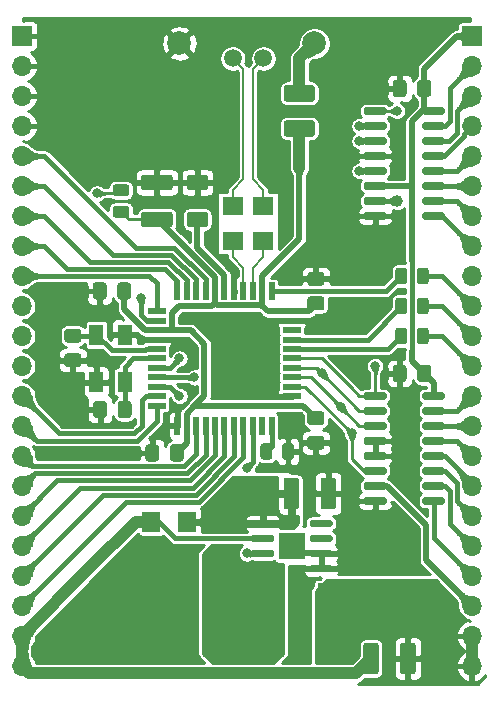
<source format=gbr>
%TF.GenerationSoftware,KiCad,Pcbnew,(5.1.7)-1*%
%TF.CreationDate,2021-01-12T16:12:07+01:00*%
%TF.ProjectId,slckb,736c636b-622e-46b6-9963-61645f706362,rev?*%
%TF.SameCoordinates,Original*%
%TF.FileFunction,Copper,L1,Top*%
%TF.FilePolarity,Positive*%
%FSLAX46Y46*%
G04 Gerber Fmt 4.6, Leading zero omitted, Abs format (unit mm)*
G04 Created by KiCad (PCBNEW (5.1.7)-1) date 2021-01-12 16:12:07*
%MOMM*%
%LPD*%
G01*
G04 APERTURE LIST*
%TA.AperFunction,ComponentPad*%
%ADD10O,1.700000X1.700000*%
%TD*%
%TA.AperFunction,ComponentPad*%
%ADD11R,1.700000X1.700000*%
%TD*%
%TA.AperFunction,SMDPad,CuDef*%
%ADD12R,1.500000X1.800000*%
%TD*%
%TA.AperFunction,SMDPad,CuDef*%
%ADD13R,2.450000X5.900000*%
%TD*%
%TA.AperFunction,SMDPad,CuDef*%
%ADD14R,1.800000X2.500000*%
%TD*%
%TA.AperFunction,ComponentPad*%
%ADD15C,2.000000*%
%TD*%
%TA.AperFunction,SMDPad,CuDef*%
%ADD16C,1.500000*%
%TD*%
%TA.AperFunction,SMDPad,CuDef*%
%ADD17R,1.200000X1.800000*%
%TD*%
%TA.AperFunction,SMDPad,CuDef*%
%ADD18R,0.550000X1.500000*%
%TD*%
%TA.AperFunction,SMDPad,CuDef*%
%ADD19R,1.500000X0.550000*%
%TD*%
%TA.AperFunction,SMDPad,CuDef*%
%ADD20R,1.800000X1.500000*%
%TD*%
%TA.AperFunction,SMDPad,CuDef*%
%ADD21R,2.300000X2.300000*%
%TD*%
%TA.AperFunction,ViaPad*%
%ADD22C,0.800000*%
%TD*%
%TA.AperFunction,ViaPad*%
%ADD23C,1.000000*%
%TD*%
%TA.AperFunction,ViaPad*%
%ADD24C,1.100000*%
%TD*%
%TA.AperFunction,Conductor*%
%ADD25C,0.500000*%
%TD*%
%TA.AperFunction,Conductor*%
%ADD26C,1.000000*%
%TD*%
%TA.AperFunction,Conductor*%
%ADD27C,0.400000*%
%TD*%
%TA.AperFunction,Conductor*%
%ADD28C,0.250000*%
%TD*%
%TA.AperFunction,Conductor*%
%ADD29C,0.203200*%
%TD*%
%TA.AperFunction,Conductor*%
%ADD30C,0.254000*%
%TD*%
%TA.AperFunction,Conductor*%
%ADD31C,0.100000*%
%TD*%
%TA.AperFunction,Conductor*%
%ADD32C,0.025400*%
%TD*%
G04 APERTURE END LIST*
%TA.AperFunction,SMDPad,CuDef*%
G36*
G01*
X204020000Y-81440000D02*
X204020000Y-82390000D01*
G75*
G02*
X203770000Y-82640000I-250000J0D01*
G01*
X203095000Y-82640000D01*
G75*
G02*
X202845000Y-82390000I0J250000D01*
G01*
X202845000Y-81440000D01*
G75*
G02*
X203095000Y-81190000I250000J0D01*
G01*
X203770000Y-81190000D01*
G75*
G02*
X204020000Y-81440000I0J-250000D01*
G01*
G37*
%TD.AperFunction*%
%TA.AperFunction,SMDPad,CuDef*%
G36*
G01*
X206095000Y-81440000D02*
X206095000Y-82390000D01*
G75*
G02*
X205845000Y-82640000I-250000J0D01*
G01*
X205170000Y-82640000D01*
G75*
G02*
X204920000Y-82390000I0J250000D01*
G01*
X204920000Y-81440000D01*
G75*
G02*
X205170000Y-81190000I250000J0D01*
G01*
X205845000Y-81190000D01*
G75*
G02*
X206095000Y-81440000I0J-250000D01*
G01*
G37*
%TD.AperFunction*%
%TA.AperFunction,SMDPad,CuDef*%
G36*
G01*
X204870000Y-79190002D02*
X204870000Y-78289998D01*
G75*
G02*
X205119998Y-78040000I249998J0D01*
G01*
X205645002Y-78040000D01*
G75*
G02*
X205895000Y-78289998I0J-249998D01*
G01*
X205895000Y-79190002D01*
G75*
G02*
X205645002Y-79440000I-249998J0D01*
G01*
X205119998Y-79440000D01*
G75*
G02*
X204870000Y-79190002I0J249998D01*
G01*
G37*
%TD.AperFunction*%
%TA.AperFunction,SMDPad,CuDef*%
G36*
G01*
X203045000Y-79190002D02*
X203045000Y-78289998D01*
G75*
G02*
X203294998Y-78040000I249998J0D01*
G01*
X203820002Y-78040000D01*
G75*
G02*
X204070000Y-78289998I0J-249998D01*
G01*
X204070000Y-79190002D01*
G75*
G02*
X203820002Y-79440000I-249998J0D01*
G01*
X203294998Y-79440000D01*
G75*
G02*
X203045000Y-79190002I0J249998D01*
G01*
G37*
%TD.AperFunction*%
%TA.AperFunction,SMDPad,CuDef*%
G36*
G01*
X204870000Y-76650002D02*
X204870000Y-75749998D01*
G75*
G02*
X205119998Y-75500000I249998J0D01*
G01*
X205645002Y-75500000D01*
G75*
G02*
X205895000Y-75749998I0J-249998D01*
G01*
X205895000Y-76650002D01*
G75*
G02*
X205645002Y-76900000I-249998J0D01*
G01*
X205119998Y-76900000D01*
G75*
G02*
X204870000Y-76650002I0J249998D01*
G01*
G37*
%TD.AperFunction*%
%TA.AperFunction,SMDPad,CuDef*%
G36*
G01*
X203045000Y-76650002D02*
X203045000Y-75749998D01*
G75*
G02*
X203294998Y-75500000I249998J0D01*
G01*
X203820002Y-75500000D01*
G75*
G02*
X204070000Y-75749998I0J-249998D01*
G01*
X204070000Y-76650002D01*
G75*
G02*
X203820002Y-76900000I-249998J0D01*
G01*
X203294998Y-76900000D01*
G75*
G02*
X203045000Y-76650002I0J249998D01*
G01*
G37*
%TD.AperFunction*%
%TA.AperFunction,SMDPad,CuDef*%
G36*
G01*
X204870000Y-74110002D02*
X204870000Y-73209998D01*
G75*
G02*
X205119998Y-72960000I249998J0D01*
G01*
X205645002Y-72960000D01*
G75*
G02*
X205895000Y-73209998I0J-249998D01*
G01*
X205895000Y-74110002D01*
G75*
G02*
X205645002Y-74360000I-249998J0D01*
G01*
X205119998Y-74360000D01*
G75*
G02*
X204870000Y-74110002I0J249998D01*
G01*
G37*
%TD.AperFunction*%
%TA.AperFunction,SMDPad,CuDef*%
G36*
G01*
X203045000Y-74110002D02*
X203045000Y-73209998D01*
G75*
G02*
X203294998Y-72960000I249998J0D01*
G01*
X203820002Y-72960000D01*
G75*
G02*
X204070000Y-73209998I0J-249998D01*
G01*
X204070000Y-74110002D01*
G75*
G02*
X203820002Y-74360000I-249998J0D01*
G01*
X203294998Y-74360000D01*
G75*
G02*
X203045000Y-74110002I0J249998D01*
G01*
G37*
%TD.AperFunction*%
%TA.AperFunction,SMDPad,CuDef*%
G36*
G01*
X179381998Y-65885000D02*
X180282002Y-65885000D01*
G75*
G02*
X180532000Y-66134998I0J-249998D01*
G01*
X180532000Y-66660002D01*
G75*
G02*
X180282002Y-66910000I-249998J0D01*
G01*
X179381998Y-66910000D01*
G75*
G02*
X179132000Y-66660002I0J249998D01*
G01*
X179132000Y-66134998D01*
G75*
G02*
X179381998Y-65885000I249998J0D01*
G01*
G37*
%TD.AperFunction*%
%TA.AperFunction,SMDPad,CuDef*%
G36*
G01*
X179381998Y-67710000D02*
X180282002Y-67710000D01*
G75*
G02*
X180532000Y-67959998I0J-249998D01*
G01*
X180532000Y-68485002D01*
G75*
G02*
X180282002Y-68735000I-249998J0D01*
G01*
X179381998Y-68735000D01*
G75*
G02*
X179132000Y-68485002I0J249998D01*
G01*
X179132000Y-67959998D01*
G75*
G02*
X179381998Y-67710000I249998J0D01*
G01*
G37*
%TD.AperFunction*%
%TA.AperFunction,SMDPad,CuDef*%
G36*
G01*
X192663500Y-88068998D02*
X192663500Y-88969002D01*
G75*
G02*
X192413502Y-89219000I-249998J0D01*
G01*
X191888498Y-89219000D01*
G75*
G02*
X191638500Y-88969002I0J249998D01*
G01*
X191638500Y-88068998D01*
G75*
G02*
X191888498Y-87819000I249998J0D01*
G01*
X192413502Y-87819000D01*
G75*
G02*
X192663500Y-88068998I0J-249998D01*
G01*
G37*
%TD.AperFunction*%
%TA.AperFunction,SMDPad,CuDef*%
G36*
G01*
X194488500Y-88068998D02*
X194488500Y-88969002D01*
G75*
G02*
X194238502Y-89219000I-249998J0D01*
G01*
X193713498Y-89219000D01*
G75*
G02*
X193463500Y-88969002I0J249998D01*
G01*
X193463500Y-88068998D01*
G75*
G02*
X193713498Y-87819000I249998J0D01*
G01*
X194238502Y-87819000D01*
G75*
G02*
X194488500Y-88068998I0J-249998D01*
G01*
G37*
%TD.AperFunction*%
D10*
X209550000Y-106680000D03*
X209550000Y-104140000D03*
X209550000Y-101600000D03*
X209550000Y-99060000D03*
X209550000Y-96520000D03*
X209550000Y-93980000D03*
X209550000Y-91440000D03*
X209550000Y-88900000D03*
X209550000Y-86360000D03*
X209550000Y-83820000D03*
X209550000Y-81280000D03*
X209550000Y-78740000D03*
X209550000Y-76200000D03*
X209550000Y-73660000D03*
X209550000Y-71120000D03*
X209550000Y-68580000D03*
X209550000Y-66040000D03*
X209550000Y-63500000D03*
X209550000Y-60960000D03*
X209550000Y-58420000D03*
X209550000Y-55880000D03*
D11*
X209550000Y-53340000D03*
D10*
X171450000Y-106680000D03*
X171450000Y-104140000D03*
X171450000Y-101600000D03*
X171450000Y-99060000D03*
X171450000Y-96520000D03*
X171450000Y-93980000D03*
X171450000Y-91440000D03*
X171450000Y-88900000D03*
X171450000Y-86360000D03*
X171450000Y-83820000D03*
X171450000Y-81280000D03*
X171450000Y-78740000D03*
X171450000Y-76200000D03*
X171450000Y-73660000D03*
X171450000Y-71120000D03*
X171450000Y-68580000D03*
X171450000Y-66040000D03*
X171450000Y-63500000D03*
X171450000Y-60960000D03*
X171450000Y-58420000D03*
X171450000Y-55880000D03*
D11*
X171450000Y-53340000D03*
D12*
X185396000Y-94488000D03*
X182396000Y-94488000D03*
D13*
X192170000Y-102616000D03*
X197720000Y-102616000D03*
D14*
X188214000Y-97885000D03*
X188214000Y-93885000D03*
%TA.AperFunction,SMDPad,CuDef*%
G36*
G01*
X203465000Y-107145002D02*
X203465000Y-104944998D01*
G75*
G02*
X203714998Y-104695000I249998J0D01*
G01*
X204540002Y-104695000D01*
G75*
G02*
X204790000Y-104944998I0J-249998D01*
G01*
X204790000Y-107145002D01*
G75*
G02*
X204540002Y-107395000I-249998J0D01*
G01*
X203714998Y-107395000D01*
G75*
G02*
X203465000Y-107145002I0J249998D01*
G01*
G37*
%TD.AperFunction*%
%TA.AperFunction,SMDPad,CuDef*%
G36*
G01*
X200340000Y-107145002D02*
X200340000Y-104944998D01*
G75*
G02*
X200589998Y-104695000I249998J0D01*
G01*
X201415002Y-104695000D01*
G75*
G02*
X201665000Y-104944998I0J-249998D01*
G01*
X201665000Y-107145002D01*
G75*
G02*
X201415002Y-107395000I-249998J0D01*
G01*
X200589998Y-107395000D01*
G75*
G02*
X200340000Y-107145002I0J249998D01*
G01*
G37*
%TD.AperFunction*%
D15*
X184785000Y-53975000D03*
X196215000Y-53975000D03*
%TA.AperFunction,SMDPad,CuDef*%
G36*
G01*
X205335000Y-83970000D02*
X205335000Y-83670000D01*
G75*
G02*
X205485000Y-83520000I150000J0D01*
G01*
X207135000Y-83520000D01*
G75*
G02*
X207285000Y-83670000I0J-150000D01*
G01*
X207285000Y-83970000D01*
G75*
G02*
X207135000Y-84120000I-150000J0D01*
G01*
X205485000Y-84120000D01*
G75*
G02*
X205335000Y-83970000I0J150000D01*
G01*
G37*
%TD.AperFunction*%
%TA.AperFunction,SMDPad,CuDef*%
G36*
G01*
X205335000Y-85240000D02*
X205335000Y-84940000D01*
G75*
G02*
X205485000Y-84790000I150000J0D01*
G01*
X207135000Y-84790000D01*
G75*
G02*
X207285000Y-84940000I0J-150000D01*
G01*
X207285000Y-85240000D01*
G75*
G02*
X207135000Y-85390000I-150000J0D01*
G01*
X205485000Y-85390000D01*
G75*
G02*
X205335000Y-85240000I0J150000D01*
G01*
G37*
%TD.AperFunction*%
%TA.AperFunction,SMDPad,CuDef*%
G36*
G01*
X205335000Y-86510000D02*
X205335000Y-86210000D01*
G75*
G02*
X205485000Y-86060000I150000J0D01*
G01*
X207135000Y-86060000D01*
G75*
G02*
X207285000Y-86210000I0J-150000D01*
G01*
X207285000Y-86510000D01*
G75*
G02*
X207135000Y-86660000I-150000J0D01*
G01*
X205485000Y-86660000D01*
G75*
G02*
X205335000Y-86510000I0J150000D01*
G01*
G37*
%TD.AperFunction*%
%TA.AperFunction,SMDPad,CuDef*%
G36*
G01*
X205335000Y-87780000D02*
X205335000Y-87480000D01*
G75*
G02*
X205485000Y-87330000I150000J0D01*
G01*
X207135000Y-87330000D01*
G75*
G02*
X207285000Y-87480000I0J-150000D01*
G01*
X207285000Y-87780000D01*
G75*
G02*
X207135000Y-87930000I-150000J0D01*
G01*
X205485000Y-87930000D01*
G75*
G02*
X205335000Y-87780000I0J150000D01*
G01*
G37*
%TD.AperFunction*%
%TA.AperFunction,SMDPad,CuDef*%
G36*
G01*
X205335000Y-89050000D02*
X205335000Y-88750000D01*
G75*
G02*
X205485000Y-88600000I150000J0D01*
G01*
X207135000Y-88600000D01*
G75*
G02*
X207285000Y-88750000I0J-150000D01*
G01*
X207285000Y-89050000D01*
G75*
G02*
X207135000Y-89200000I-150000J0D01*
G01*
X205485000Y-89200000D01*
G75*
G02*
X205335000Y-89050000I0J150000D01*
G01*
G37*
%TD.AperFunction*%
%TA.AperFunction,SMDPad,CuDef*%
G36*
G01*
X205335000Y-90320000D02*
X205335000Y-90020000D01*
G75*
G02*
X205485000Y-89870000I150000J0D01*
G01*
X207135000Y-89870000D01*
G75*
G02*
X207285000Y-90020000I0J-150000D01*
G01*
X207285000Y-90320000D01*
G75*
G02*
X207135000Y-90470000I-150000J0D01*
G01*
X205485000Y-90470000D01*
G75*
G02*
X205335000Y-90320000I0J150000D01*
G01*
G37*
%TD.AperFunction*%
%TA.AperFunction,SMDPad,CuDef*%
G36*
G01*
X205335000Y-91590000D02*
X205335000Y-91290000D01*
G75*
G02*
X205485000Y-91140000I150000J0D01*
G01*
X207135000Y-91140000D01*
G75*
G02*
X207285000Y-91290000I0J-150000D01*
G01*
X207285000Y-91590000D01*
G75*
G02*
X207135000Y-91740000I-150000J0D01*
G01*
X205485000Y-91740000D01*
G75*
G02*
X205335000Y-91590000I0J150000D01*
G01*
G37*
%TD.AperFunction*%
%TA.AperFunction,SMDPad,CuDef*%
G36*
G01*
X205335000Y-92860000D02*
X205335000Y-92560000D01*
G75*
G02*
X205485000Y-92410000I150000J0D01*
G01*
X207135000Y-92410000D01*
G75*
G02*
X207285000Y-92560000I0J-150000D01*
G01*
X207285000Y-92860000D01*
G75*
G02*
X207135000Y-93010000I-150000J0D01*
G01*
X205485000Y-93010000D01*
G75*
G02*
X205335000Y-92860000I0J150000D01*
G01*
G37*
%TD.AperFunction*%
%TA.AperFunction,SMDPad,CuDef*%
G36*
G01*
X200385000Y-92860000D02*
X200385000Y-92560000D01*
G75*
G02*
X200535000Y-92410000I150000J0D01*
G01*
X202185000Y-92410000D01*
G75*
G02*
X202335000Y-92560000I0J-150000D01*
G01*
X202335000Y-92860000D01*
G75*
G02*
X202185000Y-93010000I-150000J0D01*
G01*
X200535000Y-93010000D01*
G75*
G02*
X200385000Y-92860000I0J150000D01*
G01*
G37*
%TD.AperFunction*%
%TA.AperFunction,SMDPad,CuDef*%
G36*
G01*
X200385000Y-91590000D02*
X200385000Y-91290000D01*
G75*
G02*
X200535000Y-91140000I150000J0D01*
G01*
X202185000Y-91140000D01*
G75*
G02*
X202335000Y-91290000I0J-150000D01*
G01*
X202335000Y-91590000D01*
G75*
G02*
X202185000Y-91740000I-150000J0D01*
G01*
X200535000Y-91740000D01*
G75*
G02*
X200385000Y-91590000I0J150000D01*
G01*
G37*
%TD.AperFunction*%
%TA.AperFunction,SMDPad,CuDef*%
G36*
G01*
X200385000Y-90320000D02*
X200385000Y-90020000D01*
G75*
G02*
X200535000Y-89870000I150000J0D01*
G01*
X202185000Y-89870000D01*
G75*
G02*
X202335000Y-90020000I0J-150000D01*
G01*
X202335000Y-90320000D01*
G75*
G02*
X202185000Y-90470000I-150000J0D01*
G01*
X200535000Y-90470000D01*
G75*
G02*
X200385000Y-90320000I0J150000D01*
G01*
G37*
%TD.AperFunction*%
%TA.AperFunction,SMDPad,CuDef*%
G36*
G01*
X200385000Y-89050000D02*
X200385000Y-88750000D01*
G75*
G02*
X200535000Y-88600000I150000J0D01*
G01*
X202185000Y-88600000D01*
G75*
G02*
X202335000Y-88750000I0J-150000D01*
G01*
X202335000Y-89050000D01*
G75*
G02*
X202185000Y-89200000I-150000J0D01*
G01*
X200535000Y-89200000D01*
G75*
G02*
X200385000Y-89050000I0J150000D01*
G01*
G37*
%TD.AperFunction*%
%TA.AperFunction,SMDPad,CuDef*%
G36*
G01*
X200385000Y-87780000D02*
X200385000Y-87480000D01*
G75*
G02*
X200535000Y-87330000I150000J0D01*
G01*
X202185000Y-87330000D01*
G75*
G02*
X202335000Y-87480000I0J-150000D01*
G01*
X202335000Y-87780000D01*
G75*
G02*
X202185000Y-87930000I-150000J0D01*
G01*
X200535000Y-87930000D01*
G75*
G02*
X200385000Y-87780000I0J150000D01*
G01*
G37*
%TD.AperFunction*%
%TA.AperFunction,SMDPad,CuDef*%
G36*
G01*
X200385000Y-86510000D02*
X200385000Y-86210000D01*
G75*
G02*
X200535000Y-86060000I150000J0D01*
G01*
X202185000Y-86060000D01*
G75*
G02*
X202335000Y-86210000I0J-150000D01*
G01*
X202335000Y-86510000D01*
G75*
G02*
X202185000Y-86660000I-150000J0D01*
G01*
X200535000Y-86660000D01*
G75*
G02*
X200385000Y-86510000I0J150000D01*
G01*
G37*
%TD.AperFunction*%
%TA.AperFunction,SMDPad,CuDef*%
G36*
G01*
X200385000Y-85240000D02*
X200385000Y-84940000D01*
G75*
G02*
X200535000Y-84790000I150000J0D01*
G01*
X202185000Y-84790000D01*
G75*
G02*
X202335000Y-84940000I0J-150000D01*
G01*
X202335000Y-85240000D01*
G75*
G02*
X202185000Y-85390000I-150000J0D01*
G01*
X200535000Y-85390000D01*
G75*
G02*
X200385000Y-85240000I0J150000D01*
G01*
G37*
%TD.AperFunction*%
%TA.AperFunction,SMDPad,CuDef*%
G36*
G01*
X200385000Y-83970000D02*
X200385000Y-83670000D01*
G75*
G02*
X200535000Y-83520000I150000J0D01*
G01*
X202185000Y-83520000D01*
G75*
G02*
X202335000Y-83670000I0J-150000D01*
G01*
X202335000Y-83970000D01*
G75*
G02*
X202185000Y-84120000I-150000J0D01*
G01*
X200535000Y-84120000D01*
G75*
G02*
X200385000Y-83970000I0J150000D01*
G01*
G37*
%TD.AperFunction*%
D16*
X189294999Y-55245000D03*
X191895001Y-55245000D03*
%TA.AperFunction,SMDPad,CuDef*%
G36*
G01*
X183065000Y-88171000D02*
X183065000Y-89121000D01*
G75*
G02*
X182815000Y-89371000I-250000J0D01*
G01*
X182140000Y-89371000D01*
G75*
G02*
X181890000Y-89121000I0J250000D01*
G01*
X181890000Y-88171000D01*
G75*
G02*
X182140000Y-87921000I250000J0D01*
G01*
X182815000Y-87921000D01*
G75*
G02*
X183065000Y-88171000I0J-250000D01*
G01*
G37*
%TD.AperFunction*%
%TA.AperFunction,SMDPad,CuDef*%
G36*
G01*
X185140000Y-88171000D02*
X185140000Y-89121000D01*
G75*
G02*
X184890000Y-89371000I-250000J0D01*
G01*
X184215000Y-89371000D01*
G75*
G02*
X183965000Y-89121000I0J250000D01*
G01*
X183965000Y-88171000D01*
G75*
G02*
X184215000Y-87921000I250000J0D01*
G01*
X184890000Y-87921000D01*
G75*
G02*
X185140000Y-88171000I0J-250000D01*
G01*
G37*
%TD.AperFunction*%
%TA.AperFunction,SMDPad,CuDef*%
G36*
G01*
X196817000Y-74495000D02*
X195867000Y-74495000D01*
G75*
G02*
X195617000Y-74245000I0J250000D01*
G01*
X195617000Y-73570000D01*
G75*
G02*
X195867000Y-73320000I250000J0D01*
G01*
X196817000Y-73320000D01*
G75*
G02*
X197067000Y-73570000I0J-250000D01*
G01*
X197067000Y-74245000D01*
G75*
G02*
X196817000Y-74495000I-250000J0D01*
G01*
G37*
%TD.AperFunction*%
%TA.AperFunction,SMDPad,CuDef*%
G36*
G01*
X196817000Y-76570000D02*
X195867000Y-76570000D01*
G75*
G02*
X195617000Y-76320000I0J250000D01*
G01*
X195617000Y-75645000D01*
G75*
G02*
X195867000Y-75395000I250000J0D01*
G01*
X196817000Y-75395000D01*
G75*
G02*
X197067000Y-75645000I0J-250000D01*
G01*
X197067000Y-76320000D01*
G75*
G02*
X196817000Y-76570000I-250000J0D01*
G01*
G37*
%TD.AperFunction*%
%TA.AperFunction,SMDPad,CuDef*%
G36*
G01*
X178620000Y-74455000D02*
X178620000Y-75405000D01*
G75*
G02*
X178370000Y-75655000I-250000J0D01*
G01*
X177695000Y-75655000D01*
G75*
G02*
X177445000Y-75405000I0J250000D01*
G01*
X177445000Y-74455000D01*
G75*
G02*
X177695000Y-74205000I250000J0D01*
G01*
X178370000Y-74205000D01*
G75*
G02*
X178620000Y-74455000I0J-250000D01*
G01*
G37*
%TD.AperFunction*%
%TA.AperFunction,SMDPad,CuDef*%
G36*
G01*
X180695000Y-74455000D02*
X180695000Y-75405000D01*
G75*
G02*
X180445000Y-75655000I-250000J0D01*
G01*
X179770000Y-75655000D01*
G75*
G02*
X179520000Y-75405000I0J250000D01*
G01*
X179520000Y-74455000D01*
G75*
G02*
X179770000Y-74205000I250000J0D01*
G01*
X180445000Y-74205000D01*
G75*
G02*
X180695000Y-74455000I0J-250000D01*
G01*
G37*
%TD.AperFunction*%
%TA.AperFunction,SMDPad,CuDef*%
G36*
G01*
X195867000Y-87191000D02*
X196817000Y-87191000D01*
G75*
G02*
X197067000Y-87441000I0J-250000D01*
G01*
X197067000Y-88116000D01*
G75*
G02*
X196817000Y-88366000I-250000J0D01*
G01*
X195867000Y-88366000D01*
G75*
G02*
X195617000Y-88116000I0J250000D01*
G01*
X195617000Y-87441000D01*
G75*
G02*
X195867000Y-87191000I250000J0D01*
G01*
G37*
%TD.AperFunction*%
%TA.AperFunction,SMDPad,CuDef*%
G36*
G01*
X195867000Y-85116000D02*
X196817000Y-85116000D01*
G75*
G02*
X197067000Y-85366000I0J-250000D01*
G01*
X197067000Y-86041000D01*
G75*
G02*
X196817000Y-86291000I-250000J0D01*
G01*
X195867000Y-86291000D01*
G75*
G02*
X195617000Y-86041000I0J250000D01*
G01*
X195617000Y-85366000D01*
G75*
G02*
X195867000Y-85116000I250000J0D01*
G01*
G37*
%TD.AperFunction*%
%TA.AperFunction,SMDPad,CuDef*%
G36*
G01*
X204020000Y-57310000D02*
X204020000Y-58260000D01*
G75*
G02*
X203770000Y-58510000I-250000J0D01*
G01*
X203095000Y-58510000D01*
G75*
G02*
X202845000Y-58260000I0J250000D01*
G01*
X202845000Y-57310000D01*
G75*
G02*
X203095000Y-57060000I250000J0D01*
G01*
X203770000Y-57060000D01*
G75*
G02*
X204020000Y-57310000I0J-250000D01*
G01*
G37*
%TD.AperFunction*%
%TA.AperFunction,SMDPad,CuDef*%
G36*
G01*
X206095000Y-57310000D02*
X206095000Y-58260000D01*
G75*
G02*
X205845000Y-58510000I-250000J0D01*
G01*
X205170000Y-58510000D01*
G75*
G02*
X204920000Y-58260000I0J250000D01*
G01*
X204920000Y-57310000D01*
G75*
G02*
X205170000Y-57060000I250000J0D01*
G01*
X205845000Y-57060000D01*
G75*
G02*
X206095000Y-57310000I0J-250000D01*
G01*
G37*
%TD.AperFunction*%
D17*
X177743000Y-82645000D03*
X177743000Y-78645000D03*
X180143000Y-78645000D03*
X180143000Y-82645000D03*
D18*
X192595000Y-74945000D03*
X191795000Y-74945000D03*
X190995000Y-74945000D03*
X190195000Y-74945000D03*
X189395000Y-74945000D03*
X188595000Y-74945000D03*
X187795000Y-74945000D03*
X186995000Y-74945000D03*
X186195000Y-74945000D03*
X185395000Y-74945000D03*
X184595000Y-74945000D03*
D19*
X182895000Y-76645000D03*
X182895000Y-77445000D03*
X182895000Y-78245000D03*
X182895000Y-79045000D03*
X182895000Y-79845000D03*
X182895000Y-80645000D03*
X182895000Y-81445000D03*
X182895000Y-82245000D03*
X182895000Y-83045000D03*
X182895000Y-83845000D03*
X182895000Y-84645000D03*
D18*
X184595000Y-86345000D03*
X185395000Y-86345000D03*
X186195000Y-86345000D03*
X186995000Y-86345000D03*
X187795000Y-86345000D03*
X188595000Y-86345000D03*
X189395000Y-86345000D03*
X190195000Y-86345000D03*
X190995000Y-86345000D03*
X191795000Y-86345000D03*
X192595000Y-86345000D03*
D19*
X194295000Y-84645000D03*
X194295000Y-83845000D03*
X194295000Y-83045000D03*
X194295000Y-82245000D03*
X194295000Y-81445000D03*
X194295000Y-80645000D03*
X194295000Y-79845000D03*
X194295000Y-79045000D03*
X194295000Y-78245000D03*
X194295000Y-77445000D03*
X194295000Y-76645000D03*
%TA.AperFunction,SMDPad,CuDef*%
G36*
G01*
X205335000Y-59840000D02*
X205335000Y-59540000D01*
G75*
G02*
X205485000Y-59390000I150000J0D01*
G01*
X207135000Y-59390000D01*
G75*
G02*
X207285000Y-59540000I0J-150000D01*
G01*
X207285000Y-59840000D01*
G75*
G02*
X207135000Y-59990000I-150000J0D01*
G01*
X205485000Y-59990000D01*
G75*
G02*
X205335000Y-59840000I0J150000D01*
G01*
G37*
%TD.AperFunction*%
%TA.AperFunction,SMDPad,CuDef*%
G36*
G01*
X205335000Y-61110000D02*
X205335000Y-60810000D01*
G75*
G02*
X205485000Y-60660000I150000J0D01*
G01*
X207135000Y-60660000D01*
G75*
G02*
X207285000Y-60810000I0J-150000D01*
G01*
X207285000Y-61110000D01*
G75*
G02*
X207135000Y-61260000I-150000J0D01*
G01*
X205485000Y-61260000D01*
G75*
G02*
X205335000Y-61110000I0J150000D01*
G01*
G37*
%TD.AperFunction*%
%TA.AperFunction,SMDPad,CuDef*%
G36*
G01*
X205335000Y-62380000D02*
X205335000Y-62080000D01*
G75*
G02*
X205485000Y-61930000I150000J0D01*
G01*
X207135000Y-61930000D01*
G75*
G02*
X207285000Y-62080000I0J-150000D01*
G01*
X207285000Y-62380000D01*
G75*
G02*
X207135000Y-62530000I-150000J0D01*
G01*
X205485000Y-62530000D01*
G75*
G02*
X205335000Y-62380000I0J150000D01*
G01*
G37*
%TD.AperFunction*%
%TA.AperFunction,SMDPad,CuDef*%
G36*
G01*
X205335000Y-63650000D02*
X205335000Y-63350000D01*
G75*
G02*
X205485000Y-63200000I150000J0D01*
G01*
X207135000Y-63200000D01*
G75*
G02*
X207285000Y-63350000I0J-150000D01*
G01*
X207285000Y-63650000D01*
G75*
G02*
X207135000Y-63800000I-150000J0D01*
G01*
X205485000Y-63800000D01*
G75*
G02*
X205335000Y-63650000I0J150000D01*
G01*
G37*
%TD.AperFunction*%
%TA.AperFunction,SMDPad,CuDef*%
G36*
G01*
X205335000Y-64920000D02*
X205335000Y-64620000D01*
G75*
G02*
X205485000Y-64470000I150000J0D01*
G01*
X207135000Y-64470000D01*
G75*
G02*
X207285000Y-64620000I0J-150000D01*
G01*
X207285000Y-64920000D01*
G75*
G02*
X207135000Y-65070000I-150000J0D01*
G01*
X205485000Y-65070000D01*
G75*
G02*
X205335000Y-64920000I0J150000D01*
G01*
G37*
%TD.AperFunction*%
%TA.AperFunction,SMDPad,CuDef*%
G36*
G01*
X205335000Y-66190000D02*
X205335000Y-65890000D01*
G75*
G02*
X205485000Y-65740000I150000J0D01*
G01*
X207135000Y-65740000D01*
G75*
G02*
X207285000Y-65890000I0J-150000D01*
G01*
X207285000Y-66190000D01*
G75*
G02*
X207135000Y-66340000I-150000J0D01*
G01*
X205485000Y-66340000D01*
G75*
G02*
X205335000Y-66190000I0J150000D01*
G01*
G37*
%TD.AperFunction*%
%TA.AperFunction,SMDPad,CuDef*%
G36*
G01*
X205335000Y-67460000D02*
X205335000Y-67160000D01*
G75*
G02*
X205485000Y-67010000I150000J0D01*
G01*
X207135000Y-67010000D01*
G75*
G02*
X207285000Y-67160000I0J-150000D01*
G01*
X207285000Y-67460000D01*
G75*
G02*
X207135000Y-67610000I-150000J0D01*
G01*
X205485000Y-67610000D01*
G75*
G02*
X205335000Y-67460000I0J150000D01*
G01*
G37*
%TD.AperFunction*%
%TA.AperFunction,SMDPad,CuDef*%
G36*
G01*
X205335000Y-68730000D02*
X205335000Y-68430000D01*
G75*
G02*
X205485000Y-68280000I150000J0D01*
G01*
X207135000Y-68280000D01*
G75*
G02*
X207285000Y-68430000I0J-150000D01*
G01*
X207285000Y-68730000D01*
G75*
G02*
X207135000Y-68880000I-150000J0D01*
G01*
X205485000Y-68880000D01*
G75*
G02*
X205335000Y-68730000I0J150000D01*
G01*
G37*
%TD.AperFunction*%
%TA.AperFunction,SMDPad,CuDef*%
G36*
G01*
X200385000Y-68730000D02*
X200385000Y-68430000D01*
G75*
G02*
X200535000Y-68280000I150000J0D01*
G01*
X202185000Y-68280000D01*
G75*
G02*
X202335000Y-68430000I0J-150000D01*
G01*
X202335000Y-68730000D01*
G75*
G02*
X202185000Y-68880000I-150000J0D01*
G01*
X200535000Y-68880000D01*
G75*
G02*
X200385000Y-68730000I0J150000D01*
G01*
G37*
%TD.AperFunction*%
%TA.AperFunction,SMDPad,CuDef*%
G36*
G01*
X200385000Y-67460000D02*
X200385000Y-67160000D01*
G75*
G02*
X200535000Y-67010000I150000J0D01*
G01*
X202185000Y-67010000D01*
G75*
G02*
X202335000Y-67160000I0J-150000D01*
G01*
X202335000Y-67460000D01*
G75*
G02*
X202185000Y-67610000I-150000J0D01*
G01*
X200535000Y-67610000D01*
G75*
G02*
X200385000Y-67460000I0J150000D01*
G01*
G37*
%TD.AperFunction*%
%TA.AperFunction,SMDPad,CuDef*%
G36*
G01*
X200385000Y-66190000D02*
X200385000Y-65890000D01*
G75*
G02*
X200535000Y-65740000I150000J0D01*
G01*
X202185000Y-65740000D01*
G75*
G02*
X202335000Y-65890000I0J-150000D01*
G01*
X202335000Y-66190000D01*
G75*
G02*
X202185000Y-66340000I-150000J0D01*
G01*
X200535000Y-66340000D01*
G75*
G02*
X200385000Y-66190000I0J150000D01*
G01*
G37*
%TD.AperFunction*%
%TA.AperFunction,SMDPad,CuDef*%
G36*
G01*
X200385000Y-64920000D02*
X200385000Y-64620000D01*
G75*
G02*
X200535000Y-64470000I150000J0D01*
G01*
X202185000Y-64470000D01*
G75*
G02*
X202335000Y-64620000I0J-150000D01*
G01*
X202335000Y-64920000D01*
G75*
G02*
X202185000Y-65070000I-150000J0D01*
G01*
X200535000Y-65070000D01*
G75*
G02*
X200385000Y-64920000I0J150000D01*
G01*
G37*
%TD.AperFunction*%
%TA.AperFunction,SMDPad,CuDef*%
G36*
G01*
X200385000Y-63650000D02*
X200385000Y-63350000D01*
G75*
G02*
X200535000Y-63200000I150000J0D01*
G01*
X202185000Y-63200000D01*
G75*
G02*
X202335000Y-63350000I0J-150000D01*
G01*
X202335000Y-63650000D01*
G75*
G02*
X202185000Y-63800000I-150000J0D01*
G01*
X200535000Y-63800000D01*
G75*
G02*
X200385000Y-63650000I0J150000D01*
G01*
G37*
%TD.AperFunction*%
%TA.AperFunction,SMDPad,CuDef*%
G36*
G01*
X200385000Y-62380000D02*
X200385000Y-62080000D01*
G75*
G02*
X200535000Y-61930000I150000J0D01*
G01*
X202185000Y-61930000D01*
G75*
G02*
X202335000Y-62080000I0J-150000D01*
G01*
X202335000Y-62380000D01*
G75*
G02*
X202185000Y-62530000I-150000J0D01*
G01*
X200535000Y-62530000D01*
G75*
G02*
X200385000Y-62380000I0J150000D01*
G01*
G37*
%TD.AperFunction*%
%TA.AperFunction,SMDPad,CuDef*%
G36*
G01*
X200385000Y-61110000D02*
X200385000Y-60810000D01*
G75*
G02*
X200535000Y-60660000I150000J0D01*
G01*
X202185000Y-60660000D01*
G75*
G02*
X202335000Y-60810000I0J-150000D01*
G01*
X202335000Y-61110000D01*
G75*
G02*
X202185000Y-61260000I-150000J0D01*
G01*
X200535000Y-61260000D01*
G75*
G02*
X200385000Y-61110000I0J150000D01*
G01*
G37*
%TD.AperFunction*%
%TA.AperFunction,SMDPad,CuDef*%
G36*
G01*
X200385000Y-59840000D02*
X200385000Y-59540000D01*
G75*
G02*
X200535000Y-59390000I150000J0D01*
G01*
X202185000Y-59390000D01*
G75*
G02*
X202335000Y-59540000I0J-150000D01*
G01*
X202335000Y-59840000D01*
G75*
G02*
X202185000Y-59990000I-150000J0D01*
G01*
X200535000Y-59990000D01*
G75*
G02*
X200385000Y-59840000I0J150000D01*
G01*
G37*
%TD.AperFunction*%
D20*
X191895001Y-67715000D03*
X191895001Y-70715000D03*
X189294999Y-67715000D03*
X189294999Y-70715000D03*
%TA.AperFunction,SMDPad,CuDef*%
G36*
G01*
X196020000Y-58915000D02*
X193870000Y-58915000D01*
G75*
G02*
X193620000Y-58665000I0J250000D01*
G01*
X193620000Y-57740000D01*
G75*
G02*
X193870000Y-57490000I250000J0D01*
G01*
X196020000Y-57490000D01*
G75*
G02*
X196270000Y-57740000I0J-250000D01*
G01*
X196270000Y-58665000D01*
G75*
G02*
X196020000Y-58915000I-250000J0D01*
G01*
G37*
%TD.AperFunction*%
%TA.AperFunction,SMDPad,CuDef*%
G36*
G01*
X196020000Y-61890000D02*
X193870000Y-61890000D01*
G75*
G02*
X193620000Y-61640000I0J250000D01*
G01*
X193620000Y-60715000D01*
G75*
G02*
X193870000Y-60465000I250000J0D01*
G01*
X196020000Y-60465000D01*
G75*
G02*
X196270000Y-60715000I0J-250000D01*
G01*
X196270000Y-61640000D01*
G75*
G02*
X196020000Y-61890000I-250000J0D01*
G01*
G37*
%TD.AperFunction*%
%TA.AperFunction,SMDPad,CuDef*%
G36*
G01*
X186959002Y-69535000D02*
X185658998Y-69535000D01*
G75*
G02*
X185409000Y-69285002I0J249998D01*
G01*
X185409000Y-68459998D01*
G75*
G02*
X185658998Y-68210000I249998J0D01*
G01*
X186959002Y-68210000D01*
G75*
G02*
X187209000Y-68459998I0J-249998D01*
G01*
X187209000Y-69285002D01*
G75*
G02*
X186959002Y-69535000I-249998J0D01*
G01*
G37*
%TD.AperFunction*%
%TA.AperFunction,SMDPad,CuDef*%
G36*
G01*
X186959002Y-66410000D02*
X185658998Y-66410000D01*
G75*
G02*
X185409000Y-66160002I0J249998D01*
G01*
X185409000Y-65334998D01*
G75*
G02*
X185658998Y-65085000I249998J0D01*
G01*
X186959002Y-65085000D01*
G75*
G02*
X187209000Y-65334998I0J-249998D01*
G01*
X187209000Y-66160002D01*
G75*
G02*
X186959002Y-66410000I-249998J0D01*
G01*
G37*
%TD.AperFunction*%
%TA.AperFunction,SMDPad,CuDef*%
G36*
G01*
X183980002Y-66410000D02*
X181779998Y-66410000D01*
G75*
G02*
X181530000Y-66160002I0J249998D01*
G01*
X181530000Y-65334998D01*
G75*
G02*
X181779998Y-65085000I249998J0D01*
G01*
X183980002Y-65085000D01*
G75*
G02*
X184230000Y-65334998I0J-249998D01*
G01*
X184230000Y-66160002D01*
G75*
G02*
X183980002Y-66410000I-249998J0D01*
G01*
G37*
%TD.AperFunction*%
%TA.AperFunction,SMDPad,CuDef*%
G36*
G01*
X183980002Y-69535000D02*
X181779998Y-69535000D01*
G75*
G02*
X181530000Y-69285002I0J249998D01*
G01*
X181530000Y-68459998D01*
G75*
G02*
X181779998Y-68210000I249998J0D01*
G01*
X183980002Y-68210000D01*
G75*
G02*
X184230000Y-68459998I0J-249998D01*
G01*
X184230000Y-69285002D01*
G75*
G02*
X183980002Y-69535000I-249998J0D01*
G01*
G37*
%TD.AperFunction*%
%TA.AperFunction,SMDPad,CuDef*%
G36*
G01*
X176243000Y-81381000D02*
X175293000Y-81381000D01*
G75*
G02*
X175043000Y-81131000I0J250000D01*
G01*
X175043000Y-80456000D01*
G75*
G02*
X175293000Y-80206000I250000J0D01*
G01*
X176243000Y-80206000D01*
G75*
G02*
X176493000Y-80456000I0J-250000D01*
G01*
X176493000Y-81131000D01*
G75*
G02*
X176243000Y-81381000I-250000J0D01*
G01*
G37*
%TD.AperFunction*%
%TA.AperFunction,SMDPad,CuDef*%
G36*
G01*
X176243000Y-79306000D02*
X175293000Y-79306000D01*
G75*
G02*
X175043000Y-79056000I0J250000D01*
G01*
X175043000Y-78381000D01*
G75*
G02*
X175293000Y-78131000I250000J0D01*
G01*
X176243000Y-78131000D01*
G75*
G02*
X176493000Y-78381000I0J-250000D01*
G01*
X176493000Y-79056000D01*
G75*
G02*
X176243000Y-79306000I-250000J0D01*
G01*
G37*
%TD.AperFunction*%
%TA.AperFunction,SMDPad,CuDef*%
G36*
G01*
X178655500Y-84488000D02*
X178655500Y-85438000D01*
G75*
G02*
X178405500Y-85688000I-250000J0D01*
G01*
X177730500Y-85688000D01*
G75*
G02*
X177480500Y-85438000I0J250000D01*
G01*
X177480500Y-84488000D01*
G75*
G02*
X177730500Y-84238000I250000J0D01*
G01*
X178405500Y-84238000D01*
G75*
G02*
X178655500Y-84488000I0J-250000D01*
G01*
G37*
%TD.AperFunction*%
%TA.AperFunction,SMDPad,CuDef*%
G36*
G01*
X180730500Y-84488000D02*
X180730500Y-85438000D01*
G75*
G02*
X180480500Y-85688000I-250000J0D01*
G01*
X179805500Y-85688000D01*
G75*
G02*
X179555500Y-85438000I0J250000D01*
G01*
X179555500Y-84488000D01*
G75*
G02*
X179805500Y-84238000I250000J0D01*
G01*
X180480500Y-84238000D01*
G75*
G02*
X180730500Y-84488000I0J-250000D01*
G01*
G37*
%TD.AperFunction*%
D21*
X194310000Y-96520000D03*
%TA.AperFunction,SMDPad,CuDef*%
G36*
G01*
X195810000Y-94765000D02*
X195810000Y-94465000D01*
G75*
G02*
X195960000Y-94315000I150000J0D01*
G01*
X197610000Y-94315000D01*
G75*
G02*
X197760000Y-94465000I0J-150000D01*
G01*
X197760000Y-94765000D01*
G75*
G02*
X197610000Y-94915000I-150000J0D01*
G01*
X195960000Y-94915000D01*
G75*
G02*
X195810000Y-94765000I0J150000D01*
G01*
G37*
%TD.AperFunction*%
%TA.AperFunction,SMDPad,CuDef*%
G36*
G01*
X195810000Y-96035000D02*
X195810000Y-95735000D01*
G75*
G02*
X195960000Y-95585000I150000J0D01*
G01*
X197610000Y-95585000D01*
G75*
G02*
X197760000Y-95735000I0J-150000D01*
G01*
X197760000Y-96035000D01*
G75*
G02*
X197610000Y-96185000I-150000J0D01*
G01*
X195960000Y-96185000D01*
G75*
G02*
X195810000Y-96035000I0J150000D01*
G01*
G37*
%TD.AperFunction*%
%TA.AperFunction,SMDPad,CuDef*%
G36*
G01*
X195810000Y-97305000D02*
X195810000Y-97005000D01*
G75*
G02*
X195960000Y-96855000I150000J0D01*
G01*
X197610000Y-96855000D01*
G75*
G02*
X197760000Y-97005000I0J-150000D01*
G01*
X197760000Y-97305000D01*
G75*
G02*
X197610000Y-97455000I-150000J0D01*
G01*
X195960000Y-97455000D01*
G75*
G02*
X195810000Y-97305000I0J150000D01*
G01*
G37*
%TD.AperFunction*%
%TA.AperFunction,SMDPad,CuDef*%
G36*
G01*
X195810000Y-98575000D02*
X195810000Y-98275000D01*
G75*
G02*
X195960000Y-98125000I150000J0D01*
G01*
X197610000Y-98125000D01*
G75*
G02*
X197760000Y-98275000I0J-150000D01*
G01*
X197760000Y-98575000D01*
G75*
G02*
X197610000Y-98725000I-150000J0D01*
G01*
X195960000Y-98725000D01*
G75*
G02*
X195810000Y-98575000I0J150000D01*
G01*
G37*
%TD.AperFunction*%
%TA.AperFunction,SMDPad,CuDef*%
G36*
G01*
X190860000Y-98575000D02*
X190860000Y-98275000D01*
G75*
G02*
X191010000Y-98125000I150000J0D01*
G01*
X192660000Y-98125000D01*
G75*
G02*
X192810000Y-98275000I0J-150000D01*
G01*
X192810000Y-98575000D01*
G75*
G02*
X192660000Y-98725000I-150000J0D01*
G01*
X191010000Y-98725000D01*
G75*
G02*
X190860000Y-98575000I0J150000D01*
G01*
G37*
%TD.AperFunction*%
%TA.AperFunction,SMDPad,CuDef*%
G36*
G01*
X190860000Y-97305000D02*
X190860000Y-97005000D01*
G75*
G02*
X191010000Y-96855000I150000J0D01*
G01*
X192660000Y-96855000D01*
G75*
G02*
X192810000Y-97005000I0J-150000D01*
G01*
X192810000Y-97305000D01*
G75*
G02*
X192660000Y-97455000I-150000J0D01*
G01*
X191010000Y-97455000D01*
G75*
G02*
X190860000Y-97305000I0J150000D01*
G01*
G37*
%TD.AperFunction*%
%TA.AperFunction,SMDPad,CuDef*%
G36*
G01*
X190860000Y-96035000D02*
X190860000Y-95735000D01*
G75*
G02*
X191010000Y-95585000I150000J0D01*
G01*
X192660000Y-95585000D01*
G75*
G02*
X192810000Y-95735000I0J-150000D01*
G01*
X192810000Y-96035000D01*
G75*
G02*
X192660000Y-96185000I-150000J0D01*
G01*
X191010000Y-96185000D01*
G75*
G02*
X190860000Y-96035000I0J150000D01*
G01*
G37*
%TD.AperFunction*%
%TA.AperFunction,SMDPad,CuDef*%
G36*
G01*
X190860000Y-94765000D02*
X190860000Y-94465000D01*
G75*
G02*
X191010000Y-94315000I150000J0D01*
G01*
X192660000Y-94315000D01*
G75*
G02*
X192810000Y-94465000I0J-150000D01*
G01*
X192810000Y-94765000D01*
G75*
G02*
X192660000Y-94915000I-150000J0D01*
G01*
X191010000Y-94915000D01*
G75*
G02*
X190860000Y-94765000I0J150000D01*
G01*
G37*
%TD.AperFunction*%
%TA.AperFunction,SMDPad,CuDef*%
G36*
G01*
X196734000Y-93175002D02*
X196734000Y-90974998D01*
G75*
G02*
X196983998Y-90725000I249998J0D01*
G01*
X197809002Y-90725000D01*
G75*
G02*
X198059000Y-90974998I0J-249998D01*
G01*
X198059000Y-93175002D01*
G75*
G02*
X197809002Y-93425000I-249998J0D01*
G01*
X196983998Y-93425000D01*
G75*
G02*
X196734000Y-93175002I0J249998D01*
G01*
G37*
%TD.AperFunction*%
%TA.AperFunction,SMDPad,CuDef*%
G36*
G01*
X193609000Y-93175002D02*
X193609000Y-90974998D01*
G75*
G02*
X193858998Y-90725000I249998J0D01*
G01*
X194684002Y-90725000D01*
G75*
G02*
X194934000Y-90974998I0J-249998D01*
G01*
X194934000Y-93175002D01*
G75*
G02*
X194684002Y-93425000I-249998J0D01*
G01*
X193858998Y-93425000D01*
G75*
G02*
X193609000Y-93175002I0J249998D01*
G01*
G37*
%TD.AperFunction*%
D22*
X193675000Y-95885000D03*
X194945000Y-97155000D03*
X193675000Y-97155000D03*
X194310000Y-96520000D03*
X194945000Y-95885000D03*
D23*
X180848000Y-88646000D03*
D24*
X184785000Y-79375000D03*
X187960000Y-78105000D03*
X185801000Y-96901000D03*
X203962000Y-88265000D03*
X199263000Y-92710000D03*
D22*
X194945000Y-63690500D03*
X194945000Y-64516000D03*
X192405000Y-91884500D03*
X192405000Y-91059000D03*
X192405000Y-92710000D03*
X194945000Y-62865000D03*
X181544998Y-75565000D03*
X177800000Y-66675000D03*
X199390000Y-86995000D03*
X200025000Y-64770000D03*
X198437500Y-84772500D03*
X200025000Y-62230000D03*
X196850000Y-81915000D03*
X200025000Y-60960000D03*
X203200000Y-59690000D03*
X201360000Y-81280000D03*
X190500000Y-97155000D03*
X190500000Y-89916000D03*
X184785000Y-83820000D03*
X186055000Y-82245000D03*
X184785000Y-80645000D03*
D23*
X203200000Y-67310000D03*
D25*
X194945000Y-97155000D02*
X194310000Y-96520000D01*
X196785000Y-97155000D02*
X194945000Y-97155000D01*
X191795000Y-75980002D02*
X191795000Y-74945000D01*
X191630001Y-76145001D02*
X191795000Y-75980002D01*
X187959999Y-76145001D02*
X191630001Y-76145001D01*
X187795000Y-75980002D02*
X187959999Y-76145001D01*
X187795000Y-74945000D02*
X187795000Y-75980002D01*
X192245000Y-76645000D02*
X194295000Y-76645000D01*
X191795000Y-76195000D02*
X192245000Y-76645000D01*
X191795000Y-74945000D02*
X191795000Y-76195000D01*
X185395000Y-85309998D02*
X185395000Y-86345000D01*
X186059998Y-84645000D02*
X185395000Y-85309998D01*
X194295000Y-84645000D02*
X186059998Y-84645000D01*
X186905001Y-83799997D02*
X186059998Y-84645000D01*
X186905001Y-79405001D02*
X186905001Y-83799997D01*
X185745000Y-78245000D02*
X186905001Y-79405001D01*
X205335000Y-59690000D02*
X204470000Y-60555000D01*
X206310000Y-59690000D02*
X205335000Y-59690000D01*
X201360000Y-66040000D02*
X204470000Y-66040000D01*
X204470000Y-60555000D02*
X204470000Y-66040000D01*
X185395000Y-87803500D02*
X184552500Y-88646000D01*
X185395000Y-86345000D02*
X185395000Y-87803500D01*
X195283500Y-84645000D02*
X196342000Y-85703500D01*
X194295000Y-84645000D02*
X195283500Y-84645000D01*
X195791500Y-76645000D02*
X196342000Y-76094500D01*
X194295000Y-76645000D02*
X195791500Y-76645000D01*
X191795000Y-73695000D02*
X194945000Y-70545000D01*
X191795000Y-74945000D02*
X191795000Y-73695000D01*
D26*
X194945000Y-62865000D02*
X194945000Y-64516000D01*
D25*
X194945000Y-70545000D02*
X194945000Y-64516000D01*
X206310000Y-82717500D02*
X205507500Y-81915000D01*
X206310000Y-83820000D02*
X206310000Y-82717500D01*
X204470000Y-80877500D02*
X205507500Y-81915000D01*
X204470000Y-80010000D02*
X204470000Y-80877500D01*
X204470000Y-66040000D02*
X204470000Y-72390000D01*
D27*
X204470000Y-72390000D02*
X204470000Y-80010000D01*
D25*
X209550000Y-53340000D02*
X208280000Y-53340000D01*
X205507500Y-56112500D02*
X205507500Y-57785000D01*
X208280000Y-53340000D02*
X205507500Y-56112500D01*
X205507500Y-59517500D02*
X205335000Y-59690000D01*
X205507500Y-57785000D02*
X205507500Y-59517500D01*
X180107500Y-76460208D02*
X180107500Y-74930000D01*
X181892292Y-78245000D02*
X180107500Y-76460208D01*
X182895000Y-78245000D02*
X181892292Y-78245000D01*
D26*
X194945000Y-61177500D02*
X194945000Y-62865000D01*
D25*
X187795000Y-73783662D02*
X187795000Y-74945000D01*
X187795000Y-73783662D02*
X184496338Y-70485000D01*
X184492500Y-70485000D02*
X182880000Y-68872500D01*
X184496338Y-70485000D02*
X184492500Y-70485000D01*
D28*
X180482000Y-68872500D02*
X179832000Y-68222500D01*
X182880000Y-68872500D02*
X180482000Y-68872500D01*
D25*
X187795000Y-75980002D02*
X187575002Y-76200000D01*
X187575002Y-76200000D02*
X184785000Y-76200000D01*
X184785000Y-76200000D02*
X184150000Y-76835000D01*
X184150000Y-78105000D02*
X184010000Y-78245000D01*
X184150000Y-76835000D02*
X184150000Y-78105000D01*
X184010000Y-78245000D02*
X182895000Y-78245000D01*
X185745000Y-78245000D02*
X184010000Y-78245000D01*
D27*
X180843000Y-80645000D02*
X180143000Y-81345000D01*
X180143000Y-81345000D02*
X180143000Y-84963000D01*
X182895000Y-80645000D02*
X180843000Y-80645000D01*
D28*
X182869999Y-79870001D02*
X182895000Y-79845000D01*
D27*
X177669500Y-78718500D02*
X177743000Y-78645000D01*
X175768000Y-78718500D02*
X177669500Y-78718500D01*
X179043001Y-79945001D02*
X177743000Y-78645000D01*
X181849997Y-79945001D02*
X179043001Y-79945001D01*
X181949998Y-79845000D02*
X181849997Y-79945001D01*
X182895000Y-79845000D02*
X181949998Y-79845000D01*
D25*
X188595000Y-74945000D02*
X188595000Y-73593700D01*
X186309000Y-71307700D02*
X186309000Y-68872500D01*
X188595000Y-73593700D02*
X186309000Y-71307700D01*
D26*
X194945000Y-55245000D02*
X196215000Y-53975000D01*
X194945000Y-58202500D02*
X194945000Y-55245000D01*
D29*
X189294999Y-66364999D02*
X189294999Y-67715000D01*
X190207650Y-65452348D02*
X189294999Y-66364999D01*
X190207650Y-56157651D02*
X190207650Y-65452348D01*
X189294999Y-55245000D02*
X190207650Y-56157651D01*
X190982350Y-65452348D02*
X191895001Y-66364999D01*
X190982350Y-56157651D02*
X190982350Y-65452348D01*
X191895001Y-55245000D02*
X190982350Y-56157651D01*
X191895001Y-66364999D02*
X191895001Y-67715000D01*
D27*
X182011544Y-77445000D02*
X182895000Y-77445000D01*
X181544998Y-76978454D02*
X182011544Y-77445000D01*
X181544998Y-75565000D02*
X181544998Y-76978454D01*
D28*
X179554500Y-66675000D02*
X179832000Y-66397500D01*
X177800000Y-66675000D02*
X179554500Y-66675000D01*
D27*
X207010000Y-73660000D02*
X209550000Y-76200000D01*
X205382500Y-73660000D02*
X207010000Y-73660000D01*
X207010000Y-76200000D02*
X209550000Y-78740000D01*
X205382500Y-76200000D02*
X207010000Y-76200000D01*
X207010000Y-78740000D02*
X209550000Y-81280000D01*
X205382500Y-78740000D02*
X207010000Y-78740000D01*
X192595000Y-88075000D02*
X192151000Y-88519000D01*
X192595000Y-86345000D02*
X192595000Y-88075000D01*
D28*
X199390000Y-89175000D02*
X199390000Y-86995000D01*
X200385000Y-90170000D02*
X199390000Y-89175000D01*
X201360000Y-90170000D02*
X200385000Y-90170000D01*
X195440000Y-83045000D02*
X199390000Y-86995000D01*
X194295000Y-83045000D02*
X195440000Y-83045000D01*
X201360000Y-64770000D02*
X200025000Y-64770000D01*
X200025000Y-86360000D02*
X201360000Y-86360000D01*
X198437500Y-84772500D02*
X200025000Y-86360000D01*
X195910000Y-82245000D02*
X198437500Y-84772500D01*
X194295000Y-82245000D02*
X195910000Y-82245000D01*
X201360000Y-62230000D02*
X200025000Y-62230000D01*
X200025000Y-85090000D02*
X201360000Y-85090000D01*
X196850000Y-81915000D02*
X200025000Y-85090000D01*
X196380000Y-81445000D02*
X196850000Y-81915000D01*
X194295000Y-81445000D02*
X196380000Y-81445000D01*
X201360000Y-60960000D02*
X200025000Y-60960000D01*
X200025000Y-83820000D02*
X201360000Y-83820000D01*
X194295000Y-80645000D02*
X196850000Y-80645000D01*
X199299999Y-83094999D02*
X199390000Y-83185000D01*
X199390000Y-83185000D02*
X200025000Y-83820000D01*
X196850000Y-80645000D02*
X199390000Y-83185000D01*
X201360000Y-59690000D02*
X203200000Y-59690000D01*
X201360000Y-81280000D02*
X201360000Y-83820000D01*
D27*
X191835000Y-97155000D02*
X190500000Y-97155000D01*
X190995000Y-89395000D02*
X190995000Y-86345000D01*
X190500000Y-89916000D02*
X190995000Y-89395000D01*
D29*
X190195000Y-73819999D02*
X190195000Y-74945000D01*
X190207650Y-73807349D02*
X190195000Y-73819999D01*
X190207650Y-72977652D02*
X190207650Y-73807349D01*
X189294999Y-72065001D02*
X190207650Y-72977652D01*
X189294999Y-70715000D02*
X189294999Y-72065001D01*
X190995000Y-73819999D02*
X190995000Y-74945000D01*
X190982350Y-73807349D02*
X190995000Y-73819999D01*
X190982350Y-72977652D02*
X190982350Y-73807349D01*
X191895001Y-72065001D02*
X190982350Y-72977652D01*
X191895001Y-70715000D02*
X191895001Y-72065001D01*
D27*
X190195000Y-88977966D02*
X186401906Y-92771060D01*
X190195000Y-86345000D02*
X190195000Y-88977966D01*
X180278940Y-92771060D02*
X171450000Y-101600000D01*
X186401906Y-92771060D02*
X180278940Y-92771060D01*
X189395000Y-88929424D02*
X186153374Y-92171050D01*
X189395000Y-86345000D02*
X189395000Y-88929424D01*
X178338950Y-92171050D02*
X171450000Y-99060000D01*
X186153374Y-92171050D02*
X178338950Y-92171050D01*
X188595000Y-88880882D02*
X185904842Y-91571040D01*
X188595000Y-86345000D02*
X188595000Y-88880882D01*
X176398960Y-91571040D02*
X171450000Y-96520000D01*
X185904842Y-91571040D02*
X176398960Y-91571040D01*
X187795000Y-88832340D02*
X185656310Y-90971030D01*
X187795000Y-86345000D02*
X187795000Y-88832340D01*
X174458970Y-90971030D02*
X171450000Y-93980000D01*
X185656310Y-90971030D02*
X174458970Y-90971030D01*
X186995000Y-88783798D02*
X185407778Y-90371020D01*
X186995000Y-86345000D02*
X186995000Y-88783798D01*
X172518980Y-90371020D02*
X171450000Y-91440000D01*
X185407778Y-90371020D02*
X172518980Y-90371020D01*
X172321010Y-89771010D02*
X171450000Y-88900000D01*
X185159246Y-89771010D02*
X172321010Y-89771010D01*
X186195000Y-88735256D02*
X185159246Y-89771010D01*
X186195000Y-86345000D02*
X186195000Y-88735256D01*
X172685010Y-87595010D02*
X171450000Y-86360000D01*
X181223532Y-87595010D02*
X172685010Y-87595010D01*
X182895000Y-85923542D02*
X181223532Y-87595010D01*
X182895000Y-84645000D02*
X182895000Y-85923542D01*
X182895000Y-83845000D02*
X181949998Y-83845000D01*
X181949998Y-83845000D02*
X181610000Y-84184998D01*
X181610000Y-84184998D02*
X181610000Y-86360000D01*
X181610000Y-86360000D02*
X180975000Y-86995000D01*
X174625000Y-86995000D02*
X171450000Y-83820000D01*
X180975000Y-86995000D02*
X174625000Y-86995000D01*
X184010000Y-83045000D02*
X184785000Y-83820000D01*
X182895000Y-83045000D02*
X184010000Y-83045000D01*
X182895000Y-82245000D02*
X186055000Y-82245000D01*
X183985000Y-81445000D02*
X184785000Y-80645000D01*
X182895000Y-81445000D02*
X183985000Y-81445000D01*
X182245000Y-73660000D02*
X171450000Y-73660000D01*
X182880000Y-74295000D02*
X182245000Y-73660000D01*
X182895000Y-76645000D02*
X182880000Y-74295000D01*
X184595000Y-74105000D02*
X184595000Y-74945000D01*
X183549990Y-73059990D02*
X184595000Y-74105000D01*
X175294990Y-73059990D02*
X183549990Y-73059990D01*
X173355000Y-71120000D02*
X175294990Y-73059990D01*
X171450000Y-71120000D02*
X173355000Y-71120000D01*
X185395000Y-73999998D02*
X185395000Y-74945000D01*
X183854982Y-72459980D02*
X185395000Y-73999998D01*
X177234980Y-72459980D02*
X183854982Y-72459980D01*
X173355000Y-68580000D02*
X177234980Y-72459980D01*
X171450000Y-68580000D02*
X173355000Y-68580000D01*
X186195000Y-73951456D02*
X186195000Y-74945000D01*
X184103515Y-71859971D02*
X186195000Y-73951456D01*
X179174970Y-71859970D02*
X184103515Y-71859971D01*
X173355000Y-66040000D02*
X179174970Y-71859970D01*
X171450000Y-66040000D02*
X173355000Y-66040000D01*
X186995000Y-73902914D02*
X186995000Y-74945000D01*
X184352048Y-71259962D02*
X186995000Y-73902914D01*
X181114961Y-71259961D02*
X184352048Y-71259962D01*
X173355000Y-63500000D02*
X181114961Y-71259961D01*
X171450000Y-63500000D02*
X173355000Y-63500000D01*
D26*
X209550000Y-106680000D02*
X209550000Y-104140000D01*
D27*
X183025998Y-94488000D02*
X182396000Y-94488000D01*
X184422998Y-95885000D02*
X183025998Y-94488000D01*
X191835000Y-95885000D02*
X184422998Y-95885000D01*
D26*
X171450000Y-106680000D02*
X171450000Y-104140000D01*
X182396000Y-94488000D02*
X181102000Y-94488000D01*
X177165000Y-98425000D02*
X171450000Y-104140000D01*
X181102000Y-94488000D02*
X177165000Y-98425000D01*
X199732500Y-107315000D02*
X201002500Y-106045000D01*
X172085000Y-107315000D02*
X199732500Y-107315000D01*
X171450000Y-106680000D02*
X172085000Y-107315000D01*
D25*
X205659990Y-97709990D02*
X209550000Y-101600000D01*
X205659990Y-94764990D02*
X205659990Y-97709990D01*
X202335000Y-91440000D02*
X205659990Y-94764990D01*
X201360000Y-91440000D02*
X202335000Y-91440000D01*
D27*
X206310000Y-95820000D02*
X209550000Y-99060000D01*
X206310000Y-92710000D02*
X206310000Y-95820000D01*
X207685010Y-94655010D02*
X209550000Y-96520000D01*
X207685010Y-91840010D02*
X207685010Y-94655010D01*
X207285000Y-91440000D02*
X207685010Y-91840010D01*
X206310000Y-91440000D02*
X207285000Y-91440000D01*
X208299999Y-92729999D02*
X209550000Y-93980000D01*
X208299999Y-91184999D02*
X208299999Y-92729999D01*
X207285000Y-90170000D02*
X208299999Y-91184999D01*
X206310000Y-90170000D02*
X207285000Y-90170000D01*
X209550000Y-91165000D02*
X209550000Y-91440000D01*
X207285000Y-88900000D02*
X209550000Y-91165000D01*
X206310000Y-88900000D02*
X207285000Y-88900000D01*
X208280000Y-87630000D02*
X209550000Y-88900000D01*
X206310000Y-87630000D02*
X208280000Y-87630000D01*
X206310000Y-86360000D02*
X209550000Y-86360000D01*
X208280000Y-85090000D02*
X209550000Y-83820000D01*
X206310000Y-85090000D02*
X208280000Y-85090000D01*
X201360000Y-67310000D02*
X201930000Y-67310000D01*
X201360000Y-67310000D02*
X203200000Y-67310000D01*
X207010000Y-68580000D02*
X206310000Y-68580000D01*
X209550000Y-71120000D02*
X207010000Y-68580000D01*
X208280000Y-67310000D02*
X209550000Y-68580000D01*
X206310000Y-67310000D02*
X208280000Y-67310000D01*
X206310000Y-66040000D02*
X209550000Y-66040000D01*
X208280000Y-64770000D02*
X209550000Y-63500000D01*
X206310000Y-64770000D02*
X208280000Y-64770000D01*
X207208542Y-63500000D02*
X206310000Y-63500000D01*
X208900008Y-61808534D02*
X207208542Y-63500000D01*
X208900009Y-61609991D02*
X208900008Y-61808534D01*
X209550000Y-60960000D02*
X208900009Y-61609991D01*
X208299999Y-59670001D02*
X209550000Y-58420000D01*
X208299999Y-61560001D02*
X208299999Y-59670001D01*
X207630000Y-62230000D02*
X208299999Y-61560001D01*
X206310000Y-62230000D02*
X207630000Y-62230000D01*
X207285000Y-60960000D02*
X207699989Y-60545011D01*
X207699989Y-57730011D02*
X209550000Y-55880000D01*
X207699989Y-60545011D02*
X207699989Y-57730011D01*
X206310000Y-60960000D02*
X207285000Y-60960000D01*
X202272500Y-74945000D02*
X203557500Y-73660000D01*
X192595000Y-74945000D02*
X202272500Y-74945000D01*
X200712500Y-79045000D02*
X203557500Y-76200000D01*
X194295000Y-79045000D02*
X200712500Y-79045000D01*
X202452500Y-79845000D02*
X203557500Y-78740000D01*
X194295000Y-79845000D02*
X202452500Y-79845000D01*
D30*
X193470311Y-85295487D02*
X193545000Y-85302843D01*
X195045000Y-85302843D01*
X195048618Y-85302487D01*
X195234157Y-85488025D01*
X195234157Y-86041000D01*
X195246317Y-86164462D01*
X195282329Y-86283179D01*
X195340810Y-86392589D01*
X195419512Y-86488488D01*
X195515411Y-86567190D01*
X195624821Y-86625671D01*
X195743538Y-86661683D01*
X195748407Y-86662163D01*
X195617000Y-86661450D01*
X195513690Y-86671625D01*
X195414350Y-86701760D01*
X195322798Y-86750695D01*
X195242552Y-86816552D01*
X195176695Y-86896798D01*
X195127760Y-86988350D01*
X195097625Y-87087690D01*
X195087450Y-87191000D01*
X195090000Y-87523750D01*
X195221750Y-87655500D01*
X196219000Y-87655500D01*
X196219000Y-87635500D01*
X196465000Y-87635500D01*
X196465000Y-87655500D01*
X197462250Y-87655500D01*
X197594000Y-87523750D01*
X197596550Y-87191000D01*
X197586375Y-87087690D01*
X197556240Y-86988350D01*
X197507305Y-86896798D01*
X197441448Y-86816552D01*
X197361202Y-86750695D01*
X197269650Y-86701760D01*
X197170310Y-86671625D01*
X197067000Y-86661450D01*
X196935593Y-86662163D01*
X196940462Y-86661683D01*
X197059179Y-86625671D01*
X197168589Y-86567190D01*
X197264488Y-86488488D01*
X197343190Y-86392589D01*
X197401671Y-86283179D01*
X197437683Y-86164462D01*
X197449843Y-86041000D01*
X197449843Y-85770435D01*
X198558042Y-86878634D01*
X198574461Y-86896238D01*
X198583715Y-86907734D01*
X198590708Y-86917934D01*
X198595925Y-86927027D01*
X198599871Y-86935445D01*
X198602918Y-86943677D01*
X198605320Y-86952351D01*
X198607169Y-86962116D01*
X198608392Y-86973630D01*
X198609000Y-86995522D01*
X198609000Y-87071922D01*
X198639013Y-87222809D01*
X198697887Y-87364942D01*
X198783358Y-87492859D01*
X198837371Y-87546872D01*
X198852437Y-87562797D01*
X198859707Y-87571796D01*
X198865307Y-87580011D01*
X198869739Y-87587840D01*
X198873406Y-87595816D01*
X198876565Y-87604548D01*
X198879310Y-87614683D01*
X198881578Y-87626838D01*
X198883164Y-87641520D01*
X198884001Y-87665547D01*
X198884000Y-89150154D01*
X198881553Y-89175000D01*
X198884000Y-89199846D01*
X198884000Y-89199853D01*
X198891322Y-89274192D01*
X198920255Y-89369574D01*
X198967241Y-89457479D01*
X199030473Y-89534527D01*
X199049785Y-89550376D01*
X200009628Y-90510220D01*
X200025473Y-90529527D01*
X200061541Y-90559127D01*
X200091957Y-90616032D01*
X200158223Y-90696777D01*
X200238968Y-90763043D01*
X200317464Y-90805000D01*
X200238968Y-90846957D01*
X200158223Y-90913223D01*
X200091957Y-90993968D01*
X200042717Y-91086090D01*
X200012395Y-91186047D01*
X200002157Y-91290000D01*
X200002157Y-91590000D01*
X200012395Y-91693953D01*
X200042717Y-91793910D01*
X200091957Y-91886032D01*
X200139329Y-91943755D01*
X200090798Y-91969695D01*
X200010552Y-92035552D01*
X199944695Y-92115798D01*
X199895760Y-92207350D01*
X199865625Y-92306690D01*
X199855450Y-92410000D01*
X199858000Y-92455250D01*
X199989750Y-92587000D01*
X201237000Y-92587000D01*
X201237000Y-92567000D01*
X201483000Y-92567000D01*
X201483000Y-92587000D01*
X201503000Y-92587000D01*
X201503000Y-92833000D01*
X201483000Y-92833000D01*
X201483000Y-93405250D01*
X201614750Y-93537000D01*
X202335000Y-93539550D01*
X202438310Y-93529375D01*
X202537650Y-93499240D01*
X202629202Y-93450305D01*
X202709448Y-93384448D01*
X202775305Y-93304202D01*
X202824240Y-93212650D01*
X202854375Y-93113310D01*
X202864550Y-93010000D01*
X202862000Y-92964750D01*
X202730252Y-92833002D01*
X202835634Y-92833002D01*
X205028990Y-95026359D01*
X205028991Y-97678990D01*
X205025938Y-97709990D01*
X205038120Y-97833687D01*
X205074201Y-97952631D01*
X205132794Y-98062250D01*
X205191887Y-98134255D01*
X205191890Y-98134258D01*
X205211648Y-98158333D01*
X205235723Y-98178091D01*
X205990632Y-98933000D01*
X198246380Y-98933000D01*
X198249240Y-98927650D01*
X198279375Y-98828310D01*
X198289550Y-98725000D01*
X198287000Y-98679750D01*
X198155250Y-98548000D01*
X196908000Y-98548000D01*
X196908000Y-98568000D01*
X196662000Y-98568000D01*
X196662000Y-98548000D01*
X195414750Y-98548000D01*
X195283000Y-98679750D01*
X195280450Y-98725000D01*
X195290625Y-98828310D01*
X195320760Y-98927650D01*
X195369695Y-99019202D01*
X195435552Y-99099448D01*
X195515798Y-99165305D01*
X195607350Y-99214240D01*
X195706690Y-99244375D01*
X195810000Y-99254550D01*
X196530250Y-99252000D01*
X196661998Y-99120252D01*
X196661998Y-99252000D01*
X196738184Y-99252000D01*
X196707027Y-99283157D01*
X196495000Y-99283157D01*
X196420311Y-99290513D01*
X196348492Y-99312299D01*
X196282304Y-99347678D01*
X196224289Y-99395289D01*
X196176678Y-99453304D01*
X196141299Y-99519492D01*
X196119513Y-99591311D01*
X196112157Y-99666000D01*
X196112157Y-99878027D01*
X195945592Y-100044592D01*
X195898210Y-100102328D01*
X195863002Y-100168198D01*
X195841321Y-100239671D01*
X195834000Y-100314000D01*
X195834000Y-106434000D01*
X193459816Y-106434000D01*
X193944408Y-105949408D01*
X193991790Y-105891672D01*
X194026998Y-105825802D01*
X194048679Y-105754329D01*
X194056000Y-105680000D01*
X194056000Y-98199549D01*
X195312299Y-98199549D01*
X195414750Y-98302000D01*
X196662000Y-98302000D01*
X196662000Y-97278000D01*
X196908000Y-97278000D01*
X196908000Y-98302000D01*
X198155250Y-98302000D01*
X198287000Y-98170250D01*
X198289550Y-98125000D01*
X198279375Y-98021690D01*
X198249240Y-97922350D01*
X198200305Y-97830798D01*
X198166823Y-97790000D01*
X198200305Y-97749202D01*
X198249240Y-97657650D01*
X198279375Y-97558310D01*
X198289550Y-97455000D01*
X198287000Y-97409750D01*
X198155250Y-97278000D01*
X196908000Y-97278000D01*
X196662000Y-97278000D01*
X196642000Y-97278000D01*
X196642000Y-97032000D01*
X196662000Y-97032000D01*
X196662000Y-97012000D01*
X196908000Y-97012000D01*
X196908000Y-97032000D01*
X198155250Y-97032000D01*
X198287000Y-96900250D01*
X198289550Y-96855000D01*
X198279375Y-96751690D01*
X198249240Y-96652350D01*
X198200305Y-96560798D01*
X198134448Y-96480552D01*
X198054202Y-96414695D01*
X198005671Y-96388755D01*
X198053043Y-96331032D01*
X198102283Y-96238910D01*
X198132605Y-96138953D01*
X198142843Y-96035000D01*
X198142843Y-95735000D01*
X198132605Y-95631047D01*
X198102283Y-95531090D01*
X198053043Y-95438968D01*
X197986777Y-95358223D01*
X197906032Y-95291957D01*
X197827536Y-95250000D01*
X197906032Y-95208043D01*
X197986777Y-95141777D01*
X198053043Y-95061032D01*
X198102283Y-94968910D01*
X198132605Y-94868953D01*
X198142843Y-94765000D01*
X198142843Y-94465000D01*
X198132605Y-94361047D01*
X198102283Y-94261090D01*
X198053043Y-94168968D01*
X197986777Y-94088223D01*
X197906032Y-94021957D01*
X197813910Y-93972717D01*
X197747602Y-93952603D01*
X198059000Y-93954550D01*
X198162310Y-93944375D01*
X198261650Y-93914240D01*
X198353202Y-93865305D01*
X198433448Y-93799448D01*
X198499305Y-93719202D01*
X198548240Y-93627650D01*
X198578375Y-93528310D01*
X198588550Y-93425000D01*
X198587584Y-93010000D01*
X199855450Y-93010000D01*
X199865625Y-93113310D01*
X199895760Y-93212650D01*
X199944695Y-93304202D01*
X200010552Y-93384448D01*
X200090798Y-93450305D01*
X200182350Y-93499240D01*
X200281690Y-93529375D01*
X200385000Y-93539550D01*
X201105250Y-93537000D01*
X201237000Y-93405250D01*
X201237000Y-92833000D01*
X199989750Y-92833000D01*
X199858000Y-92964750D01*
X199855450Y-93010000D01*
X198587584Y-93010000D01*
X198586000Y-92329750D01*
X198454250Y-92198000D01*
X197519500Y-92198000D01*
X197519500Y-92218000D01*
X197273500Y-92218000D01*
X197273500Y-92198000D01*
X196338750Y-92198000D01*
X196207000Y-92329750D01*
X196204450Y-93425000D01*
X196214625Y-93528310D01*
X196244760Y-93627650D01*
X196293695Y-93719202D01*
X196359552Y-93799448D01*
X196439798Y-93865305D01*
X196531350Y-93914240D01*
X196590413Y-93932157D01*
X195960000Y-93932157D01*
X195856047Y-93942395D01*
X195756090Y-93972717D01*
X195663968Y-94021957D01*
X195583223Y-94088223D01*
X195516957Y-94168968D01*
X195467717Y-94261090D01*
X195437395Y-94361047D01*
X195427157Y-94465000D01*
X195427157Y-94765000D01*
X195434588Y-94840451D01*
X195262977Y-94840451D01*
X195296998Y-94776802D01*
X195318679Y-94705329D01*
X195326000Y-94631000D01*
X195326000Y-91551000D01*
X195318679Y-91476671D01*
X195316843Y-91470618D01*
X195316843Y-90974998D01*
X195304683Y-90851537D01*
X195268671Y-90732820D01*
X195264492Y-90725000D01*
X196204450Y-90725000D01*
X196207000Y-91820250D01*
X196338750Y-91952000D01*
X197273500Y-91952000D01*
X197273500Y-90329750D01*
X197519500Y-90329750D01*
X197519500Y-91952000D01*
X198454250Y-91952000D01*
X198586000Y-91820250D01*
X198588550Y-90725000D01*
X198578375Y-90621690D01*
X198548240Y-90522350D01*
X198499305Y-90430798D01*
X198433448Y-90350552D01*
X198353202Y-90284695D01*
X198261650Y-90235760D01*
X198162310Y-90205625D01*
X198059000Y-90195450D01*
X197651250Y-90198000D01*
X197519500Y-90329750D01*
X197273500Y-90329750D01*
X197141750Y-90198000D01*
X196734000Y-90195450D01*
X196630690Y-90205625D01*
X196531350Y-90235760D01*
X196439798Y-90284695D01*
X196359552Y-90350552D01*
X196293695Y-90430798D01*
X196244760Y-90522350D01*
X196214625Y-90621690D01*
X196204450Y-90725000D01*
X195264492Y-90725000D01*
X195210190Y-90623410D01*
X195131488Y-90527512D01*
X195035590Y-90448810D01*
X194926180Y-90390329D01*
X194807463Y-90354317D01*
X194684002Y-90342157D01*
X194274973Y-90342157D01*
X194214408Y-90281592D01*
X194156672Y-90234210D01*
X194090802Y-90199002D01*
X194019329Y-90177321D01*
X193945000Y-90170000D01*
X191240138Y-90170000D01*
X191250987Y-90143809D01*
X191281000Y-89992922D01*
X191281000Y-89937594D01*
X191282824Y-89935570D01*
X191391407Y-89821284D01*
X191407817Y-89807817D01*
X191430740Y-89779885D01*
X191435862Y-89774494D01*
X191448819Y-89757856D01*
X191480421Y-89719348D01*
X191483955Y-89712736D01*
X191488559Y-89706824D01*
X191510893Y-89662339D01*
X191534371Y-89618415D01*
X191536547Y-89611241D01*
X191539910Y-89604543D01*
X191553139Y-89556546D01*
X191566890Y-89511215D01*
X191646320Y-89553671D01*
X191765037Y-89589683D01*
X191888498Y-89601843D01*
X192413502Y-89601843D01*
X192536963Y-89589683D01*
X192655680Y-89553671D01*
X192765090Y-89495190D01*
X192860988Y-89416488D01*
X192939690Y-89320590D01*
X192943292Y-89313851D01*
X192944125Y-89322310D01*
X192974260Y-89421650D01*
X193023195Y-89513202D01*
X193089052Y-89593448D01*
X193169298Y-89659305D01*
X193260850Y-89708240D01*
X193360190Y-89738375D01*
X193463500Y-89748550D01*
X193721250Y-89746000D01*
X193853000Y-89614250D01*
X193853000Y-88642000D01*
X194099000Y-88642000D01*
X194099000Y-89614250D01*
X194230750Y-89746000D01*
X194488500Y-89748550D01*
X194591810Y-89738375D01*
X194691150Y-89708240D01*
X194782702Y-89659305D01*
X194862948Y-89593448D01*
X194928805Y-89513202D01*
X194977740Y-89421650D01*
X195007875Y-89322310D01*
X195018050Y-89219000D01*
X195015500Y-88773750D01*
X194883750Y-88642000D01*
X194099000Y-88642000D01*
X193853000Y-88642000D01*
X193833000Y-88642000D01*
X193833000Y-88396000D01*
X193853000Y-88396000D01*
X193853000Y-87423750D01*
X194099000Y-87423750D01*
X194099000Y-88396000D01*
X194883750Y-88396000D01*
X194913750Y-88366000D01*
X195087450Y-88366000D01*
X195097625Y-88469310D01*
X195127760Y-88568650D01*
X195176695Y-88660202D01*
X195242552Y-88740448D01*
X195322798Y-88806305D01*
X195414350Y-88855240D01*
X195513690Y-88885375D01*
X195617000Y-88895550D01*
X196087250Y-88893000D01*
X196219000Y-88761250D01*
X196219000Y-87901500D01*
X196465000Y-87901500D01*
X196465000Y-88761250D01*
X196596750Y-88893000D01*
X197067000Y-88895550D01*
X197170310Y-88885375D01*
X197269650Y-88855240D01*
X197361202Y-88806305D01*
X197441448Y-88740448D01*
X197507305Y-88660202D01*
X197556240Y-88568650D01*
X197586375Y-88469310D01*
X197596550Y-88366000D01*
X197594000Y-88033250D01*
X197462250Y-87901500D01*
X196465000Y-87901500D01*
X196219000Y-87901500D01*
X195221750Y-87901500D01*
X195090000Y-88033250D01*
X195087450Y-88366000D01*
X194913750Y-88366000D01*
X195015500Y-88264250D01*
X195018050Y-87819000D01*
X195007875Y-87715690D01*
X194977740Y-87616350D01*
X194928805Y-87524798D01*
X194862948Y-87444552D01*
X194782702Y-87378695D01*
X194691150Y-87329760D01*
X194591810Y-87299625D01*
X194488500Y-87289450D01*
X194230750Y-87292000D01*
X194099000Y-87423750D01*
X193853000Y-87423750D01*
X193721250Y-87292000D01*
X193463500Y-87289450D01*
X193360190Y-87299625D01*
X193260850Y-87329760D01*
X193176000Y-87375113D01*
X193176000Y-87322711D01*
X193188322Y-87307696D01*
X193223701Y-87241508D01*
X193245487Y-87169689D01*
X193252843Y-87095000D01*
X193252843Y-85595000D01*
X193245487Y-85520311D01*
X193223701Y-85448492D01*
X193188322Y-85382304D01*
X193140711Y-85324289D01*
X193082696Y-85276678D01*
X193081428Y-85276000D01*
X193406071Y-85276000D01*
X193470311Y-85295487D01*
%TA.AperFunction,Conductor*%
D31*
G36*
X193470311Y-85295487D02*
G01*
X193545000Y-85302843D01*
X195045000Y-85302843D01*
X195048618Y-85302487D01*
X195234157Y-85488025D01*
X195234157Y-86041000D01*
X195246317Y-86164462D01*
X195282329Y-86283179D01*
X195340810Y-86392589D01*
X195419512Y-86488488D01*
X195515411Y-86567190D01*
X195624821Y-86625671D01*
X195743538Y-86661683D01*
X195748407Y-86662163D01*
X195617000Y-86661450D01*
X195513690Y-86671625D01*
X195414350Y-86701760D01*
X195322798Y-86750695D01*
X195242552Y-86816552D01*
X195176695Y-86896798D01*
X195127760Y-86988350D01*
X195097625Y-87087690D01*
X195087450Y-87191000D01*
X195090000Y-87523750D01*
X195221750Y-87655500D01*
X196219000Y-87655500D01*
X196219000Y-87635500D01*
X196465000Y-87635500D01*
X196465000Y-87655500D01*
X197462250Y-87655500D01*
X197594000Y-87523750D01*
X197596550Y-87191000D01*
X197586375Y-87087690D01*
X197556240Y-86988350D01*
X197507305Y-86896798D01*
X197441448Y-86816552D01*
X197361202Y-86750695D01*
X197269650Y-86701760D01*
X197170310Y-86671625D01*
X197067000Y-86661450D01*
X196935593Y-86662163D01*
X196940462Y-86661683D01*
X197059179Y-86625671D01*
X197168589Y-86567190D01*
X197264488Y-86488488D01*
X197343190Y-86392589D01*
X197401671Y-86283179D01*
X197437683Y-86164462D01*
X197449843Y-86041000D01*
X197449843Y-85770435D01*
X198558042Y-86878634D01*
X198574461Y-86896238D01*
X198583715Y-86907734D01*
X198590708Y-86917934D01*
X198595925Y-86927027D01*
X198599871Y-86935445D01*
X198602918Y-86943677D01*
X198605320Y-86952351D01*
X198607169Y-86962116D01*
X198608392Y-86973630D01*
X198609000Y-86995522D01*
X198609000Y-87071922D01*
X198639013Y-87222809D01*
X198697887Y-87364942D01*
X198783358Y-87492859D01*
X198837371Y-87546872D01*
X198852437Y-87562797D01*
X198859707Y-87571796D01*
X198865307Y-87580011D01*
X198869739Y-87587840D01*
X198873406Y-87595816D01*
X198876565Y-87604548D01*
X198879310Y-87614683D01*
X198881578Y-87626838D01*
X198883164Y-87641520D01*
X198884001Y-87665547D01*
X198884000Y-89150154D01*
X198881553Y-89175000D01*
X198884000Y-89199846D01*
X198884000Y-89199853D01*
X198891322Y-89274192D01*
X198920255Y-89369574D01*
X198967241Y-89457479D01*
X199030473Y-89534527D01*
X199049785Y-89550376D01*
X200009628Y-90510220D01*
X200025473Y-90529527D01*
X200061541Y-90559127D01*
X200091957Y-90616032D01*
X200158223Y-90696777D01*
X200238968Y-90763043D01*
X200317464Y-90805000D01*
X200238968Y-90846957D01*
X200158223Y-90913223D01*
X200091957Y-90993968D01*
X200042717Y-91086090D01*
X200012395Y-91186047D01*
X200002157Y-91290000D01*
X200002157Y-91590000D01*
X200012395Y-91693953D01*
X200042717Y-91793910D01*
X200091957Y-91886032D01*
X200139329Y-91943755D01*
X200090798Y-91969695D01*
X200010552Y-92035552D01*
X199944695Y-92115798D01*
X199895760Y-92207350D01*
X199865625Y-92306690D01*
X199855450Y-92410000D01*
X199858000Y-92455250D01*
X199989750Y-92587000D01*
X201237000Y-92587000D01*
X201237000Y-92567000D01*
X201483000Y-92567000D01*
X201483000Y-92587000D01*
X201503000Y-92587000D01*
X201503000Y-92833000D01*
X201483000Y-92833000D01*
X201483000Y-93405250D01*
X201614750Y-93537000D01*
X202335000Y-93539550D01*
X202438310Y-93529375D01*
X202537650Y-93499240D01*
X202629202Y-93450305D01*
X202709448Y-93384448D01*
X202775305Y-93304202D01*
X202824240Y-93212650D01*
X202854375Y-93113310D01*
X202864550Y-93010000D01*
X202862000Y-92964750D01*
X202730252Y-92833002D01*
X202835634Y-92833002D01*
X205028990Y-95026359D01*
X205028991Y-97678990D01*
X205025938Y-97709990D01*
X205038120Y-97833687D01*
X205074201Y-97952631D01*
X205132794Y-98062250D01*
X205191887Y-98134255D01*
X205191890Y-98134258D01*
X205211648Y-98158333D01*
X205235723Y-98178091D01*
X205990632Y-98933000D01*
X198246380Y-98933000D01*
X198249240Y-98927650D01*
X198279375Y-98828310D01*
X198289550Y-98725000D01*
X198287000Y-98679750D01*
X198155250Y-98548000D01*
X196908000Y-98548000D01*
X196908000Y-98568000D01*
X196662000Y-98568000D01*
X196662000Y-98548000D01*
X195414750Y-98548000D01*
X195283000Y-98679750D01*
X195280450Y-98725000D01*
X195290625Y-98828310D01*
X195320760Y-98927650D01*
X195369695Y-99019202D01*
X195435552Y-99099448D01*
X195515798Y-99165305D01*
X195607350Y-99214240D01*
X195706690Y-99244375D01*
X195810000Y-99254550D01*
X196530250Y-99252000D01*
X196661998Y-99120252D01*
X196661998Y-99252000D01*
X196738184Y-99252000D01*
X196707027Y-99283157D01*
X196495000Y-99283157D01*
X196420311Y-99290513D01*
X196348492Y-99312299D01*
X196282304Y-99347678D01*
X196224289Y-99395289D01*
X196176678Y-99453304D01*
X196141299Y-99519492D01*
X196119513Y-99591311D01*
X196112157Y-99666000D01*
X196112157Y-99878027D01*
X195945592Y-100044592D01*
X195898210Y-100102328D01*
X195863002Y-100168198D01*
X195841321Y-100239671D01*
X195834000Y-100314000D01*
X195834000Y-106434000D01*
X193459816Y-106434000D01*
X193944408Y-105949408D01*
X193991790Y-105891672D01*
X194026998Y-105825802D01*
X194048679Y-105754329D01*
X194056000Y-105680000D01*
X194056000Y-98199549D01*
X195312299Y-98199549D01*
X195414750Y-98302000D01*
X196662000Y-98302000D01*
X196662000Y-97278000D01*
X196908000Y-97278000D01*
X196908000Y-98302000D01*
X198155250Y-98302000D01*
X198287000Y-98170250D01*
X198289550Y-98125000D01*
X198279375Y-98021690D01*
X198249240Y-97922350D01*
X198200305Y-97830798D01*
X198166823Y-97790000D01*
X198200305Y-97749202D01*
X198249240Y-97657650D01*
X198279375Y-97558310D01*
X198289550Y-97455000D01*
X198287000Y-97409750D01*
X198155250Y-97278000D01*
X196908000Y-97278000D01*
X196662000Y-97278000D01*
X196642000Y-97278000D01*
X196642000Y-97032000D01*
X196662000Y-97032000D01*
X196662000Y-97012000D01*
X196908000Y-97012000D01*
X196908000Y-97032000D01*
X198155250Y-97032000D01*
X198287000Y-96900250D01*
X198289550Y-96855000D01*
X198279375Y-96751690D01*
X198249240Y-96652350D01*
X198200305Y-96560798D01*
X198134448Y-96480552D01*
X198054202Y-96414695D01*
X198005671Y-96388755D01*
X198053043Y-96331032D01*
X198102283Y-96238910D01*
X198132605Y-96138953D01*
X198142843Y-96035000D01*
X198142843Y-95735000D01*
X198132605Y-95631047D01*
X198102283Y-95531090D01*
X198053043Y-95438968D01*
X197986777Y-95358223D01*
X197906032Y-95291957D01*
X197827536Y-95250000D01*
X197906032Y-95208043D01*
X197986777Y-95141777D01*
X198053043Y-95061032D01*
X198102283Y-94968910D01*
X198132605Y-94868953D01*
X198142843Y-94765000D01*
X198142843Y-94465000D01*
X198132605Y-94361047D01*
X198102283Y-94261090D01*
X198053043Y-94168968D01*
X197986777Y-94088223D01*
X197906032Y-94021957D01*
X197813910Y-93972717D01*
X197747602Y-93952603D01*
X198059000Y-93954550D01*
X198162310Y-93944375D01*
X198261650Y-93914240D01*
X198353202Y-93865305D01*
X198433448Y-93799448D01*
X198499305Y-93719202D01*
X198548240Y-93627650D01*
X198578375Y-93528310D01*
X198588550Y-93425000D01*
X198587584Y-93010000D01*
X199855450Y-93010000D01*
X199865625Y-93113310D01*
X199895760Y-93212650D01*
X199944695Y-93304202D01*
X200010552Y-93384448D01*
X200090798Y-93450305D01*
X200182350Y-93499240D01*
X200281690Y-93529375D01*
X200385000Y-93539550D01*
X201105250Y-93537000D01*
X201237000Y-93405250D01*
X201237000Y-92833000D01*
X199989750Y-92833000D01*
X199858000Y-92964750D01*
X199855450Y-93010000D01*
X198587584Y-93010000D01*
X198586000Y-92329750D01*
X198454250Y-92198000D01*
X197519500Y-92198000D01*
X197519500Y-92218000D01*
X197273500Y-92218000D01*
X197273500Y-92198000D01*
X196338750Y-92198000D01*
X196207000Y-92329750D01*
X196204450Y-93425000D01*
X196214625Y-93528310D01*
X196244760Y-93627650D01*
X196293695Y-93719202D01*
X196359552Y-93799448D01*
X196439798Y-93865305D01*
X196531350Y-93914240D01*
X196590413Y-93932157D01*
X195960000Y-93932157D01*
X195856047Y-93942395D01*
X195756090Y-93972717D01*
X195663968Y-94021957D01*
X195583223Y-94088223D01*
X195516957Y-94168968D01*
X195467717Y-94261090D01*
X195437395Y-94361047D01*
X195427157Y-94465000D01*
X195427157Y-94765000D01*
X195434588Y-94840451D01*
X195262977Y-94840451D01*
X195296998Y-94776802D01*
X195318679Y-94705329D01*
X195326000Y-94631000D01*
X195326000Y-91551000D01*
X195318679Y-91476671D01*
X195316843Y-91470618D01*
X195316843Y-90974998D01*
X195304683Y-90851537D01*
X195268671Y-90732820D01*
X195264492Y-90725000D01*
X196204450Y-90725000D01*
X196207000Y-91820250D01*
X196338750Y-91952000D01*
X197273500Y-91952000D01*
X197273500Y-90329750D01*
X197519500Y-90329750D01*
X197519500Y-91952000D01*
X198454250Y-91952000D01*
X198586000Y-91820250D01*
X198588550Y-90725000D01*
X198578375Y-90621690D01*
X198548240Y-90522350D01*
X198499305Y-90430798D01*
X198433448Y-90350552D01*
X198353202Y-90284695D01*
X198261650Y-90235760D01*
X198162310Y-90205625D01*
X198059000Y-90195450D01*
X197651250Y-90198000D01*
X197519500Y-90329750D01*
X197273500Y-90329750D01*
X197141750Y-90198000D01*
X196734000Y-90195450D01*
X196630690Y-90205625D01*
X196531350Y-90235760D01*
X196439798Y-90284695D01*
X196359552Y-90350552D01*
X196293695Y-90430798D01*
X196244760Y-90522350D01*
X196214625Y-90621690D01*
X196204450Y-90725000D01*
X195264492Y-90725000D01*
X195210190Y-90623410D01*
X195131488Y-90527512D01*
X195035590Y-90448810D01*
X194926180Y-90390329D01*
X194807463Y-90354317D01*
X194684002Y-90342157D01*
X194274973Y-90342157D01*
X194214408Y-90281592D01*
X194156672Y-90234210D01*
X194090802Y-90199002D01*
X194019329Y-90177321D01*
X193945000Y-90170000D01*
X191240138Y-90170000D01*
X191250987Y-90143809D01*
X191281000Y-89992922D01*
X191281000Y-89937594D01*
X191282824Y-89935570D01*
X191391407Y-89821284D01*
X191407817Y-89807817D01*
X191430740Y-89779885D01*
X191435862Y-89774494D01*
X191448819Y-89757856D01*
X191480421Y-89719348D01*
X191483955Y-89712736D01*
X191488559Y-89706824D01*
X191510893Y-89662339D01*
X191534371Y-89618415D01*
X191536547Y-89611241D01*
X191539910Y-89604543D01*
X191553139Y-89556546D01*
X191566890Y-89511215D01*
X191646320Y-89553671D01*
X191765037Y-89589683D01*
X191888498Y-89601843D01*
X192413502Y-89601843D01*
X192536963Y-89589683D01*
X192655680Y-89553671D01*
X192765090Y-89495190D01*
X192860988Y-89416488D01*
X192939690Y-89320590D01*
X192943292Y-89313851D01*
X192944125Y-89322310D01*
X192974260Y-89421650D01*
X193023195Y-89513202D01*
X193089052Y-89593448D01*
X193169298Y-89659305D01*
X193260850Y-89708240D01*
X193360190Y-89738375D01*
X193463500Y-89748550D01*
X193721250Y-89746000D01*
X193853000Y-89614250D01*
X193853000Y-88642000D01*
X194099000Y-88642000D01*
X194099000Y-89614250D01*
X194230750Y-89746000D01*
X194488500Y-89748550D01*
X194591810Y-89738375D01*
X194691150Y-89708240D01*
X194782702Y-89659305D01*
X194862948Y-89593448D01*
X194928805Y-89513202D01*
X194977740Y-89421650D01*
X195007875Y-89322310D01*
X195018050Y-89219000D01*
X195015500Y-88773750D01*
X194883750Y-88642000D01*
X194099000Y-88642000D01*
X193853000Y-88642000D01*
X193833000Y-88642000D01*
X193833000Y-88396000D01*
X193853000Y-88396000D01*
X193853000Y-87423750D01*
X194099000Y-87423750D01*
X194099000Y-88396000D01*
X194883750Y-88396000D01*
X194913750Y-88366000D01*
X195087450Y-88366000D01*
X195097625Y-88469310D01*
X195127760Y-88568650D01*
X195176695Y-88660202D01*
X195242552Y-88740448D01*
X195322798Y-88806305D01*
X195414350Y-88855240D01*
X195513690Y-88885375D01*
X195617000Y-88895550D01*
X196087250Y-88893000D01*
X196219000Y-88761250D01*
X196219000Y-87901500D01*
X196465000Y-87901500D01*
X196465000Y-88761250D01*
X196596750Y-88893000D01*
X197067000Y-88895550D01*
X197170310Y-88885375D01*
X197269650Y-88855240D01*
X197361202Y-88806305D01*
X197441448Y-88740448D01*
X197507305Y-88660202D01*
X197556240Y-88568650D01*
X197586375Y-88469310D01*
X197596550Y-88366000D01*
X197594000Y-88033250D01*
X197462250Y-87901500D01*
X196465000Y-87901500D01*
X196219000Y-87901500D01*
X195221750Y-87901500D01*
X195090000Y-88033250D01*
X195087450Y-88366000D01*
X194913750Y-88366000D01*
X195015500Y-88264250D01*
X195018050Y-87819000D01*
X195007875Y-87715690D01*
X194977740Y-87616350D01*
X194928805Y-87524798D01*
X194862948Y-87444552D01*
X194782702Y-87378695D01*
X194691150Y-87329760D01*
X194591810Y-87299625D01*
X194488500Y-87289450D01*
X194230750Y-87292000D01*
X194099000Y-87423750D01*
X193853000Y-87423750D01*
X193721250Y-87292000D01*
X193463500Y-87289450D01*
X193360190Y-87299625D01*
X193260850Y-87329760D01*
X193176000Y-87375113D01*
X193176000Y-87322711D01*
X193188322Y-87307696D01*
X193223701Y-87241508D01*
X193245487Y-87169689D01*
X193252843Y-87095000D01*
X193252843Y-85595000D01*
X193245487Y-85520311D01*
X193223701Y-85448492D01*
X193188322Y-85382304D01*
X193140711Y-85324289D01*
X193082696Y-85276678D01*
X193081428Y-85276000D01*
X193406071Y-85276000D01*
X193470311Y-85295487D01*
G37*
%TD.AperFunction*%
D30*
X181327678Y-95600696D02*
X181375289Y-95658711D01*
X181433304Y-95706322D01*
X181499492Y-95741701D01*
X181571311Y-95763487D01*
X181646000Y-95770843D01*
X183146000Y-95770843D01*
X183220689Y-95763487D01*
X183292508Y-95741701D01*
X183358696Y-95706322D01*
X183393830Y-95677489D01*
X183991985Y-96275645D01*
X184010181Y-96297817D01*
X184098650Y-96370421D01*
X184199583Y-96424371D01*
X184309102Y-96457593D01*
X184394458Y-96466000D01*
X184394460Y-96466000D01*
X184422997Y-96468811D01*
X184451534Y-96466000D01*
X186824184Y-96466000D01*
X186420592Y-96869592D01*
X186373210Y-96927328D01*
X186338002Y-96993198D01*
X186316321Y-97064671D01*
X186309000Y-97139000D01*
X186309000Y-105680000D01*
X186316321Y-105754329D01*
X186338002Y-105825802D01*
X186373210Y-105891672D01*
X186420592Y-105949408D01*
X186905184Y-106434000D01*
X172656184Y-106434000D01*
X172633693Y-106320931D01*
X172540898Y-106096903D01*
X172406180Y-105895283D01*
X172350149Y-105839252D01*
X172348047Y-105829859D01*
X172342787Y-105797307D01*
X172338004Y-105754764D01*
X172334250Y-105703086D01*
X172331857Y-105642956D01*
X172331000Y-105572653D01*
X172331000Y-105247347D01*
X172331857Y-105177043D01*
X172334250Y-105116913D01*
X172338004Y-105065235D01*
X172342787Y-105022692D01*
X172348047Y-104990140D01*
X172350149Y-104980748D01*
X172406180Y-104924717D01*
X172540898Y-104723097D01*
X172633693Y-104499069D01*
X172681000Y-104261243D01*
X172681000Y-104182004D01*
X172686156Y-104173874D01*
X172705447Y-104147146D01*
X172732163Y-104113663D01*
X172766044Y-104074474D01*
X172806849Y-104030287D01*
X172856030Y-103979891D01*
X177818560Y-99017363D01*
X177818569Y-99017352D01*
X181295474Y-95540448D01*
X181327678Y-95600696D01*
%TA.AperFunction,Conductor*%
D31*
G36*
X181327678Y-95600696D02*
G01*
X181375289Y-95658711D01*
X181433304Y-95706322D01*
X181499492Y-95741701D01*
X181571311Y-95763487D01*
X181646000Y-95770843D01*
X183146000Y-95770843D01*
X183220689Y-95763487D01*
X183292508Y-95741701D01*
X183358696Y-95706322D01*
X183393830Y-95677489D01*
X183991985Y-96275645D01*
X184010181Y-96297817D01*
X184098650Y-96370421D01*
X184199583Y-96424371D01*
X184309102Y-96457593D01*
X184394458Y-96466000D01*
X184394460Y-96466000D01*
X184422997Y-96468811D01*
X184451534Y-96466000D01*
X186824184Y-96466000D01*
X186420592Y-96869592D01*
X186373210Y-96927328D01*
X186338002Y-96993198D01*
X186316321Y-97064671D01*
X186309000Y-97139000D01*
X186309000Y-105680000D01*
X186316321Y-105754329D01*
X186338002Y-105825802D01*
X186373210Y-105891672D01*
X186420592Y-105949408D01*
X186905184Y-106434000D01*
X172656184Y-106434000D01*
X172633693Y-106320931D01*
X172540898Y-106096903D01*
X172406180Y-105895283D01*
X172350149Y-105839252D01*
X172348047Y-105829859D01*
X172342787Y-105797307D01*
X172338004Y-105754764D01*
X172334250Y-105703086D01*
X172331857Y-105642956D01*
X172331000Y-105572653D01*
X172331000Y-105247347D01*
X172331857Y-105177043D01*
X172334250Y-105116913D01*
X172338004Y-105065235D01*
X172342787Y-105022692D01*
X172348047Y-104990140D01*
X172350149Y-104980748D01*
X172406180Y-104924717D01*
X172540898Y-104723097D01*
X172633693Y-104499069D01*
X172681000Y-104261243D01*
X172681000Y-104182004D01*
X172686156Y-104173874D01*
X172705447Y-104147146D01*
X172732163Y-104113663D01*
X172766044Y-104074474D01*
X172806849Y-104030287D01*
X172856030Y-103979891D01*
X177818560Y-99017363D01*
X177818569Y-99017352D01*
X181295474Y-95540448D01*
X181327678Y-95600696D01*
G37*
%TD.AperFunction*%
D30*
X203848130Y-79886303D02*
X203839000Y-79979003D01*
X203839000Y-80661837D01*
X203687250Y-80663000D01*
X203555500Y-80794750D01*
X203555500Y-81792000D01*
X203575500Y-81792000D01*
X203575500Y-82038000D01*
X203555500Y-82038000D01*
X203555500Y-83035250D01*
X203687250Y-83167000D01*
X204020000Y-83169550D01*
X204123310Y-83159375D01*
X204222650Y-83129240D01*
X204314202Y-83080305D01*
X204394448Y-83014448D01*
X204460305Y-82934202D01*
X204509240Y-82842650D01*
X204539375Y-82743310D01*
X204549550Y-82640000D01*
X204548837Y-82508593D01*
X204549317Y-82513462D01*
X204585329Y-82632179D01*
X204643810Y-82741589D01*
X204722512Y-82837488D01*
X204818411Y-82916190D01*
X204927821Y-82974671D01*
X205046538Y-83010683D01*
X205170000Y-83022843D01*
X205679001Y-83022843D01*
X205679001Y-83137157D01*
X205485000Y-83137157D01*
X205381047Y-83147395D01*
X205281090Y-83177717D01*
X205188968Y-83226957D01*
X205108223Y-83293223D01*
X205041957Y-83373968D01*
X204992717Y-83466090D01*
X204962395Y-83566047D01*
X204952157Y-83670000D01*
X204952157Y-83970000D01*
X204962395Y-84073953D01*
X204992717Y-84173910D01*
X205041957Y-84266032D01*
X205108223Y-84346777D01*
X205188968Y-84413043D01*
X205267464Y-84455000D01*
X205188968Y-84496957D01*
X205108223Y-84563223D01*
X205041957Y-84643968D01*
X204992717Y-84736090D01*
X204962395Y-84836047D01*
X204952157Y-84940000D01*
X204952157Y-85240000D01*
X204962395Y-85343953D01*
X204992717Y-85443910D01*
X205041957Y-85536032D01*
X205108223Y-85616777D01*
X205188968Y-85683043D01*
X205267464Y-85725000D01*
X205188968Y-85766957D01*
X205108223Y-85833223D01*
X205041957Y-85913968D01*
X204992717Y-86006090D01*
X204962395Y-86106047D01*
X204952157Y-86210000D01*
X204952157Y-86510000D01*
X204962395Y-86613953D01*
X204992717Y-86713910D01*
X205041957Y-86806032D01*
X205108223Y-86886777D01*
X205188968Y-86953043D01*
X205267464Y-86995000D01*
X205188968Y-87036957D01*
X205108223Y-87103223D01*
X205041957Y-87183968D01*
X204992717Y-87276090D01*
X204962395Y-87376047D01*
X204952157Y-87480000D01*
X204952157Y-87780000D01*
X204962395Y-87883953D01*
X204992717Y-87983910D01*
X205041957Y-88076032D01*
X205108223Y-88156777D01*
X205188968Y-88223043D01*
X205267464Y-88265000D01*
X205188968Y-88306957D01*
X205108223Y-88373223D01*
X205041957Y-88453968D01*
X204992717Y-88546090D01*
X204962395Y-88646047D01*
X204952157Y-88750000D01*
X204952157Y-89050000D01*
X204962395Y-89153953D01*
X204992717Y-89253910D01*
X205041957Y-89346032D01*
X205108223Y-89426777D01*
X205188968Y-89493043D01*
X205267464Y-89535000D01*
X205188968Y-89576957D01*
X205108223Y-89643223D01*
X205041957Y-89723968D01*
X204992717Y-89816090D01*
X204962395Y-89916047D01*
X204952157Y-90020000D01*
X204952157Y-90320000D01*
X204962395Y-90423953D01*
X204992717Y-90523910D01*
X205041957Y-90616032D01*
X205108223Y-90696777D01*
X205188968Y-90763043D01*
X205267464Y-90805000D01*
X205188968Y-90846957D01*
X205108223Y-90913223D01*
X205041957Y-90993968D01*
X204992717Y-91086090D01*
X204962395Y-91186047D01*
X204952157Y-91290000D01*
X204952157Y-91590000D01*
X204962395Y-91693953D01*
X204992717Y-91793910D01*
X205041957Y-91886032D01*
X205108223Y-91966777D01*
X205188968Y-92033043D01*
X205267464Y-92075000D01*
X205188968Y-92116957D01*
X205108223Y-92183223D01*
X205041957Y-92263968D01*
X204992717Y-92356090D01*
X204962395Y-92456047D01*
X204952157Y-92560000D01*
X204952157Y-92860000D01*
X204962395Y-92963953D01*
X204992717Y-93063910D01*
X205041957Y-93156032D01*
X205108223Y-93236777D01*
X205188968Y-93303043D01*
X205281090Y-93352283D01*
X205381047Y-93382605D01*
X205485000Y-93392843D01*
X205729000Y-93392843D01*
X205729000Y-93941632D01*
X202803105Y-91015737D01*
X202783343Y-90991657D01*
X202687261Y-90912804D01*
X202577642Y-90854211D01*
X202458698Y-90818130D01*
X202419963Y-90814315D01*
X202402536Y-90805000D01*
X202481032Y-90763043D01*
X202561777Y-90696777D01*
X202628043Y-90616032D01*
X202677283Y-90523910D01*
X202707605Y-90423953D01*
X202717843Y-90320000D01*
X202717843Y-90020000D01*
X202707605Y-89916047D01*
X202677283Y-89816090D01*
X202628043Y-89723968D01*
X202580671Y-89666245D01*
X202629202Y-89640305D01*
X202709448Y-89574448D01*
X202775305Y-89494202D01*
X202824240Y-89402650D01*
X202854375Y-89303310D01*
X202864550Y-89200000D01*
X202862000Y-89154750D01*
X202730250Y-89023000D01*
X201483000Y-89023000D01*
X201483000Y-89043000D01*
X201237000Y-89043000D01*
X201237000Y-89023000D01*
X201217000Y-89023000D01*
X201217000Y-88777000D01*
X201237000Y-88777000D01*
X201237000Y-87753000D01*
X201483000Y-87753000D01*
X201483000Y-88777000D01*
X202730250Y-88777000D01*
X202862000Y-88645250D01*
X202864550Y-88600000D01*
X202854375Y-88496690D01*
X202824240Y-88397350D01*
X202775305Y-88305798D01*
X202741823Y-88265000D01*
X202775305Y-88224202D01*
X202824240Y-88132650D01*
X202854375Y-88033310D01*
X202864550Y-87930000D01*
X202862000Y-87884750D01*
X202730250Y-87753000D01*
X201483000Y-87753000D01*
X201237000Y-87753000D01*
X201217000Y-87753000D01*
X201217000Y-87507000D01*
X201237000Y-87507000D01*
X201237000Y-87487000D01*
X201483000Y-87487000D01*
X201483000Y-87507000D01*
X202730250Y-87507000D01*
X202862000Y-87375250D01*
X202864550Y-87330000D01*
X202854375Y-87226690D01*
X202824240Y-87127350D01*
X202775305Y-87035798D01*
X202709448Y-86955552D01*
X202629202Y-86889695D01*
X202580671Y-86863755D01*
X202628043Y-86806032D01*
X202677283Y-86713910D01*
X202707605Y-86613953D01*
X202717843Y-86510000D01*
X202717843Y-86210000D01*
X202707605Y-86106047D01*
X202677283Y-86006090D01*
X202628043Y-85913968D01*
X202561777Y-85833223D01*
X202481032Y-85766957D01*
X202402536Y-85725000D01*
X202481032Y-85683043D01*
X202561777Y-85616777D01*
X202628043Y-85536032D01*
X202677283Y-85443910D01*
X202707605Y-85343953D01*
X202717843Y-85240000D01*
X202717843Y-84940000D01*
X202707605Y-84836047D01*
X202677283Y-84736090D01*
X202628043Y-84643968D01*
X202561777Y-84563223D01*
X202481032Y-84496957D01*
X202402536Y-84455000D01*
X202481032Y-84413043D01*
X202561777Y-84346777D01*
X202628043Y-84266032D01*
X202677283Y-84173910D01*
X202707605Y-84073953D01*
X202717843Y-83970000D01*
X202717843Y-83670000D01*
X202707605Y-83566047D01*
X202677283Y-83466090D01*
X202628043Y-83373968D01*
X202561777Y-83293223D01*
X202481032Y-83226957D01*
X202388910Y-83177717D01*
X202288953Y-83147395D01*
X202185000Y-83137157D01*
X201866000Y-83137157D01*
X201866000Y-82640000D01*
X202315450Y-82640000D01*
X202325625Y-82743310D01*
X202355760Y-82842650D01*
X202404695Y-82934202D01*
X202470552Y-83014448D01*
X202550798Y-83080305D01*
X202642350Y-83129240D01*
X202741690Y-83159375D01*
X202845000Y-83169550D01*
X203177750Y-83167000D01*
X203309500Y-83035250D01*
X203309500Y-82038000D01*
X202449750Y-82038000D01*
X202318000Y-82169750D01*
X202315450Y-82640000D01*
X201866000Y-82640000D01*
X201866000Y-81950540D01*
X201866836Y-81926506D01*
X201868421Y-81911838D01*
X201870689Y-81899683D01*
X201873434Y-81889548D01*
X201876593Y-81880816D01*
X201880260Y-81872840D01*
X201884692Y-81865011D01*
X201890292Y-81856796D01*
X201897556Y-81847804D01*
X201912638Y-81831863D01*
X201966642Y-81777859D01*
X202052113Y-81649942D01*
X202110987Y-81507809D01*
X202141000Y-81356922D01*
X202141000Y-81203078D01*
X202138399Y-81190000D01*
X202315450Y-81190000D01*
X202318000Y-81660250D01*
X202449750Y-81792000D01*
X203309500Y-81792000D01*
X203309500Y-80794750D01*
X203177750Y-80663000D01*
X202845000Y-80660450D01*
X202741690Y-80670625D01*
X202642350Y-80700760D01*
X202550798Y-80749695D01*
X202470552Y-80815552D01*
X202404695Y-80895798D01*
X202355760Y-80987350D01*
X202325625Y-81086690D01*
X202315450Y-81190000D01*
X202138399Y-81190000D01*
X202110987Y-81052191D01*
X202052113Y-80910058D01*
X201966642Y-80782141D01*
X201857859Y-80673358D01*
X201729942Y-80587887D01*
X201587809Y-80529013D01*
X201436922Y-80499000D01*
X201283078Y-80499000D01*
X201132191Y-80529013D01*
X200990058Y-80587887D01*
X200862141Y-80673358D01*
X200753358Y-80782141D01*
X200667887Y-80910058D01*
X200609013Y-81052191D01*
X200579000Y-81203078D01*
X200579000Y-81356922D01*
X200609013Y-81507809D01*
X200667887Y-81649942D01*
X200753358Y-81777859D01*
X200807371Y-81831872D01*
X200822437Y-81847797D01*
X200829707Y-81856796D01*
X200835307Y-81865011D01*
X200839739Y-81872840D01*
X200843406Y-81880816D01*
X200846565Y-81889548D01*
X200849310Y-81899683D01*
X200851578Y-81911838D01*
X200853164Y-81926520D01*
X200854000Y-81950535D01*
X200854001Y-83137157D01*
X200535000Y-83137157D01*
X200431047Y-83147395D01*
X200331090Y-83177717D01*
X200238968Y-83226957D01*
X200188756Y-83268165D01*
X199765374Y-82844783D01*
X199765370Y-82844778D01*
X197346591Y-80426000D01*
X202423960Y-80426000D01*
X202452500Y-80428811D01*
X202481040Y-80426000D01*
X202566396Y-80417593D01*
X202675915Y-80384371D01*
X202776848Y-80330421D01*
X202865317Y-80257817D01*
X202883517Y-80235640D01*
X203296314Y-79822843D01*
X203820002Y-79822843D01*
X203868839Y-79818033D01*
X203848130Y-79886303D01*
%TA.AperFunction,Conductor*%
D31*
G36*
X203848130Y-79886303D02*
G01*
X203839000Y-79979003D01*
X203839000Y-80661837D01*
X203687250Y-80663000D01*
X203555500Y-80794750D01*
X203555500Y-81792000D01*
X203575500Y-81792000D01*
X203575500Y-82038000D01*
X203555500Y-82038000D01*
X203555500Y-83035250D01*
X203687250Y-83167000D01*
X204020000Y-83169550D01*
X204123310Y-83159375D01*
X204222650Y-83129240D01*
X204314202Y-83080305D01*
X204394448Y-83014448D01*
X204460305Y-82934202D01*
X204509240Y-82842650D01*
X204539375Y-82743310D01*
X204549550Y-82640000D01*
X204548837Y-82508593D01*
X204549317Y-82513462D01*
X204585329Y-82632179D01*
X204643810Y-82741589D01*
X204722512Y-82837488D01*
X204818411Y-82916190D01*
X204927821Y-82974671D01*
X205046538Y-83010683D01*
X205170000Y-83022843D01*
X205679001Y-83022843D01*
X205679001Y-83137157D01*
X205485000Y-83137157D01*
X205381047Y-83147395D01*
X205281090Y-83177717D01*
X205188968Y-83226957D01*
X205108223Y-83293223D01*
X205041957Y-83373968D01*
X204992717Y-83466090D01*
X204962395Y-83566047D01*
X204952157Y-83670000D01*
X204952157Y-83970000D01*
X204962395Y-84073953D01*
X204992717Y-84173910D01*
X205041957Y-84266032D01*
X205108223Y-84346777D01*
X205188968Y-84413043D01*
X205267464Y-84455000D01*
X205188968Y-84496957D01*
X205108223Y-84563223D01*
X205041957Y-84643968D01*
X204992717Y-84736090D01*
X204962395Y-84836047D01*
X204952157Y-84940000D01*
X204952157Y-85240000D01*
X204962395Y-85343953D01*
X204992717Y-85443910D01*
X205041957Y-85536032D01*
X205108223Y-85616777D01*
X205188968Y-85683043D01*
X205267464Y-85725000D01*
X205188968Y-85766957D01*
X205108223Y-85833223D01*
X205041957Y-85913968D01*
X204992717Y-86006090D01*
X204962395Y-86106047D01*
X204952157Y-86210000D01*
X204952157Y-86510000D01*
X204962395Y-86613953D01*
X204992717Y-86713910D01*
X205041957Y-86806032D01*
X205108223Y-86886777D01*
X205188968Y-86953043D01*
X205267464Y-86995000D01*
X205188968Y-87036957D01*
X205108223Y-87103223D01*
X205041957Y-87183968D01*
X204992717Y-87276090D01*
X204962395Y-87376047D01*
X204952157Y-87480000D01*
X204952157Y-87780000D01*
X204962395Y-87883953D01*
X204992717Y-87983910D01*
X205041957Y-88076032D01*
X205108223Y-88156777D01*
X205188968Y-88223043D01*
X205267464Y-88265000D01*
X205188968Y-88306957D01*
X205108223Y-88373223D01*
X205041957Y-88453968D01*
X204992717Y-88546090D01*
X204962395Y-88646047D01*
X204952157Y-88750000D01*
X204952157Y-89050000D01*
X204962395Y-89153953D01*
X204992717Y-89253910D01*
X205041957Y-89346032D01*
X205108223Y-89426777D01*
X205188968Y-89493043D01*
X205267464Y-89535000D01*
X205188968Y-89576957D01*
X205108223Y-89643223D01*
X205041957Y-89723968D01*
X204992717Y-89816090D01*
X204962395Y-89916047D01*
X204952157Y-90020000D01*
X204952157Y-90320000D01*
X204962395Y-90423953D01*
X204992717Y-90523910D01*
X205041957Y-90616032D01*
X205108223Y-90696777D01*
X205188968Y-90763043D01*
X205267464Y-90805000D01*
X205188968Y-90846957D01*
X205108223Y-90913223D01*
X205041957Y-90993968D01*
X204992717Y-91086090D01*
X204962395Y-91186047D01*
X204952157Y-91290000D01*
X204952157Y-91590000D01*
X204962395Y-91693953D01*
X204992717Y-91793910D01*
X205041957Y-91886032D01*
X205108223Y-91966777D01*
X205188968Y-92033043D01*
X205267464Y-92075000D01*
X205188968Y-92116957D01*
X205108223Y-92183223D01*
X205041957Y-92263968D01*
X204992717Y-92356090D01*
X204962395Y-92456047D01*
X204952157Y-92560000D01*
X204952157Y-92860000D01*
X204962395Y-92963953D01*
X204992717Y-93063910D01*
X205041957Y-93156032D01*
X205108223Y-93236777D01*
X205188968Y-93303043D01*
X205281090Y-93352283D01*
X205381047Y-93382605D01*
X205485000Y-93392843D01*
X205729000Y-93392843D01*
X205729000Y-93941632D01*
X202803105Y-91015737D01*
X202783343Y-90991657D01*
X202687261Y-90912804D01*
X202577642Y-90854211D01*
X202458698Y-90818130D01*
X202419963Y-90814315D01*
X202402536Y-90805000D01*
X202481032Y-90763043D01*
X202561777Y-90696777D01*
X202628043Y-90616032D01*
X202677283Y-90523910D01*
X202707605Y-90423953D01*
X202717843Y-90320000D01*
X202717843Y-90020000D01*
X202707605Y-89916047D01*
X202677283Y-89816090D01*
X202628043Y-89723968D01*
X202580671Y-89666245D01*
X202629202Y-89640305D01*
X202709448Y-89574448D01*
X202775305Y-89494202D01*
X202824240Y-89402650D01*
X202854375Y-89303310D01*
X202864550Y-89200000D01*
X202862000Y-89154750D01*
X202730250Y-89023000D01*
X201483000Y-89023000D01*
X201483000Y-89043000D01*
X201237000Y-89043000D01*
X201237000Y-89023000D01*
X201217000Y-89023000D01*
X201217000Y-88777000D01*
X201237000Y-88777000D01*
X201237000Y-87753000D01*
X201483000Y-87753000D01*
X201483000Y-88777000D01*
X202730250Y-88777000D01*
X202862000Y-88645250D01*
X202864550Y-88600000D01*
X202854375Y-88496690D01*
X202824240Y-88397350D01*
X202775305Y-88305798D01*
X202741823Y-88265000D01*
X202775305Y-88224202D01*
X202824240Y-88132650D01*
X202854375Y-88033310D01*
X202864550Y-87930000D01*
X202862000Y-87884750D01*
X202730250Y-87753000D01*
X201483000Y-87753000D01*
X201237000Y-87753000D01*
X201217000Y-87753000D01*
X201217000Y-87507000D01*
X201237000Y-87507000D01*
X201237000Y-87487000D01*
X201483000Y-87487000D01*
X201483000Y-87507000D01*
X202730250Y-87507000D01*
X202862000Y-87375250D01*
X202864550Y-87330000D01*
X202854375Y-87226690D01*
X202824240Y-87127350D01*
X202775305Y-87035798D01*
X202709448Y-86955552D01*
X202629202Y-86889695D01*
X202580671Y-86863755D01*
X202628043Y-86806032D01*
X202677283Y-86713910D01*
X202707605Y-86613953D01*
X202717843Y-86510000D01*
X202717843Y-86210000D01*
X202707605Y-86106047D01*
X202677283Y-86006090D01*
X202628043Y-85913968D01*
X202561777Y-85833223D01*
X202481032Y-85766957D01*
X202402536Y-85725000D01*
X202481032Y-85683043D01*
X202561777Y-85616777D01*
X202628043Y-85536032D01*
X202677283Y-85443910D01*
X202707605Y-85343953D01*
X202717843Y-85240000D01*
X202717843Y-84940000D01*
X202707605Y-84836047D01*
X202677283Y-84736090D01*
X202628043Y-84643968D01*
X202561777Y-84563223D01*
X202481032Y-84496957D01*
X202402536Y-84455000D01*
X202481032Y-84413043D01*
X202561777Y-84346777D01*
X202628043Y-84266032D01*
X202677283Y-84173910D01*
X202707605Y-84073953D01*
X202717843Y-83970000D01*
X202717843Y-83670000D01*
X202707605Y-83566047D01*
X202677283Y-83466090D01*
X202628043Y-83373968D01*
X202561777Y-83293223D01*
X202481032Y-83226957D01*
X202388910Y-83177717D01*
X202288953Y-83147395D01*
X202185000Y-83137157D01*
X201866000Y-83137157D01*
X201866000Y-82640000D01*
X202315450Y-82640000D01*
X202325625Y-82743310D01*
X202355760Y-82842650D01*
X202404695Y-82934202D01*
X202470552Y-83014448D01*
X202550798Y-83080305D01*
X202642350Y-83129240D01*
X202741690Y-83159375D01*
X202845000Y-83169550D01*
X203177750Y-83167000D01*
X203309500Y-83035250D01*
X203309500Y-82038000D01*
X202449750Y-82038000D01*
X202318000Y-82169750D01*
X202315450Y-82640000D01*
X201866000Y-82640000D01*
X201866000Y-81950540D01*
X201866836Y-81926506D01*
X201868421Y-81911838D01*
X201870689Y-81899683D01*
X201873434Y-81889548D01*
X201876593Y-81880816D01*
X201880260Y-81872840D01*
X201884692Y-81865011D01*
X201890292Y-81856796D01*
X201897556Y-81847804D01*
X201912638Y-81831863D01*
X201966642Y-81777859D01*
X202052113Y-81649942D01*
X202110987Y-81507809D01*
X202141000Y-81356922D01*
X202141000Y-81203078D01*
X202138399Y-81190000D01*
X202315450Y-81190000D01*
X202318000Y-81660250D01*
X202449750Y-81792000D01*
X203309500Y-81792000D01*
X203309500Y-80794750D01*
X203177750Y-80663000D01*
X202845000Y-80660450D01*
X202741690Y-80670625D01*
X202642350Y-80700760D01*
X202550798Y-80749695D01*
X202470552Y-80815552D01*
X202404695Y-80895798D01*
X202355760Y-80987350D01*
X202325625Y-81086690D01*
X202315450Y-81190000D01*
X202138399Y-81190000D01*
X202110987Y-81052191D01*
X202052113Y-80910058D01*
X201966642Y-80782141D01*
X201857859Y-80673358D01*
X201729942Y-80587887D01*
X201587809Y-80529013D01*
X201436922Y-80499000D01*
X201283078Y-80499000D01*
X201132191Y-80529013D01*
X200990058Y-80587887D01*
X200862141Y-80673358D01*
X200753358Y-80782141D01*
X200667887Y-80910058D01*
X200609013Y-81052191D01*
X200579000Y-81203078D01*
X200579000Y-81356922D01*
X200609013Y-81507809D01*
X200667887Y-81649942D01*
X200753358Y-81777859D01*
X200807371Y-81831872D01*
X200822437Y-81847797D01*
X200829707Y-81856796D01*
X200835307Y-81865011D01*
X200839739Y-81872840D01*
X200843406Y-81880816D01*
X200846565Y-81889548D01*
X200849310Y-81899683D01*
X200851578Y-81911838D01*
X200853164Y-81926520D01*
X200854000Y-81950535D01*
X200854001Y-83137157D01*
X200535000Y-83137157D01*
X200431047Y-83147395D01*
X200331090Y-83177717D01*
X200238968Y-83226957D01*
X200188756Y-83268165D01*
X199765374Y-82844783D01*
X199765370Y-82844778D01*
X197346591Y-80426000D01*
X202423960Y-80426000D01*
X202452500Y-80428811D01*
X202481040Y-80426000D01*
X202566396Y-80417593D01*
X202675915Y-80384371D01*
X202776848Y-80330421D01*
X202865317Y-80257817D01*
X202883517Y-80235640D01*
X203296314Y-79822843D01*
X203820002Y-79822843D01*
X203868839Y-79818033D01*
X203848130Y-79886303D01*
G37*
%TD.AperFunction*%
D30*
X185531540Y-82826041D02*
X185557141Y-82851642D01*
X185685058Y-82937113D01*
X185827191Y-82995987D01*
X185978078Y-83026000D01*
X186131922Y-83026000D01*
X186274002Y-82997739D01*
X186274002Y-83538627D01*
X185635735Y-84176895D01*
X185611655Y-84196657D01*
X185591897Y-84220732D01*
X184970737Y-84841893D01*
X184946657Y-84861655D01*
X184867804Y-84957738D01*
X184809211Y-85067357D01*
X184791279Y-85126471D01*
X184718000Y-85199750D01*
X184718000Y-86222000D01*
X184737157Y-86222000D01*
X184737157Y-86468000D01*
X184718000Y-86468000D01*
X184718000Y-86488000D01*
X184472000Y-86488000D01*
X184472000Y-86468000D01*
X183924750Y-86468000D01*
X183793000Y-86599750D01*
X183790450Y-87095000D01*
X183800625Y-87198310D01*
X183830760Y-87297650D01*
X183879695Y-87389202D01*
X183945552Y-87469448D01*
X184025798Y-87535305D01*
X184067517Y-87557604D01*
X183972821Y-87586329D01*
X183863411Y-87644810D01*
X183767512Y-87723512D01*
X183688810Y-87819411D01*
X183630329Y-87928821D01*
X183594317Y-88047538D01*
X183593837Y-88052407D01*
X183594550Y-87921000D01*
X183584375Y-87817690D01*
X183554240Y-87718350D01*
X183505305Y-87626798D01*
X183439448Y-87546552D01*
X183359202Y-87480695D01*
X183267650Y-87431760D01*
X183168310Y-87401625D01*
X183065000Y-87391450D01*
X182732250Y-87394000D01*
X182600500Y-87525750D01*
X182600500Y-88523000D01*
X182620500Y-88523000D01*
X182620500Y-88769000D01*
X182600500Y-88769000D01*
X182600500Y-88789000D01*
X182354500Y-88789000D01*
X182354500Y-88769000D01*
X181494750Y-88769000D01*
X181363000Y-88900750D01*
X181361431Y-89190010D01*
X172694490Y-89190010D01*
X172691191Y-89165011D01*
X172685034Y-89090705D01*
X172681539Y-89006255D01*
X172681000Y-88914744D01*
X172681000Y-88778757D01*
X172633693Y-88540931D01*
X172540898Y-88316903D01*
X172406180Y-88115283D01*
X172383576Y-88092679D01*
X172461595Y-88134381D01*
X172571114Y-88167603D01*
X172685010Y-88178821D01*
X172713550Y-88176010D01*
X181194992Y-88176010D01*
X181223532Y-88178821D01*
X181252072Y-88176010D01*
X181337428Y-88167603D01*
X181361747Y-88160226D01*
X181363000Y-88391250D01*
X181494750Y-88523000D01*
X182354500Y-88523000D01*
X182354500Y-87525750D01*
X182234475Y-87405725D01*
X183285651Y-86354550D01*
X183307817Y-86336359D01*
X183351461Y-86283179D01*
X183380421Y-86247890D01*
X183434371Y-86146957D01*
X183467593Y-86037438D01*
X183478811Y-85923542D01*
X183476000Y-85895002D01*
X183476000Y-85595000D01*
X183790450Y-85595000D01*
X183793000Y-86090250D01*
X183924750Y-86222000D01*
X184472000Y-86222000D01*
X184472000Y-85199750D01*
X184340250Y-85068000D01*
X184320000Y-85065450D01*
X184216690Y-85075625D01*
X184117350Y-85105760D01*
X184025798Y-85154695D01*
X183945552Y-85220552D01*
X183879695Y-85300798D01*
X183830760Y-85392350D01*
X183800625Y-85491690D01*
X183790450Y-85595000D01*
X183476000Y-85595000D01*
X183476000Y-85302843D01*
X183645000Y-85302843D01*
X183719689Y-85295487D01*
X183791508Y-85273701D01*
X183857696Y-85238322D01*
X183915711Y-85190711D01*
X183963322Y-85132696D01*
X183998701Y-85066508D01*
X184020487Y-84994689D01*
X184027843Y-84920000D01*
X184027843Y-84370000D01*
X184020487Y-84295311D01*
X184005225Y-84245000D01*
X184020487Y-84194689D01*
X184027843Y-84120000D01*
X184027843Y-84016790D01*
X184034013Y-84047809D01*
X184092887Y-84189942D01*
X184178358Y-84317859D01*
X184287141Y-84426642D01*
X184415058Y-84512113D01*
X184557191Y-84570987D01*
X184708078Y-84601000D01*
X184861922Y-84601000D01*
X185012809Y-84570987D01*
X185154942Y-84512113D01*
X185282859Y-84426642D01*
X185391642Y-84317859D01*
X185477113Y-84189942D01*
X185535987Y-84047809D01*
X185566000Y-83896922D01*
X185566000Y-83743078D01*
X185535987Y-83592191D01*
X185477113Y-83450058D01*
X185391642Y-83322141D01*
X185282859Y-83213358D01*
X185154942Y-83127887D01*
X185012809Y-83069013D01*
X184861922Y-83039000D01*
X184825715Y-83039000D01*
X184824586Y-83037929D01*
X184612657Y-82826000D01*
X185529997Y-82826000D01*
X185531540Y-82826041D01*
%TA.AperFunction,Conductor*%
D31*
G36*
X185531540Y-82826041D02*
G01*
X185557141Y-82851642D01*
X185685058Y-82937113D01*
X185827191Y-82995987D01*
X185978078Y-83026000D01*
X186131922Y-83026000D01*
X186274002Y-82997739D01*
X186274002Y-83538627D01*
X185635735Y-84176895D01*
X185611655Y-84196657D01*
X185591897Y-84220732D01*
X184970737Y-84841893D01*
X184946657Y-84861655D01*
X184867804Y-84957738D01*
X184809211Y-85067357D01*
X184791279Y-85126471D01*
X184718000Y-85199750D01*
X184718000Y-86222000D01*
X184737157Y-86222000D01*
X184737157Y-86468000D01*
X184718000Y-86468000D01*
X184718000Y-86488000D01*
X184472000Y-86488000D01*
X184472000Y-86468000D01*
X183924750Y-86468000D01*
X183793000Y-86599750D01*
X183790450Y-87095000D01*
X183800625Y-87198310D01*
X183830760Y-87297650D01*
X183879695Y-87389202D01*
X183945552Y-87469448D01*
X184025798Y-87535305D01*
X184067517Y-87557604D01*
X183972821Y-87586329D01*
X183863411Y-87644810D01*
X183767512Y-87723512D01*
X183688810Y-87819411D01*
X183630329Y-87928821D01*
X183594317Y-88047538D01*
X183593837Y-88052407D01*
X183594550Y-87921000D01*
X183584375Y-87817690D01*
X183554240Y-87718350D01*
X183505305Y-87626798D01*
X183439448Y-87546552D01*
X183359202Y-87480695D01*
X183267650Y-87431760D01*
X183168310Y-87401625D01*
X183065000Y-87391450D01*
X182732250Y-87394000D01*
X182600500Y-87525750D01*
X182600500Y-88523000D01*
X182620500Y-88523000D01*
X182620500Y-88769000D01*
X182600500Y-88769000D01*
X182600500Y-88789000D01*
X182354500Y-88789000D01*
X182354500Y-88769000D01*
X181494750Y-88769000D01*
X181363000Y-88900750D01*
X181361431Y-89190010D01*
X172694490Y-89190010D01*
X172691191Y-89165011D01*
X172685034Y-89090705D01*
X172681539Y-89006255D01*
X172681000Y-88914744D01*
X172681000Y-88778757D01*
X172633693Y-88540931D01*
X172540898Y-88316903D01*
X172406180Y-88115283D01*
X172383576Y-88092679D01*
X172461595Y-88134381D01*
X172571114Y-88167603D01*
X172685010Y-88178821D01*
X172713550Y-88176010D01*
X181194992Y-88176010D01*
X181223532Y-88178821D01*
X181252072Y-88176010D01*
X181337428Y-88167603D01*
X181361747Y-88160226D01*
X181363000Y-88391250D01*
X181494750Y-88523000D01*
X182354500Y-88523000D01*
X182354500Y-87525750D01*
X182234475Y-87405725D01*
X183285651Y-86354550D01*
X183307817Y-86336359D01*
X183351461Y-86283179D01*
X183380421Y-86247890D01*
X183434371Y-86146957D01*
X183467593Y-86037438D01*
X183478811Y-85923542D01*
X183476000Y-85895002D01*
X183476000Y-85595000D01*
X183790450Y-85595000D01*
X183793000Y-86090250D01*
X183924750Y-86222000D01*
X184472000Y-86222000D01*
X184472000Y-85199750D01*
X184340250Y-85068000D01*
X184320000Y-85065450D01*
X184216690Y-85075625D01*
X184117350Y-85105760D01*
X184025798Y-85154695D01*
X183945552Y-85220552D01*
X183879695Y-85300798D01*
X183830760Y-85392350D01*
X183800625Y-85491690D01*
X183790450Y-85595000D01*
X183476000Y-85595000D01*
X183476000Y-85302843D01*
X183645000Y-85302843D01*
X183719689Y-85295487D01*
X183791508Y-85273701D01*
X183857696Y-85238322D01*
X183915711Y-85190711D01*
X183963322Y-85132696D01*
X183998701Y-85066508D01*
X184020487Y-84994689D01*
X184027843Y-84920000D01*
X184027843Y-84370000D01*
X184020487Y-84295311D01*
X184005225Y-84245000D01*
X184020487Y-84194689D01*
X184027843Y-84120000D01*
X184027843Y-84016790D01*
X184034013Y-84047809D01*
X184092887Y-84189942D01*
X184178358Y-84317859D01*
X184287141Y-84426642D01*
X184415058Y-84512113D01*
X184557191Y-84570987D01*
X184708078Y-84601000D01*
X184861922Y-84601000D01*
X185012809Y-84570987D01*
X185154942Y-84512113D01*
X185282859Y-84426642D01*
X185391642Y-84317859D01*
X185477113Y-84189942D01*
X185535987Y-84047809D01*
X185566000Y-83896922D01*
X185566000Y-83743078D01*
X185535987Y-83592191D01*
X185477113Y-83450058D01*
X185391642Y-83322141D01*
X185282859Y-83213358D01*
X185154942Y-83127887D01*
X185012809Y-83069013D01*
X184861922Y-83039000D01*
X184825715Y-83039000D01*
X184824586Y-83037929D01*
X184612657Y-82826000D01*
X185529997Y-82826000D01*
X185531540Y-82826041D01*
G37*
%TD.AperFunction*%
D30*
X176918000Y-74675250D02*
X177049750Y-74807000D01*
X177909500Y-74807000D01*
X177909500Y-74787000D01*
X178155500Y-74787000D01*
X178155500Y-74807000D01*
X178175500Y-74807000D01*
X178175500Y-75053000D01*
X178155500Y-75053000D01*
X178155500Y-76050250D01*
X178287250Y-76182000D01*
X178620000Y-76184550D01*
X178723310Y-76174375D01*
X178822650Y-76144240D01*
X178914202Y-76095305D01*
X178994448Y-76029448D01*
X179060305Y-75949202D01*
X179109240Y-75857650D01*
X179139375Y-75758310D01*
X179149550Y-75655000D01*
X179148837Y-75523593D01*
X179149317Y-75528462D01*
X179185329Y-75647179D01*
X179243810Y-75756589D01*
X179322512Y-75852488D01*
X179418411Y-75931190D01*
X179476500Y-75962239D01*
X179476500Y-76429217D01*
X179473448Y-76460208D01*
X179476500Y-76491198D01*
X179476500Y-76491205D01*
X179485630Y-76583905D01*
X179521711Y-76702849D01*
X179580304Y-76812468D01*
X179659157Y-76908551D01*
X179683237Y-76928313D01*
X180019998Y-77265074D01*
X180019998Y-77349748D01*
X179888250Y-77218000D01*
X179543000Y-77215450D01*
X179439690Y-77225625D01*
X179340350Y-77255760D01*
X179248798Y-77304695D01*
X179168552Y-77370552D01*
X179102695Y-77450798D01*
X179053760Y-77542350D01*
X179023625Y-77641690D01*
X179013450Y-77745000D01*
X179016000Y-78390250D01*
X179147750Y-78522000D01*
X180020000Y-78522000D01*
X180020000Y-78502000D01*
X180266000Y-78502000D01*
X180266000Y-78522000D01*
X181138250Y-78522000D01*
X181207587Y-78452663D01*
X181424191Y-78669268D01*
X181443949Y-78693343D01*
X181468024Y-78713101D01*
X181468026Y-78713103D01*
X181477226Y-78720653D01*
X181540031Y-78772196D01*
X181649650Y-78830789D01*
X181662410Y-78834660D01*
X181749750Y-78922000D01*
X182772000Y-78922000D01*
X182772000Y-78902843D01*
X183018000Y-78902843D01*
X183018000Y-78922000D01*
X184040250Y-78922000D01*
X184086250Y-78876000D01*
X185483632Y-78876000D01*
X186274001Y-79666370D01*
X186274001Y-81492261D01*
X186131922Y-81464000D01*
X185978078Y-81464000D01*
X185827191Y-81494013D01*
X185685058Y-81552887D01*
X185557141Y-81638358D01*
X185531540Y-81663959D01*
X185529993Y-81664000D01*
X184587657Y-81664000D01*
X184824600Y-81427058D01*
X184825715Y-81426000D01*
X184861922Y-81426000D01*
X185012809Y-81395987D01*
X185154942Y-81337113D01*
X185282859Y-81251642D01*
X185391642Y-81142859D01*
X185477113Y-81014942D01*
X185535987Y-80872809D01*
X185566000Y-80721922D01*
X185566000Y-80568078D01*
X185535987Y-80417191D01*
X185477113Y-80275058D01*
X185391642Y-80147141D01*
X185282859Y-80038358D01*
X185154942Y-79952887D01*
X185012809Y-79894013D01*
X184861922Y-79864000D01*
X184708078Y-79864000D01*
X184557191Y-79894013D01*
X184415058Y-79952887D01*
X184287141Y-80038358D01*
X184178358Y-80147141D01*
X184092887Y-80275058D01*
X184034013Y-80417191D01*
X184027843Y-80448210D01*
X184027843Y-80370000D01*
X184020487Y-80295311D01*
X184005225Y-80245000D01*
X184020487Y-80194689D01*
X184027843Y-80120000D01*
X184027843Y-79684219D01*
X184085305Y-79614202D01*
X184134240Y-79522650D01*
X184164375Y-79423310D01*
X184174550Y-79320000D01*
X184172000Y-79299750D01*
X184040250Y-79168000D01*
X183018000Y-79168000D01*
X183018000Y-79187157D01*
X182772000Y-79187157D01*
X182772000Y-79168000D01*
X181749750Y-79168000D01*
X181618000Y-79299750D01*
X181615450Y-79320000D01*
X181619784Y-79364001D01*
X181271835Y-79364001D01*
X181270000Y-78899750D01*
X181138250Y-78768000D01*
X180266000Y-78768000D01*
X180266000Y-78788000D01*
X180020000Y-78788000D01*
X180020000Y-78768000D01*
X179147750Y-78768000D01*
X179016000Y-78899750D01*
X179015226Y-79095568D01*
X178725843Y-78806186D01*
X178725843Y-77745000D01*
X178718487Y-77670311D01*
X178696701Y-77598492D01*
X178661322Y-77532304D01*
X178613711Y-77474289D01*
X178555696Y-77426678D01*
X178489508Y-77391299D01*
X178417689Y-77369513D01*
X178343000Y-77362157D01*
X177143000Y-77362157D01*
X177068311Y-77369513D01*
X176996492Y-77391299D01*
X176930304Y-77426678D01*
X176872289Y-77474289D01*
X176824678Y-77532304D01*
X176789299Y-77598492D01*
X176767513Y-77670311D01*
X176760157Y-77745000D01*
X176760157Y-78018404D01*
X176690488Y-77933512D01*
X176594589Y-77854810D01*
X176485179Y-77796329D01*
X176366462Y-77760317D01*
X176243000Y-77748157D01*
X175293000Y-77748157D01*
X175169538Y-77760317D01*
X175050821Y-77796329D01*
X174941411Y-77854810D01*
X174845512Y-77933512D01*
X174766810Y-78029411D01*
X174708329Y-78138821D01*
X174672317Y-78257538D01*
X174660157Y-78381000D01*
X174660157Y-79056000D01*
X174672317Y-79179462D01*
X174708329Y-79298179D01*
X174766810Y-79407589D01*
X174845512Y-79503488D01*
X174941411Y-79582190D01*
X175050821Y-79640671D01*
X175169538Y-79676683D01*
X175174407Y-79677163D01*
X175043000Y-79676450D01*
X174939690Y-79686625D01*
X174840350Y-79716760D01*
X174748798Y-79765695D01*
X174668552Y-79831552D01*
X174602695Y-79911798D01*
X174553760Y-80003350D01*
X174523625Y-80102690D01*
X174513450Y-80206000D01*
X174516000Y-80538750D01*
X174647750Y-80670500D01*
X175645000Y-80670500D01*
X175645000Y-80650500D01*
X175891000Y-80650500D01*
X175891000Y-80670500D01*
X176888250Y-80670500D01*
X177020000Y-80538750D01*
X177022550Y-80206000D01*
X177012375Y-80102690D01*
X176982240Y-80003350D01*
X176933305Y-79911798D01*
X176867448Y-79831552D01*
X176787202Y-79765695D01*
X176695650Y-79716760D01*
X176596310Y-79686625D01*
X176493000Y-79676450D01*
X176361593Y-79677163D01*
X176366462Y-79676683D01*
X176485179Y-79640671D01*
X176594589Y-79582190D01*
X176690488Y-79503488D01*
X176760157Y-79418596D01*
X176760157Y-79545000D01*
X176767513Y-79619689D01*
X176789299Y-79691508D01*
X176824678Y-79757696D01*
X176872289Y-79815711D01*
X176930304Y-79863322D01*
X176996492Y-79898701D01*
X177068311Y-79920487D01*
X177143000Y-79927843D01*
X178204185Y-79927843D01*
X178611988Y-80335646D01*
X178630184Y-80357818D01*
X178718653Y-80430422D01*
X178819586Y-80484372D01*
X178929105Y-80517594D01*
X179043000Y-80528812D01*
X179071540Y-80526001D01*
X180140341Y-80526001D01*
X179752360Y-80913983D01*
X179730183Y-80932183D01*
X179678887Y-80994689D01*
X179657579Y-81020653D01*
X179603629Y-81121586D01*
X179570407Y-81231105D01*
X179559189Y-81345000D01*
X179560879Y-81362157D01*
X179543000Y-81362157D01*
X179468311Y-81369513D01*
X179396492Y-81391299D01*
X179330304Y-81426678D01*
X179272289Y-81474289D01*
X179224678Y-81532304D01*
X179189299Y-81598492D01*
X179167513Y-81670311D01*
X179160157Y-81745000D01*
X179160157Y-83545000D01*
X179167513Y-83619689D01*
X179189299Y-83691508D01*
X179224678Y-83757696D01*
X179272289Y-83815711D01*
X179330304Y-83863322D01*
X179396492Y-83898701D01*
X179468311Y-83920487D01*
X179521433Y-83925719D01*
X179453911Y-83961810D01*
X179358012Y-84040512D01*
X179279310Y-84136411D01*
X179220829Y-84245821D01*
X179184817Y-84364538D01*
X179184337Y-84369407D01*
X179185050Y-84238000D01*
X179174875Y-84134690D01*
X179144740Y-84035350D01*
X179095805Y-83943798D01*
X179029948Y-83863552D01*
X178949702Y-83797695D01*
X178858150Y-83748760D01*
X178834115Y-83741469D01*
X178862375Y-83648310D01*
X178872550Y-83545000D01*
X178870000Y-82899750D01*
X178738250Y-82768000D01*
X177866000Y-82768000D01*
X177866000Y-82788000D01*
X177620000Y-82788000D01*
X177620000Y-82768000D01*
X176747750Y-82768000D01*
X176616000Y-82899750D01*
X176613450Y-83545000D01*
X176623625Y-83648310D01*
X176653760Y-83747650D01*
X176702695Y-83839202D01*
X176768552Y-83919448D01*
X176848798Y-83985305D01*
X176940350Y-84034240D01*
X176987278Y-84048476D01*
X176961125Y-84134690D01*
X176950950Y-84238000D01*
X176953500Y-84708250D01*
X177085250Y-84840000D01*
X177945000Y-84840000D01*
X177945000Y-84820000D01*
X178191000Y-84820000D01*
X178191000Y-84840000D01*
X178211000Y-84840000D01*
X178211000Y-85086000D01*
X178191000Y-85086000D01*
X178191000Y-86083250D01*
X178322750Y-86215000D01*
X178655500Y-86217550D01*
X178758810Y-86207375D01*
X178858150Y-86177240D01*
X178949702Y-86128305D01*
X179029948Y-86062448D01*
X179095805Y-85982202D01*
X179144740Y-85890650D01*
X179174875Y-85791310D01*
X179185050Y-85688000D01*
X179184337Y-85556593D01*
X179184817Y-85561462D01*
X179220829Y-85680179D01*
X179279310Y-85789589D01*
X179358012Y-85885488D01*
X179453911Y-85964190D01*
X179563321Y-86022671D01*
X179682038Y-86058683D01*
X179805500Y-86070843D01*
X180480500Y-86070843D01*
X180603962Y-86058683D01*
X180722679Y-86022671D01*
X180832089Y-85964190D01*
X180927988Y-85885488D01*
X181006690Y-85789589D01*
X181029001Y-85747849D01*
X181029001Y-86119341D01*
X180734343Y-86414000D01*
X174865658Y-86414000D01*
X174139658Y-85688000D01*
X176950950Y-85688000D01*
X176961125Y-85791310D01*
X176991260Y-85890650D01*
X177040195Y-85982202D01*
X177106052Y-86062448D01*
X177186298Y-86128305D01*
X177277850Y-86177240D01*
X177377190Y-86207375D01*
X177480500Y-86217550D01*
X177813250Y-86215000D01*
X177945000Y-86083250D01*
X177945000Y-85086000D01*
X177085250Y-85086000D01*
X176953500Y-85217750D01*
X176950950Y-85688000D01*
X174139658Y-85688000D01*
X172975154Y-84523496D01*
X172911971Y-84455742D01*
X172860930Y-84392296D01*
X172817134Y-84328353D01*
X172780096Y-84263714D01*
X172749317Y-84197949D01*
X172724431Y-84130569D01*
X172705178Y-84060922D01*
X172691481Y-83988366D01*
X172683417Y-83912279D01*
X172681000Y-83824785D01*
X172681000Y-83698757D01*
X172633693Y-83460931D01*
X172540898Y-83236903D01*
X172406180Y-83035283D01*
X172234717Y-82863820D01*
X172033097Y-82729102D01*
X171809069Y-82636307D01*
X171577000Y-82590145D01*
X171577000Y-82509855D01*
X171809069Y-82463693D01*
X172033097Y-82370898D01*
X172234717Y-82236180D01*
X172406180Y-82064717D01*
X172540898Y-81863097D01*
X172633693Y-81639069D01*
X172681000Y-81401243D01*
X172681000Y-81381000D01*
X174513450Y-81381000D01*
X174523625Y-81484310D01*
X174553760Y-81583650D01*
X174602695Y-81675202D01*
X174668552Y-81755448D01*
X174748798Y-81821305D01*
X174840350Y-81870240D01*
X174939690Y-81900375D01*
X175043000Y-81910550D01*
X175513250Y-81908000D01*
X175645000Y-81776250D01*
X175645000Y-80916500D01*
X175891000Y-80916500D01*
X175891000Y-81776250D01*
X176022750Y-81908000D01*
X176493000Y-81910550D01*
X176596310Y-81900375D01*
X176614043Y-81894996D01*
X176616000Y-82390250D01*
X176747750Y-82522000D01*
X177620000Y-82522000D01*
X177620000Y-81349750D01*
X177866000Y-81349750D01*
X177866000Y-82522000D01*
X178738250Y-82522000D01*
X178870000Y-82390250D01*
X178872550Y-81745000D01*
X178862375Y-81641690D01*
X178832240Y-81542350D01*
X178783305Y-81450798D01*
X178717448Y-81370552D01*
X178637202Y-81304695D01*
X178545650Y-81255760D01*
X178446310Y-81225625D01*
X178343000Y-81215450D01*
X177997750Y-81218000D01*
X177866000Y-81349750D01*
X177620000Y-81349750D01*
X177488250Y-81218000D01*
X177143000Y-81215450D01*
X177039690Y-81225625D01*
X177021402Y-81231173D01*
X177020000Y-81048250D01*
X176888250Y-80916500D01*
X175891000Y-80916500D01*
X175645000Y-80916500D01*
X174647750Y-80916500D01*
X174516000Y-81048250D01*
X174513450Y-81381000D01*
X172681000Y-81381000D01*
X172681000Y-81158757D01*
X172633693Y-80920931D01*
X172540898Y-80696903D01*
X172406180Y-80495283D01*
X172234717Y-80323820D01*
X172033097Y-80189102D01*
X171809069Y-80096307D01*
X171577000Y-80050145D01*
X171577000Y-79969855D01*
X171809069Y-79923693D01*
X172033097Y-79830898D01*
X172234717Y-79696180D01*
X172406180Y-79524717D01*
X172540898Y-79323097D01*
X172633693Y-79099069D01*
X172681000Y-78861243D01*
X172681000Y-78618757D01*
X172633693Y-78380931D01*
X172540898Y-78156903D01*
X172406180Y-77955283D01*
X172234717Y-77783820D01*
X172033097Y-77649102D01*
X171809069Y-77556307D01*
X171577000Y-77510145D01*
X171577000Y-77429855D01*
X171809069Y-77383693D01*
X172033097Y-77290898D01*
X172234717Y-77156180D01*
X172406180Y-76984717D01*
X172540898Y-76783097D01*
X172633693Y-76559069D01*
X172681000Y-76321243D01*
X172681000Y-76078757D01*
X172633693Y-75840931D01*
X172556679Y-75655000D01*
X176915450Y-75655000D01*
X176925625Y-75758310D01*
X176955760Y-75857650D01*
X177004695Y-75949202D01*
X177070552Y-76029448D01*
X177150798Y-76095305D01*
X177242350Y-76144240D01*
X177341690Y-76174375D01*
X177445000Y-76184550D01*
X177777750Y-76182000D01*
X177909500Y-76050250D01*
X177909500Y-75053000D01*
X177049750Y-75053000D01*
X176918000Y-75184750D01*
X176915450Y-75655000D01*
X172556679Y-75655000D01*
X172540898Y-75616903D01*
X172406180Y-75415283D01*
X172234717Y-75243820D01*
X172033097Y-75109102D01*
X171809069Y-75016307D01*
X171577000Y-74970145D01*
X171577000Y-74889855D01*
X171809069Y-74843693D01*
X172033097Y-74750898D01*
X172234717Y-74616180D01*
X172323823Y-74527074D01*
X172387414Y-74466900D01*
X172446906Y-74418810D01*
X172507910Y-74377183D01*
X172570760Y-74341555D01*
X172636009Y-74311504D01*
X172704265Y-74286769D01*
X172776181Y-74267246D01*
X172852353Y-74253002D01*
X172933302Y-74244231D01*
X173025851Y-74241000D01*
X176915645Y-74241000D01*
X176918000Y-74675250D01*
%TA.AperFunction,Conductor*%
D31*
G36*
X176918000Y-74675250D02*
G01*
X177049750Y-74807000D01*
X177909500Y-74807000D01*
X177909500Y-74787000D01*
X178155500Y-74787000D01*
X178155500Y-74807000D01*
X178175500Y-74807000D01*
X178175500Y-75053000D01*
X178155500Y-75053000D01*
X178155500Y-76050250D01*
X178287250Y-76182000D01*
X178620000Y-76184550D01*
X178723310Y-76174375D01*
X178822650Y-76144240D01*
X178914202Y-76095305D01*
X178994448Y-76029448D01*
X179060305Y-75949202D01*
X179109240Y-75857650D01*
X179139375Y-75758310D01*
X179149550Y-75655000D01*
X179148837Y-75523593D01*
X179149317Y-75528462D01*
X179185329Y-75647179D01*
X179243810Y-75756589D01*
X179322512Y-75852488D01*
X179418411Y-75931190D01*
X179476500Y-75962239D01*
X179476500Y-76429217D01*
X179473448Y-76460208D01*
X179476500Y-76491198D01*
X179476500Y-76491205D01*
X179485630Y-76583905D01*
X179521711Y-76702849D01*
X179580304Y-76812468D01*
X179659157Y-76908551D01*
X179683237Y-76928313D01*
X180019998Y-77265074D01*
X180019998Y-77349748D01*
X179888250Y-77218000D01*
X179543000Y-77215450D01*
X179439690Y-77225625D01*
X179340350Y-77255760D01*
X179248798Y-77304695D01*
X179168552Y-77370552D01*
X179102695Y-77450798D01*
X179053760Y-77542350D01*
X179023625Y-77641690D01*
X179013450Y-77745000D01*
X179016000Y-78390250D01*
X179147750Y-78522000D01*
X180020000Y-78522000D01*
X180020000Y-78502000D01*
X180266000Y-78502000D01*
X180266000Y-78522000D01*
X181138250Y-78522000D01*
X181207587Y-78452663D01*
X181424191Y-78669268D01*
X181443949Y-78693343D01*
X181468024Y-78713101D01*
X181468026Y-78713103D01*
X181477226Y-78720653D01*
X181540031Y-78772196D01*
X181649650Y-78830789D01*
X181662410Y-78834660D01*
X181749750Y-78922000D01*
X182772000Y-78922000D01*
X182772000Y-78902843D01*
X183018000Y-78902843D01*
X183018000Y-78922000D01*
X184040250Y-78922000D01*
X184086250Y-78876000D01*
X185483632Y-78876000D01*
X186274001Y-79666370D01*
X186274001Y-81492261D01*
X186131922Y-81464000D01*
X185978078Y-81464000D01*
X185827191Y-81494013D01*
X185685058Y-81552887D01*
X185557141Y-81638358D01*
X185531540Y-81663959D01*
X185529993Y-81664000D01*
X184587657Y-81664000D01*
X184824600Y-81427058D01*
X184825715Y-81426000D01*
X184861922Y-81426000D01*
X185012809Y-81395987D01*
X185154942Y-81337113D01*
X185282859Y-81251642D01*
X185391642Y-81142859D01*
X185477113Y-81014942D01*
X185535987Y-80872809D01*
X185566000Y-80721922D01*
X185566000Y-80568078D01*
X185535987Y-80417191D01*
X185477113Y-80275058D01*
X185391642Y-80147141D01*
X185282859Y-80038358D01*
X185154942Y-79952887D01*
X185012809Y-79894013D01*
X184861922Y-79864000D01*
X184708078Y-79864000D01*
X184557191Y-79894013D01*
X184415058Y-79952887D01*
X184287141Y-80038358D01*
X184178358Y-80147141D01*
X184092887Y-80275058D01*
X184034013Y-80417191D01*
X184027843Y-80448210D01*
X184027843Y-80370000D01*
X184020487Y-80295311D01*
X184005225Y-80245000D01*
X184020487Y-80194689D01*
X184027843Y-80120000D01*
X184027843Y-79684219D01*
X184085305Y-79614202D01*
X184134240Y-79522650D01*
X184164375Y-79423310D01*
X184174550Y-79320000D01*
X184172000Y-79299750D01*
X184040250Y-79168000D01*
X183018000Y-79168000D01*
X183018000Y-79187157D01*
X182772000Y-79187157D01*
X182772000Y-79168000D01*
X181749750Y-79168000D01*
X181618000Y-79299750D01*
X181615450Y-79320000D01*
X181619784Y-79364001D01*
X181271835Y-79364001D01*
X181270000Y-78899750D01*
X181138250Y-78768000D01*
X180266000Y-78768000D01*
X180266000Y-78788000D01*
X180020000Y-78788000D01*
X180020000Y-78768000D01*
X179147750Y-78768000D01*
X179016000Y-78899750D01*
X179015226Y-79095568D01*
X178725843Y-78806186D01*
X178725843Y-77745000D01*
X178718487Y-77670311D01*
X178696701Y-77598492D01*
X178661322Y-77532304D01*
X178613711Y-77474289D01*
X178555696Y-77426678D01*
X178489508Y-77391299D01*
X178417689Y-77369513D01*
X178343000Y-77362157D01*
X177143000Y-77362157D01*
X177068311Y-77369513D01*
X176996492Y-77391299D01*
X176930304Y-77426678D01*
X176872289Y-77474289D01*
X176824678Y-77532304D01*
X176789299Y-77598492D01*
X176767513Y-77670311D01*
X176760157Y-77745000D01*
X176760157Y-78018404D01*
X176690488Y-77933512D01*
X176594589Y-77854810D01*
X176485179Y-77796329D01*
X176366462Y-77760317D01*
X176243000Y-77748157D01*
X175293000Y-77748157D01*
X175169538Y-77760317D01*
X175050821Y-77796329D01*
X174941411Y-77854810D01*
X174845512Y-77933512D01*
X174766810Y-78029411D01*
X174708329Y-78138821D01*
X174672317Y-78257538D01*
X174660157Y-78381000D01*
X174660157Y-79056000D01*
X174672317Y-79179462D01*
X174708329Y-79298179D01*
X174766810Y-79407589D01*
X174845512Y-79503488D01*
X174941411Y-79582190D01*
X175050821Y-79640671D01*
X175169538Y-79676683D01*
X175174407Y-79677163D01*
X175043000Y-79676450D01*
X174939690Y-79686625D01*
X174840350Y-79716760D01*
X174748798Y-79765695D01*
X174668552Y-79831552D01*
X174602695Y-79911798D01*
X174553760Y-80003350D01*
X174523625Y-80102690D01*
X174513450Y-80206000D01*
X174516000Y-80538750D01*
X174647750Y-80670500D01*
X175645000Y-80670500D01*
X175645000Y-80650500D01*
X175891000Y-80650500D01*
X175891000Y-80670500D01*
X176888250Y-80670500D01*
X177020000Y-80538750D01*
X177022550Y-80206000D01*
X177012375Y-80102690D01*
X176982240Y-80003350D01*
X176933305Y-79911798D01*
X176867448Y-79831552D01*
X176787202Y-79765695D01*
X176695650Y-79716760D01*
X176596310Y-79686625D01*
X176493000Y-79676450D01*
X176361593Y-79677163D01*
X176366462Y-79676683D01*
X176485179Y-79640671D01*
X176594589Y-79582190D01*
X176690488Y-79503488D01*
X176760157Y-79418596D01*
X176760157Y-79545000D01*
X176767513Y-79619689D01*
X176789299Y-79691508D01*
X176824678Y-79757696D01*
X176872289Y-79815711D01*
X176930304Y-79863322D01*
X176996492Y-79898701D01*
X177068311Y-79920487D01*
X177143000Y-79927843D01*
X178204185Y-79927843D01*
X178611988Y-80335646D01*
X178630184Y-80357818D01*
X178718653Y-80430422D01*
X178819586Y-80484372D01*
X178929105Y-80517594D01*
X179043000Y-80528812D01*
X179071540Y-80526001D01*
X180140341Y-80526001D01*
X179752360Y-80913983D01*
X179730183Y-80932183D01*
X179678887Y-80994689D01*
X179657579Y-81020653D01*
X179603629Y-81121586D01*
X179570407Y-81231105D01*
X179559189Y-81345000D01*
X179560879Y-81362157D01*
X179543000Y-81362157D01*
X179468311Y-81369513D01*
X179396492Y-81391299D01*
X179330304Y-81426678D01*
X179272289Y-81474289D01*
X179224678Y-81532304D01*
X179189299Y-81598492D01*
X179167513Y-81670311D01*
X179160157Y-81745000D01*
X179160157Y-83545000D01*
X179167513Y-83619689D01*
X179189299Y-83691508D01*
X179224678Y-83757696D01*
X179272289Y-83815711D01*
X179330304Y-83863322D01*
X179396492Y-83898701D01*
X179468311Y-83920487D01*
X179521433Y-83925719D01*
X179453911Y-83961810D01*
X179358012Y-84040512D01*
X179279310Y-84136411D01*
X179220829Y-84245821D01*
X179184817Y-84364538D01*
X179184337Y-84369407D01*
X179185050Y-84238000D01*
X179174875Y-84134690D01*
X179144740Y-84035350D01*
X179095805Y-83943798D01*
X179029948Y-83863552D01*
X178949702Y-83797695D01*
X178858150Y-83748760D01*
X178834115Y-83741469D01*
X178862375Y-83648310D01*
X178872550Y-83545000D01*
X178870000Y-82899750D01*
X178738250Y-82768000D01*
X177866000Y-82768000D01*
X177866000Y-82788000D01*
X177620000Y-82788000D01*
X177620000Y-82768000D01*
X176747750Y-82768000D01*
X176616000Y-82899750D01*
X176613450Y-83545000D01*
X176623625Y-83648310D01*
X176653760Y-83747650D01*
X176702695Y-83839202D01*
X176768552Y-83919448D01*
X176848798Y-83985305D01*
X176940350Y-84034240D01*
X176987278Y-84048476D01*
X176961125Y-84134690D01*
X176950950Y-84238000D01*
X176953500Y-84708250D01*
X177085250Y-84840000D01*
X177945000Y-84840000D01*
X177945000Y-84820000D01*
X178191000Y-84820000D01*
X178191000Y-84840000D01*
X178211000Y-84840000D01*
X178211000Y-85086000D01*
X178191000Y-85086000D01*
X178191000Y-86083250D01*
X178322750Y-86215000D01*
X178655500Y-86217550D01*
X178758810Y-86207375D01*
X178858150Y-86177240D01*
X178949702Y-86128305D01*
X179029948Y-86062448D01*
X179095805Y-85982202D01*
X179144740Y-85890650D01*
X179174875Y-85791310D01*
X179185050Y-85688000D01*
X179184337Y-85556593D01*
X179184817Y-85561462D01*
X179220829Y-85680179D01*
X179279310Y-85789589D01*
X179358012Y-85885488D01*
X179453911Y-85964190D01*
X179563321Y-86022671D01*
X179682038Y-86058683D01*
X179805500Y-86070843D01*
X180480500Y-86070843D01*
X180603962Y-86058683D01*
X180722679Y-86022671D01*
X180832089Y-85964190D01*
X180927988Y-85885488D01*
X181006690Y-85789589D01*
X181029001Y-85747849D01*
X181029001Y-86119341D01*
X180734343Y-86414000D01*
X174865658Y-86414000D01*
X174139658Y-85688000D01*
X176950950Y-85688000D01*
X176961125Y-85791310D01*
X176991260Y-85890650D01*
X177040195Y-85982202D01*
X177106052Y-86062448D01*
X177186298Y-86128305D01*
X177277850Y-86177240D01*
X177377190Y-86207375D01*
X177480500Y-86217550D01*
X177813250Y-86215000D01*
X177945000Y-86083250D01*
X177945000Y-85086000D01*
X177085250Y-85086000D01*
X176953500Y-85217750D01*
X176950950Y-85688000D01*
X174139658Y-85688000D01*
X172975154Y-84523496D01*
X172911971Y-84455742D01*
X172860930Y-84392296D01*
X172817134Y-84328353D01*
X172780096Y-84263714D01*
X172749317Y-84197949D01*
X172724431Y-84130569D01*
X172705178Y-84060922D01*
X172691481Y-83988366D01*
X172683417Y-83912279D01*
X172681000Y-83824785D01*
X172681000Y-83698757D01*
X172633693Y-83460931D01*
X172540898Y-83236903D01*
X172406180Y-83035283D01*
X172234717Y-82863820D01*
X172033097Y-82729102D01*
X171809069Y-82636307D01*
X171577000Y-82590145D01*
X171577000Y-82509855D01*
X171809069Y-82463693D01*
X172033097Y-82370898D01*
X172234717Y-82236180D01*
X172406180Y-82064717D01*
X172540898Y-81863097D01*
X172633693Y-81639069D01*
X172681000Y-81401243D01*
X172681000Y-81381000D01*
X174513450Y-81381000D01*
X174523625Y-81484310D01*
X174553760Y-81583650D01*
X174602695Y-81675202D01*
X174668552Y-81755448D01*
X174748798Y-81821305D01*
X174840350Y-81870240D01*
X174939690Y-81900375D01*
X175043000Y-81910550D01*
X175513250Y-81908000D01*
X175645000Y-81776250D01*
X175645000Y-80916500D01*
X175891000Y-80916500D01*
X175891000Y-81776250D01*
X176022750Y-81908000D01*
X176493000Y-81910550D01*
X176596310Y-81900375D01*
X176614043Y-81894996D01*
X176616000Y-82390250D01*
X176747750Y-82522000D01*
X177620000Y-82522000D01*
X177620000Y-81349750D01*
X177866000Y-81349750D01*
X177866000Y-82522000D01*
X178738250Y-82522000D01*
X178870000Y-82390250D01*
X178872550Y-81745000D01*
X178862375Y-81641690D01*
X178832240Y-81542350D01*
X178783305Y-81450798D01*
X178717448Y-81370552D01*
X178637202Y-81304695D01*
X178545650Y-81255760D01*
X178446310Y-81225625D01*
X178343000Y-81215450D01*
X177997750Y-81218000D01*
X177866000Y-81349750D01*
X177620000Y-81349750D01*
X177488250Y-81218000D01*
X177143000Y-81215450D01*
X177039690Y-81225625D01*
X177021402Y-81231173D01*
X177020000Y-81048250D01*
X176888250Y-80916500D01*
X175891000Y-80916500D01*
X175645000Y-80916500D01*
X174647750Y-80916500D01*
X174516000Y-81048250D01*
X174513450Y-81381000D01*
X172681000Y-81381000D01*
X172681000Y-81158757D01*
X172633693Y-80920931D01*
X172540898Y-80696903D01*
X172406180Y-80495283D01*
X172234717Y-80323820D01*
X172033097Y-80189102D01*
X171809069Y-80096307D01*
X171577000Y-80050145D01*
X171577000Y-79969855D01*
X171809069Y-79923693D01*
X172033097Y-79830898D01*
X172234717Y-79696180D01*
X172406180Y-79524717D01*
X172540898Y-79323097D01*
X172633693Y-79099069D01*
X172681000Y-78861243D01*
X172681000Y-78618757D01*
X172633693Y-78380931D01*
X172540898Y-78156903D01*
X172406180Y-77955283D01*
X172234717Y-77783820D01*
X172033097Y-77649102D01*
X171809069Y-77556307D01*
X171577000Y-77510145D01*
X171577000Y-77429855D01*
X171809069Y-77383693D01*
X172033097Y-77290898D01*
X172234717Y-77156180D01*
X172406180Y-76984717D01*
X172540898Y-76783097D01*
X172633693Y-76559069D01*
X172681000Y-76321243D01*
X172681000Y-76078757D01*
X172633693Y-75840931D01*
X172556679Y-75655000D01*
X176915450Y-75655000D01*
X176925625Y-75758310D01*
X176955760Y-75857650D01*
X177004695Y-75949202D01*
X177070552Y-76029448D01*
X177150798Y-76095305D01*
X177242350Y-76144240D01*
X177341690Y-76174375D01*
X177445000Y-76184550D01*
X177777750Y-76182000D01*
X177909500Y-76050250D01*
X177909500Y-75053000D01*
X177049750Y-75053000D01*
X176918000Y-75184750D01*
X176915450Y-75655000D01*
X172556679Y-75655000D01*
X172540898Y-75616903D01*
X172406180Y-75415283D01*
X172234717Y-75243820D01*
X172033097Y-75109102D01*
X171809069Y-75016307D01*
X171577000Y-74970145D01*
X171577000Y-74889855D01*
X171809069Y-74843693D01*
X172033097Y-74750898D01*
X172234717Y-74616180D01*
X172323823Y-74527074D01*
X172387414Y-74466900D01*
X172446906Y-74418810D01*
X172507910Y-74377183D01*
X172570760Y-74341555D01*
X172636009Y-74311504D01*
X172704265Y-74286769D01*
X172776181Y-74267246D01*
X172852353Y-74253002D01*
X172933302Y-74244231D01*
X173025851Y-74241000D01*
X176915645Y-74241000D01*
X176918000Y-74675250D01*
G37*
%TD.AperFunction*%
D30*
X203889000Y-75123953D02*
X203820002Y-75117157D01*
X203294998Y-75117157D01*
X203171537Y-75129317D01*
X203052820Y-75165329D01*
X202943410Y-75223810D01*
X202847512Y-75302512D01*
X202768810Y-75398410D01*
X202710329Y-75507820D01*
X202674317Y-75626537D01*
X202662157Y-75749998D01*
X202662157Y-76273685D01*
X200471843Y-78464000D01*
X195427843Y-78464000D01*
X195427843Y-78084219D01*
X195485305Y-78014202D01*
X195534240Y-77922650D01*
X195564375Y-77823310D01*
X195574550Y-77720000D01*
X195572000Y-77699750D01*
X195440250Y-77568000D01*
X194418000Y-77568000D01*
X194418000Y-77587157D01*
X194172000Y-77587157D01*
X194172000Y-77568000D01*
X193149750Y-77568000D01*
X193018000Y-77699750D01*
X193015450Y-77720000D01*
X193025625Y-77823310D01*
X193055760Y-77922650D01*
X193104695Y-78014202D01*
X193162157Y-78084219D01*
X193162157Y-78520000D01*
X193169513Y-78594689D01*
X193184775Y-78645000D01*
X193169513Y-78695311D01*
X193162157Y-78770000D01*
X193162157Y-79320000D01*
X193169513Y-79394689D01*
X193184775Y-79445000D01*
X193169513Y-79495311D01*
X193162157Y-79570000D01*
X193162157Y-80120000D01*
X193169513Y-80194689D01*
X193184775Y-80245000D01*
X193169513Y-80295311D01*
X193162157Y-80370000D01*
X193162157Y-80920000D01*
X193169513Y-80994689D01*
X193184775Y-81045000D01*
X193169513Y-81095311D01*
X193162157Y-81170000D01*
X193162157Y-81720000D01*
X193169513Y-81794689D01*
X193184775Y-81845000D01*
X193169513Y-81895311D01*
X193162157Y-81970000D01*
X193162157Y-82520000D01*
X193169513Y-82594689D01*
X193184775Y-82645000D01*
X193169513Y-82695311D01*
X193162157Y-82770000D01*
X193162157Y-83205781D01*
X193104695Y-83275798D01*
X193055760Y-83367350D01*
X193025625Y-83466690D01*
X193015450Y-83570000D01*
X193018000Y-83590250D01*
X193149750Y-83722000D01*
X194172000Y-83722000D01*
X194172000Y-83702843D01*
X194418000Y-83702843D01*
X194418000Y-83722000D01*
X194438000Y-83722000D01*
X194438000Y-83968000D01*
X194418000Y-83968000D01*
X194418000Y-83987157D01*
X194172000Y-83987157D01*
X194172000Y-83968000D01*
X193149750Y-83968000D01*
X193103750Y-84014000D01*
X187499477Y-84014000D01*
X187526871Y-83923695D01*
X187528877Y-83903329D01*
X187536001Y-83830995D01*
X187536001Y-83830988D01*
X187539053Y-83799997D01*
X187536001Y-83769007D01*
X187536001Y-79435988D01*
X187539053Y-79405000D01*
X187536001Y-79374012D01*
X187536001Y-79374003D01*
X187526871Y-79281303D01*
X187490790Y-79162359D01*
X187432197Y-79052740D01*
X187418169Y-79035647D01*
X187373104Y-78980735D01*
X187373102Y-78980733D01*
X187353344Y-78956658D01*
X187329270Y-78936901D01*
X186213103Y-77820735D01*
X186193343Y-77796657D01*
X186097261Y-77717804D01*
X185987642Y-77659211D01*
X185868698Y-77623130D01*
X185775998Y-77614000D01*
X185775990Y-77614000D01*
X185745000Y-77610948D01*
X185714010Y-77614000D01*
X184781000Y-77614000D01*
X184781000Y-77096368D01*
X185046369Y-76831000D01*
X187544012Y-76831000D01*
X187575002Y-76834052D01*
X187605992Y-76831000D01*
X187606000Y-76831000D01*
X187698700Y-76821870D01*
X187817644Y-76785789D01*
X187850433Y-76768263D01*
X187929001Y-76776001D01*
X187929008Y-76776001D01*
X187959999Y-76779053D01*
X187990989Y-76776001D01*
X191483633Y-76776001D01*
X191776899Y-77069268D01*
X191796657Y-77093343D01*
X191820732Y-77113101D01*
X191820734Y-77113103D01*
X191890063Y-77170000D01*
X191892739Y-77172196D01*
X192002358Y-77230789D01*
X192121302Y-77266870D01*
X192214002Y-77276000D01*
X192214011Y-77276000D01*
X192244999Y-77279052D01*
X192275987Y-77276000D01*
X193103750Y-77276000D01*
X193149750Y-77322000D01*
X194172000Y-77322000D01*
X194172000Y-77302843D01*
X194418000Y-77302843D01*
X194418000Y-77322000D01*
X195440250Y-77322000D01*
X195486250Y-77276000D01*
X195760510Y-77276000D01*
X195791500Y-77279052D01*
X195822490Y-77276000D01*
X195822498Y-77276000D01*
X195915198Y-77266870D01*
X196034142Y-77230789D01*
X196143761Y-77172196D01*
X196239843Y-77093343D01*
X196259605Y-77069263D01*
X196376025Y-76952843D01*
X196817000Y-76952843D01*
X196940462Y-76940683D01*
X197059179Y-76904671D01*
X197168589Y-76846190D01*
X197264488Y-76767488D01*
X197343190Y-76671589D01*
X197401671Y-76562179D01*
X197437683Y-76443462D01*
X197449843Y-76320000D01*
X197449843Y-75645000D01*
X197438122Y-75526000D01*
X202243960Y-75526000D01*
X202272500Y-75528811D01*
X202301040Y-75526000D01*
X202386396Y-75517593D01*
X202495915Y-75484371D01*
X202596848Y-75430421D01*
X202685317Y-75357817D01*
X202703517Y-75335640D01*
X203296314Y-74742843D01*
X203820002Y-74742843D01*
X203889000Y-74736047D01*
X203889000Y-75123953D01*
%TA.AperFunction,Conductor*%
D31*
G36*
X203889000Y-75123953D02*
G01*
X203820002Y-75117157D01*
X203294998Y-75117157D01*
X203171537Y-75129317D01*
X203052820Y-75165329D01*
X202943410Y-75223810D01*
X202847512Y-75302512D01*
X202768810Y-75398410D01*
X202710329Y-75507820D01*
X202674317Y-75626537D01*
X202662157Y-75749998D01*
X202662157Y-76273685D01*
X200471843Y-78464000D01*
X195427843Y-78464000D01*
X195427843Y-78084219D01*
X195485305Y-78014202D01*
X195534240Y-77922650D01*
X195564375Y-77823310D01*
X195574550Y-77720000D01*
X195572000Y-77699750D01*
X195440250Y-77568000D01*
X194418000Y-77568000D01*
X194418000Y-77587157D01*
X194172000Y-77587157D01*
X194172000Y-77568000D01*
X193149750Y-77568000D01*
X193018000Y-77699750D01*
X193015450Y-77720000D01*
X193025625Y-77823310D01*
X193055760Y-77922650D01*
X193104695Y-78014202D01*
X193162157Y-78084219D01*
X193162157Y-78520000D01*
X193169513Y-78594689D01*
X193184775Y-78645000D01*
X193169513Y-78695311D01*
X193162157Y-78770000D01*
X193162157Y-79320000D01*
X193169513Y-79394689D01*
X193184775Y-79445000D01*
X193169513Y-79495311D01*
X193162157Y-79570000D01*
X193162157Y-80120000D01*
X193169513Y-80194689D01*
X193184775Y-80245000D01*
X193169513Y-80295311D01*
X193162157Y-80370000D01*
X193162157Y-80920000D01*
X193169513Y-80994689D01*
X193184775Y-81045000D01*
X193169513Y-81095311D01*
X193162157Y-81170000D01*
X193162157Y-81720000D01*
X193169513Y-81794689D01*
X193184775Y-81845000D01*
X193169513Y-81895311D01*
X193162157Y-81970000D01*
X193162157Y-82520000D01*
X193169513Y-82594689D01*
X193184775Y-82645000D01*
X193169513Y-82695311D01*
X193162157Y-82770000D01*
X193162157Y-83205781D01*
X193104695Y-83275798D01*
X193055760Y-83367350D01*
X193025625Y-83466690D01*
X193015450Y-83570000D01*
X193018000Y-83590250D01*
X193149750Y-83722000D01*
X194172000Y-83722000D01*
X194172000Y-83702843D01*
X194418000Y-83702843D01*
X194418000Y-83722000D01*
X194438000Y-83722000D01*
X194438000Y-83968000D01*
X194418000Y-83968000D01*
X194418000Y-83987157D01*
X194172000Y-83987157D01*
X194172000Y-83968000D01*
X193149750Y-83968000D01*
X193103750Y-84014000D01*
X187499477Y-84014000D01*
X187526871Y-83923695D01*
X187528877Y-83903329D01*
X187536001Y-83830995D01*
X187536001Y-83830988D01*
X187539053Y-83799997D01*
X187536001Y-83769007D01*
X187536001Y-79435988D01*
X187539053Y-79405000D01*
X187536001Y-79374012D01*
X187536001Y-79374003D01*
X187526871Y-79281303D01*
X187490790Y-79162359D01*
X187432197Y-79052740D01*
X187418169Y-79035647D01*
X187373104Y-78980735D01*
X187373102Y-78980733D01*
X187353344Y-78956658D01*
X187329270Y-78936901D01*
X186213103Y-77820735D01*
X186193343Y-77796657D01*
X186097261Y-77717804D01*
X185987642Y-77659211D01*
X185868698Y-77623130D01*
X185775998Y-77614000D01*
X185775990Y-77614000D01*
X185745000Y-77610948D01*
X185714010Y-77614000D01*
X184781000Y-77614000D01*
X184781000Y-77096368D01*
X185046369Y-76831000D01*
X187544012Y-76831000D01*
X187575002Y-76834052D01*
X187605992Y-76831000D01*
X187606000Y-76831000D01*
X187698700Y-76821870D01*
X187817644Y-76785789D01*
X187850433Y-76768263D01*
X187929001Y-76776001D01*
X187929008Y-76776001D01*
X187959999Y-76779053D01*
X187990989Y-76776001D01*
X191483633Y-76776001D01*
X191776899Y-77069268D01*
X191796657Y-77093343D01*
X191820732Y-77113101D01*
X191820734Y-77113103D01*
X191890063Y-77170000D01*
X191892739Y-77172196D01*
X192002358Y-77230789D01*
X192121302Y-77266870D01*
X192214002Y-77276000D01*
X192214011Y-77276000D01*
X192244999Y-77279052D01*
X192275987Y-77276000D01*
X193103750Y-77276000D01*
X193149750Y-77322000D01*
X194172000Y-77322000D01*
X194172000Y-77302843D01*
X194418000Y-77302843D01*
X194418000Y-77322000D01*
X195440250Y-77322000D01*
X195486250Y-77276000D01*
X195760510Y-77276000D01*
X195791500Y-77279052D01*
X195822490Y-77276000D01*
X195822498Y-77276000D01*
X195915198Y-77266870D01*
X196034142Y-77230789D01*
X196143761Y-77172196D01*
X196239843Y-77093343D01*
X196259605Y-77069263D01*
X196376025Y-76952843D01*
X196817000Y-76952843D01*
X196940462Y-76940683D01*
X197059179Y-76904671D01*
X197168589Y-76846190D01*
X197264488Y-76767488D01*
X197343190Y-76671589D01*
X197401671Y-76562179D01*
X197437683Y-76443462D01*
X197449843Y-76320000D01*
X197449843Y-75645000D01*
X197438122Y-75526000D01*
X202243960Y-75526000D01*
X202272500Y-75528811D01*
X202301040Y-75526000D01*
X202386396Y-75517593D01*
X202495915Y-75484371D01*
X202596848Y-75430421D01*
X202685317Y-75357817D01*
X202703517Y-75335640D01*
X203296314Y-74742843D01*
X203820002Y-74742843D01*
X203889000Y-74736047D01*
X203889000Y-75123953D01*
G37*
%TD.AperFunction*%
D30*
X209423000Y-52107157D02*
X208700000Y-52107157D01*
X208625311Y-52114513D01*
X208553492Y-52136299D01*
X208487304Y-52171678D01*
X208429289Y-52219289D01*
X208381678Y-52277304D01*
X208346299Y-52343492D01*
X208324513Y-52415311D01*
X208317157Y-52490000D01*
X208317157Y-52705227D01*
X208305114Y-52707134D01*
X208296615Y-52707585D01*
X208279999Y-52705948D01*
X208249011Y-52709000D01*
X208249002Y-52709000D01*
X208156302Y-52718130D01*
X208037358Y-52754211D01*
X207927739Y-52812804D01*
X207831657Y-52891657D01*
X207811899Y-52915732D01*
X205083237Y-55644395D01*
X205059157Y-55664157D01*
X204980304Y-55760240D01*
X204921711Y-55869859D01*
X204885630Y-55988803D01*
X204876500Y-56081503D01*
X204876500Y-56081510D01*
X204873448Y-56112500D01*
X204876500Y-56143491D01*
X204876500Y-56752761D01*
X204818411Y-56783810D01*
X204722512Y-56862512D01*
X204643810Y-56958411D01*
X204585329Y-57067821D01*
X204549317Y-57186538D01*
X204548837Y-57191407D01*
X204549550Y-57060000D01*
X204539375Y-56956690D01*
X204509240Y-56857350D01*
X204460305Y-56765798D01*
X204394448Y-56685552D01*
X204314202Y-56619695D01*
X204222650Y-56570760D01*
X204123310Y-56540625D01*
X204020000Y-56530450D01*
X203687250Y-56533000D01*
X203555500Y-56664750D01*
X203555500Y-57662000D01*
X203575500Y-57662000D01*
X203575500Y-57908000D01*
X203555500Y-57908000D01*
X203555500Y-57928000D01*
X203309500Y-57928000D01*
X203309500Y-57908000D01*
X202449750Y-57908000D01*
X202318000Y-58039750D01*
X202315450Y-58510000D01*
X202325625Y-58613310D01*
X202355760Y-58712650D01*
X202404695Y-58804202D01*
X202470552Y-58884448D01*
X202550798Y-58950305D01*
X202642350Y-58999240D01*
X202741690Y-59029375D01*
X202777634Y-59032915D01*
X202702141Y-59083358D01*
X202648135Y-59137364D01*
X202632203Y-59152436D01*
X202623203Y-59159707D01*
X202614988Y-59165307D01*
X202607159Y-59169739D01*
X202599183Y-59173406D01*
X202590451Y-59176565D01*
X202580316Y-59179310D01*
X202575688Y-59180174D01*
X202561777Y-59163223D01*
X202481032Y-59096957D01*
X202388910Y-59047717D01*
X202288953Y-59017395D01*
X202185000Y-59007157D01*
X200535000Y-59007157D01*
X200431047Y-59017395D01*
X200331090Y-59047717D01*
X200238968Y-59096957D01*
X200158223Y-59163223D01*
X200091957Y-59243968D01*
X200042717Y-59336090D01*
X200012395Y-59436047D01*
X200002157Y-59540000D01*
X200002157Y-59840000D01*
X200012395Y-59943953D01*
X200042717Y-60043910D01*
X200091957Y-60136032D01*
X200132155Y-60185014D01*
X200101922Y-60179000D01*
X199948078Y-60179000D01*
X199797191Y-60209013D01*
X199655058Y-60267887D01*
X199527141Y-60353358D01*
X199418358Y-60462141D01*
X199332887Y-60590058D01*
X199274013Y-60732191D01*
X199244000Y-60883078D01*
X199244000Y-61036922D01*
X199274013Y-61187809D01*
X199332887Y-61329942D01*
X199418358Y-61457859D01*
X199527141Y-61566642D01*
X199569582Y-61595000D01*
X199527141Y-61623358D01*
X199418358Y-61732141D01*
X199332887Y-61860058D01*
X199274013Y-62002191D01*
X199244000Y-62153078D01*
X199244000Y-62306922D01*
X199274013Y-62457809D01*
X199332887Y-62599942D01*
X199418358Y-62727859D01*
X199527141Y-62836642D01*
X199655058Y-62922113D01*
X199797191Y-62980987D01*
X199894832Y-63000409D01*
X199865625Y-63096690D01*
X199855450Y-63200000D01*
X199858000Y-63245250D01*
X199989750Y-63377000D01*
X201237000Y-63377000D01*
X201237000Y-63357000D01*
X201483000Y-63357000D01*
X201483000Y-63377000D01*
X202730250Y-63377000D01*
X202862000Y-63245250D01*
X202864550Y-63200000D01*
X202854375Y-63096690D01*
X202824240Y-62997350D01*
X202775305Y-62905798D01*
X202709448Y-62825552D01*
X202629202Y-62759695D01*
X202580671Y-62733755D01*
X202628043Y-62676032D01*
X202677283Y-62583910D01*
X202707605Y-62483953D01*
X202717843Y-62380000D01*
X202717843Y-62080000D01*
X202707605Y-61976047D01*
X202677283Y-61876090D01*
X202628043Y-61783968D01*
X202561777Y-61703223D01*
X202481032Y-61636957D01*
X202402536Y-61595000D01*
X202481032Y-61553043D01*
X202561777Y-61486777D01*
X202628043Y-61406032D01*
X202677283Y-61313910D01*
X202707605Y-61213953D01*
X202717843Y-61110000D01*
X202717843Y-60810000D01*
X202707605Y-60706047D01*
X202677283Y-60606090D01*
X202628043Y-60513968D01*
X202561777Y-60433223D01*
X202481032Y-60366957D01*
X202402536Y-60325000D01*
X202481032Y-60283043D01*
X202561777Y-60216777D01*
X202575689Y-60199826D01*
X202580316Y-60200689D01*
X202590451Y-60203434D01*
X202599183Y-60206593D01*
X202607159Y-60210260D01*
X202614988Y-60214692D01*
X202623203Y-60220292D01*
X202632196Y-60227557D01*
X202648144Y-60242645D01*
X202702141Y-60296642D01*
X202830058Y-60382113D01*
X202972191Y-60440987D01*
X203123078Y-60471000D01*
X203276922Y-60471000D01*
X203427809Y-60440987D01*
X203569942Y-60382113D01*
X203697859Y-60296642D01*
X203806642Y-60187859D01*
X203892113Y-60059942D01*
X203950987Y-59917809D01*
X203981000Y-59766922D01*
X203981000Y-59613078D01*
X203950987Y-59462191D01*
X203892113Y-59320058D01*
X203806642Y-59192141D01*
X203697859Y-59083358D01*
X203569942Y-58997887D01*
X203555502Y-58991906D01*
X203555502Y-58905252D01*
X203687250Y-59037000D01*
X204020000Y-59039550D01*
X204123310Y-59029375D01*
X204222650Y-58999240D01*
X204314202Y-58950305D01*
X204394448Y-58884448D01*
X204460305Y-58804202D01*
X204509240Y-58712650D01*
X204539375Y-58613310D01*
X204549550Y-58510000D01*
X204548837Y-58378593D01*
X204549317Y-58383462D01*
X204585329Y-58502179D01*
X204643810Y-58611589D01*
X204722512Y-58707488D01*
X204818411Y-58786190D01*
X204876501Y-58817240D01*
X204876501Y-59254032D01*
X204866899Y-59265732D01*
X204045737Y-60086895D01*
X204021657Y-60106657D01*
X203942804Y-60202740D01*
X203884211Y-60312359D01*
X203848130Y-60431303D01*
X203839000Y-60524003D01*
X203839000Y-60524010D01*
X203835948Y-60555000D01*
X203839000Y-60585990D01*
X203839001Y-65409000D01*
X202410019Y-65409000D01*
X202402536Y-65405000D01*
X202481032Y-65363043D01*
X202561777Y-65296777D01*
X202628043Y-65216032D01*
X202677283Y-65123910D01*
X202707605Y-65023953D01*
X202717843Y-64920000D01*
X202717843Y-64620000D01*
X202707605Y-64516047D01*
X202677283Y-64416090D01*
X202628043Y-64323968D01*
X202580671Y-64266245D01*
X202629202Y-64240305D01*
X202709448Y-64174448D01*
X202775305Y-64094202D01*
X202824240Y-64002650D01*
X202854375Y-63903310D01*
X202864550Y-63800000D01*
X202862000Y-63754750D01*
X202730250Y-63623000D01*
X201483000Y-63623000D01*
X201483000Y-63643000D01*
X201237000Y-63643000D01*
X201237000Y-63623000D01*
X199989750Y-63623000D01*
X199858000Y-63754750D01*
X199855450Y-63800000D01*
X199865625Y-63903310D01*
X199894832Y-63999591D01*
X199797191Y-64019013D01*
X199655058Y-64077887D01*
X199527141Y-64163358D01*
X199418358Y-64272141D01*
X199332887Y-64400058D01*
X199274013Y-64542191D01*
X199244000Y-64693078D01*
X199244000Y-64846922D01*
X199274013Y-64997809D01*
X199332887Y-65139942D01*
X199418358Y-65267859D01*
X199527141Y-65376642D01*
X199655058Y-65462113D01*
X199797191Y-65520987D01*
X199948078Y-65551000D01*
X200101922Y-65551000D01*
X200132155Y-65544986D01*
X200091957Y-65593968D01*
X200042717Y-65686090D01*
X200012395Y-65786047D01*
X200002157Y-65890000D01*
X200002157Y-66190000D01*
X200012395Y-66293953D01*
X200042717Y-66393910D01*
X200091957Y-66486032D01*
X200158223Y-66566777D01*
X200238968Y-66633043D01*
X200317464Y-66675000D01*
X200238968Y-66716957D01*
X200158223Y-66783223D01*
X200091957Y-66863968D01*
X200042717Y-66956090D01*
X200012395Y-67056047D01*
X200002157Y-67160000D01*
X200002157Y-67460000D01*
X200012395Y-67563953D01*
X200042717Y-67663910D01*
X200091957Y-67756032D01*
X200139329Y-67813755D01*
X200090798Y-67839695D01*
X200010552Y-67905552D01*
X199944695Y-67985798D01*
X199895760Y-68077350D01*
X199865625Y-68176690D01*
X199855450Y-68280000D01*
X199858000Y-68325250D01*
X199989750Y-68457000D01*
X201237000Y-68457000D01*
X201237000Y-68437000D01*
X201483000Y-68437000D01*
X201483000Y-68457000D01*
X202730250Y-68457000D01*
X202862000Y-68325250D01*
X202864550Y-68280000D01*
X202854375Y-68176690D01*
X202834854Y-68112339D01*
X202943022Y-68157144D01*
X203113229Y-68191000D01*
X203286771Y-68191000D01*
X203456978Y-68157144D01*
X203617310Y-68090732D01*
X203761605Y-67994318D01*
X203839000Y-67916923D01*
X203839001Y-72420998D01*
X203848131Y-72513698D01*
X203868840Y-72581967D01*
X203820002Y-72577157D01*
X203294998Y-72577157D01*
X203171537Y-72589317D01*
X203052820Y-72625329D01*
X202943410Y-72683810D01*
X202847512Y-72762512D01*
X202768810Y-72858410D01*
X202710329Y-72967820D01*
X202674317Y-73086537D01*
X202662157Y-73209998D01*
X202662157Y-73733685D01*
X202031843Y-74364000D01*
X197595546Y-74364000D01*
X197594000Y-74162250D01*
X197462250Y-74030500D01*
X196465000Y-74030500D01*
X196465000Y-74050500D01*
X196219000Y-74050500D01*
X196219000Y-74030500D01*
X195221750Y-74030500D01*
X195090000Y-74162250D01*
X195088454Y-74364000D01*
X193252843Y-74364000D01*
X193252843Y-74195000D01*
X193245487Y-74120311D01*
X193223701Y-74048492D01*
X193188322Y-73982304D01*
X193140711Y-73924289D01*
X193082696Y-73876678D01*
X193016508Y-73841299D01*
X192944689Y-73819513D01*
X192870000Y-73812157D01*
X192570211Y-73812157D01*
X193062368Y-73320000D01*
X195087450Y-73320000D01*
X195090000Y-73652750D01*
X195221750Y-73784500D01*
X196219000Y-73784500D01*
X196219000Y-72924750D01*
X196465000Y-72924750D01*
X196465000Y-73784500D01*
X197462250Y-73784500D01*
X197594000Y-73652750D01*
X197596550Y-73320000D01*
X197586375Y-73216690D01*
X197556240Y-73117350D01*
X197507305Y-73025798D01*
X197441448Y-72945552D01*
X197361202Y-72879695D01*
X197269650Y-72830760D01*
X197170310Y-72800625D01*
X197067000Y-72790450D01*
X196596750Y-72793000D01*
X196465000Y-72924750D01*
X196219000Y-72924750D01*
X196087250Y-72793000D01*
X195617000Y-72790450D01*
X195513690Y-72800625D01*
X195414350Y-72830760D01*
X195322798Y-72879695D01*
X195242552Y-72945552D01*
X195176695Y-73025798D01*
X195127760Y-73117350D01*
X195097625Y-73216690D01*
X195087450Y-73320000D01*
X193062368Y-73320000D01*
X195369269Y-71013100D01*
X195393343Y-70993343D01*
X195424450Y-70955440D01*
X195472196Y-70897261D01*
X195530789Y-70787642D01*
X195566870Y-70668698D01*
X195572779Y-70608697D01*
X195576000Y-70575998D01*
X195576000Y-70575991D01*
X195579052Y-70545000D01*
X195576000Y-70514010D01*
X195576000Y-68880000D01*
X199855450Y-68880000D01*
X199865625Y-68983310D01*
X199895760Y-69082650D01*
X199944695Y-69174202D01*
X200010552Y-69254448D01*
X200090798Y-69320305D01*
X200182350Y-69369240D01*
X200281690Y-69399375D01*
X200385000Y-69409550D01*
X201105250Y-69407000D01*
X201237000Y-69275250D01*
X201237000Y-68703000D01*
X201483000Y-68703000D01*
X201483000Y-69275250D01*
X201614750Y-69407000D01*
X202335000Y-69409550D01*
X202438310Y-69399375D01*
X202537650Y-69369240D01*
X202629202Y-69320305D01*
X202709448Y-69254448D01*
X202775305Y-69174202D01*
X202824240Y-69082650D01*
X202854375Y-68983310D01*
X202864550Y-68880000D01*
X202862000Y-68834750D01*
X202730250Y-68703000D01*
X201483000Y-68703000D01*
X201237000Y-68703000D01*
X199989750Y-68703000D01*
X199858000Y-68834750D01*
X199855450Y-68880000D01*
X195576000Y-68880000D01*
X195576000Y-65135852D01*
X195681068Y-65007825D01*
X195762875Y-64854775D01*
X195813252Y-64688706D01*
X195826000Y-64559273D01*
X195826000Y-62272843D01*
X196020000Y-62272843D01*
X196143462Y-62260683D01*
X196262179Y-62224671D01*
X196371589Y-62166190D01*
X196467488Y-62087488D01*
X196546190Y-61991589D01*
X196604671Y-61882179D01*
X196640683Y-61763462D01*
X196652843Y-61640000D01*
X196652843Y-60715000D01*
X196640683Y-60591538D01*
X196604671Y-60472821D01*
X196546190Y-60363411D01*
X196467488Y-60267512D01*
X196371589Y-60188810D01*
X196262179Y-60130329D01*
X196143462Y-60094317D01*
X196020000Y-60082157D01*
X193870000Y-60082157D01*
X193746538Y-60094317D01*
X193627821Y-60130329D01*
X193518411Y-60188810D01*
X193422512Y-60267512D01*
X193343810Y-60363411D01*
X193285329Y-60472821D01*
X193249317Y-60591538D01*
X193237157Y-60715000D01*
X193237157Y-61640000D01*
X193249317Y-61763462D01*
X193285329Y-61882179D01*
X193343810Y-61991589D01*
X193422512Y-62087488D01*
X193518411Y-62166190D01*
X193627821Y-62224671D01*
X193746538Y-62260683D01*
X193870000Y-62272843D01*
X194064001Y-62272843D01*
X194064001Y-62821718D01*
X194064000Y-62821728D01*
X194064001Y-64559273D01*
X194076749Y-64688706D01*
X194127126Y-64854775D01*
X194208933Y-65007825D01*
X194314001Y-65135852D01*
X194314000Y-70283631D01*
X193230500Y-71367131D01*
X193230500Y-66675000D01*
X193228060Y-66650224D01*
X193220833Y-66626399D01*
X193209097Y-66604443D01*
X193193303Y-66585197D01*
X193174057Y-66569403D01*
X193152101Y-66557667D01*
X193128276Y-66550440D01*
X193103500Y-66548000D01*
X192377601Y-66548000D01*
X192377601Y-66388695D01*
X192379935Y-66364998D01*
X192377601Y-66341301D01*
X192377601Y-66341292D01*
X192370618Y-66270393D01*
X192343023Y-66179422D01*
X192298210Y-66095584D01*
X192237902Y-66022098D01*
X192219483Y-66006982D01*
X191464950Y-65252449D01*
X191464950Y-57740000D01*
X193237157Y-57740000D01*
X193237157Y-58665000D01*
X193249317Y-58788462D01*
X193285329Y-58907179D01*
X193343810Y-59016589D01*
X193422512Y-59112488D01*
X193518411Y-59191190D01*
X193627821Y-59249671D01*
X193746538Y-59285683D01*
X193870000Y-59297843D01*
X196020000Y-59297843D01*
X196143462Y-59285683D01*
X196262179Y-59249671D01*
X196371589Y-59191190D01*
X196467488Y-59112488D01*
X196546190Y-59016589D01*
X196604671Y-58907179D01*
X196640683Y-58788462D01*
X196652843Y-58665000D01*
X196652843Y-57740000D01*
X196640683Y-57616538D01*
X196604671Y-57497821D01*
X196546190Y-57388411D01*
X196467488Y-57292512D01*
X196371589Y-57213810D01*
X196262179Y-57155329D01*
X196143462Y-57119317D01*
X196020000Y-57107157D01*
X195826000Y-57107157D01*
X195826000Y-57060000D01*
X202315450Y-57060000D01*
X202318000Y-57530250D01*
X202449750Y-57662000D01*
X203309500Y-57662000D01*
X203309500Y-56664750D01*
X203177750Y-56533000D01*
X202845000Y-56530450D01*
X202741690Y-56540625D01*
X202642350Y-56570760D01*
X202550798Y-56619695D01*
X202470552Y-56685552D01*
X202404695Y-56765798D01*
X202355760Y-56857350D01*
X202325625Y-56956690D01*
X202315450Y-57060000D01*
X195826000Y-57060000D01*
X195826000Y-55609921D01*
X195915164Y-55520758D01*
X195958888Y-55479274D01*
X195996813Y-55447173D01*
X196032127Y-55420881D01*
X196064527Y-55400053D01*
X196093860Y-55384168D01*
X196120038Y-55372635D01*
X196143265Y-55364741D01*
X196164007Y-55359773D01*
X196182996Y-55357125D01*
X196211299Y-55356000D01*
X196351017Y-55356000D01*
X196617823Y-55302929D01*
X196869149Y-55198826D01*
X197095336Y-55047693D01*
X197287693Y-54855336D01*
X197438826Y-54629149D01*
X197542929Y-54377823D01*
X197596000Y-54111017D01*
X197596000Y-53838983D01*
X197542929Y-53572177D01*
X197438826Y-53320851D01*
X197287693Y-53094664D01*
X197095336Y-52902307D01*
X196869149Y-52751174D01*
X196617823Y-52647071D01*
X196351017Y-52594000D01*
X196078983Y-52594000D01*
X195812177Y-52647071D01*
X195560851Y-52751174D01*
X195334664Y-52902307D01*
X195142307Y-53094664D01*
X194991174Y-53320851D01*
X194887071Y-53572177D01*
X194834000Y-53838983D01*
X194834000Y-53978718D01*
X194832876Y-54006992D01*
X194830226Y-54025992D01*
X194825258Y-54046734D01*
X194817364Y-54069961D01*
X194805831Y-54096139D01*
X194789946Y-54125472D01*
X194769118Y-54157872D01*
X194742826Y-54193186D01*
X194710725Y-54231112D01*
X194669236Y-54274843D01*
X194352640Y-54591439D01*
X194319026Y-54619025D01*
X194291441Y-54652638D01*
X194208932Y-54753175D01*
X194127125Y-54906226D01*
X194076749Y-55072295D01*
X194059738Y-55245000D01*
X194064001Y-55288280D01*
X194064000Y-57107157D01*
X193870000Y-57107157D01*
X193746538Y-57119317D01*
X193627821Y-57155329D01*
X193518411Y-57213810D01*
X193422512Y-57292512D01*
X193343810Y-57388411D01*
X193285329Y-57497821D01*
X193249317Y-57616538D01*
X193237157Y-57740000D01*
X191464950Y-57740000D01*
X191464950Y-56357550D01*
X191511971Y-56310529D01*
X191565101Y-56332536D01*
X191783607Y-56376000D01*
X192006395Y-56376000D01*
X192224901Y-56332536D01*
X192430730Y-56247279D01*
X192615971Y-56123505D01*
X192773506Y-55965970D01*
X192897280Y-55780729D01*
X192982537Y-55574900D01*
X193026001Y-55356394D01*
X193026001Y-55133606D01*
X192982537Y-54915100D01*
X192897280Y-54709271D01*
X192773506Y-54524030D01*
X192615971Y-54366495D01*
X192430730Y-54242721D01*
X192224901Y-54157464D01*
X192006395Y-54114000D01*
X191783607Y-54114000D01*
X191565101Y-54157464D01*
X191359272Y-54242721D01*
X191174031Y-54366495D01*
X191016496Y-54524030D01*
X190892722Y-54709271D01*
X190807465Y-54915100D01*
X190764001Y-55133606D01*
X190764001Y-55356394D01*
X190807465Y-55574900D01*
X190829472Y-55628030D01*
X190657868Y-55799634D01*
X190639449Y-55814750D01*
X190595000Y-55868912D01*
X190550551Y-55814750D01*
X190532132Y-55799634D01*
X190360528Y-55628030D01*
X190382535Y-55574900D01*
X190425999Y-55356394D01*
X190425999Y-55133606D01*
X190382535Y-54915100D01*
X190297278Y-54709271D01*
X190173504Y-54524030D01*
X190015969Y-54366495D01*
X189830728Y-54242721D01*
X189624899Y-54157464D01*
X189406393Y-54114000D01*
X189183605Y-54114000D01*
X188965099Y-54157464D01*
X188759270Y-54242721D01*
X188574029Y-54366495D01*
X188416494Y-54524030D01*
X188292720Y-54709271D01*
X188207463Y-54915100D01*
X188163999Y-55133606D01*
X188163999Y-55356394D01*
X188207463Y-55574900D01*
X188292720Y-55780729D01*
X188416494Y-55965970D01*
X188574029Y-56123505D01*
X188759270Y-56247279D01*
X188965099Y-56332536D01*
X189183605Y-56376000D01*
X189406393Y-56376000D01*
X189624899Y-56332536D01*
X189678029Y-56310529D01*
X189725050Y-56357550D01*
X189725051Y-65252448D01*
X188970517Y-66006982D01*
X188952098Y-66022098D01*
X188891790Y-66095584D01*
X188846977Y-66179423D01*
X188819382Y-66270394D01*
X188817062Y-66293953D01*
X188810064Y-66364999D01*
X188812399Y-66388704D01*
X188812399Y-66548000D01*
X188087000Y-66548000D01*
X188062224Y-66550440D01*
X188038399Y-66557667D01*
X188016443Y-66569403D01*
X187997197Y-66585197D01*
X187981403Y-66604443D01*
X187969667Y-66626399D01*
X187962440Y-66650224D01*
X187960000Y-66675000D01*
X187960000Y-71755000D01*
X187962440Y-71779776D01*
X187969667Y-71803601D01*
X187981403Y-71825557D01*
X187997197Y-71844803D01*
X188016443Y-71860597D01*
X188038399Y-71872333D01*
X188062224Y-71879560D01*
X188087000Y-71882000D01*
X188812400Y-71882000D01*
X188812400Y-72041286D01*
X188810064Y-72065001D01*
X188819383Y-72159607D01*
X188846977Y-72250577D01*
X188875369Y-72303693D01*
X188891791Y-72334416D01*
X188952099Y-72407902D01*
X188970512Y-72423013D01*
X189725050Y-73177551D01*
X189725051Y-73670872D01*
X189670000Y-73665450D01*
X189649750Y-73668000D01*
X189518000Y-73799750D01*
X189518000Y-74822000D01*
X189537157Y-74822000D01*
X189537157Y-75068000D01*
X189518000Y-75068000D01*
X189518000Y-75088000D01*
X189272000Y-75088000D01*
X189272000Y-75068000D01*
X189252843Y-75068000D01*
X189252843Y-74822000D01*
X189272000Y-74822000D01*
X189272000Y-73799750D01*
X189226000Y-73753750D01*
X189226000Y-73624687D01*
X189229052Y-73593699D01*
X189226000Y-73562711D01*
X189226000Y-73562702D01*
X189216870Y-73470002D01*
X189180789Y-73351058D01*
X189122196Y-73241439D01*
X189067325Y-73174579D01*
X189063103Y-73169434D01*
X189063101Y-73169432D01*
X189043343Y-73145357D01*
X189019268Y-73125599D01*
X186940000Y-71046332D01*
X186940000Y-69917843D01*
X186959002Y-69917843D01*
X187082463Y-69905683D01*
X187201180Y-69869671D01*
X187310590Y-69811190D01*
X187406488Y-69732488D01*
X187485190Y-69636590D01*
X187543671Y-69527180D01*
X187579683Y-69408463D01*
X187591843Y-69285002D01*
X187591843Y-68459998D01*
X187579683Y-68336537D01*
X187543671Y-68217820D01*
X187485190Y-68108410D01*
X187406488Y-68012512D01*
X187310590Y-67933810D01*
X187201180Y-67875329D01*
X187082463Y-67839317D01*
X186959002Y-67827157D01*
X185658998Y-67827157D01*
X185535537Y-67839317D01*
X185416820Y-67875329D01*
X185307410Y-67933810D01*
X185211512Y-68012512D01*
X185132810Y-68108410D01*
X185074329Y-68217820D01*
X185038317Y-68336537D01*
X185026157Y-68459998D01*
X185026157Y-69285002D01*
X185038317Y-69408463D01*
X185074329Y-69527180D01*
X185132810Y-69636590D01*
X185211512Y-69732488D01*
X185307410Y-69811190D01*
X185416820Y-69869671D01*
X185535537Y-69905683D01*
X185658998Y-69917843D01*
X185678001Y-69917843D01*
X185678000Y-70774294D01*
X184964443Y-70060737D01*
X184944681Y-70036657D01*
X184899202Y-69999333D01*
X184516733Y-69616865D01*
X184564671Y-69527180D01*
X184600683Y-69408463D01*
X184612843Y-69285002D01*
X184612843Y-68459998D01*
X184600683Y-68336537D01*
X184564671Y-68217820D01*
X184506190Y-68108410D01*
X184427488Y-68012512D01*
X184331590Y-67933810D01*
X184222180Y-67875329D01*
X184103463Y-67839317D01*
X183980002Y-67827157D01*
X181779998Y-67827157D01*
X181656537Y-67839317D01*
X181537820Y-67875329D01*
X181428410Y-67933810D01*
X181332512Y-68012512D01*
X181253810Y-68108410D01*
X181195329Y-68217820D01*
X181159317Y-68336537D01*
X181156366Y-68366500D01*
X180914843Y-68366500D01*
X180914843Y-67959998D01*
X180902683Y-67836537D01*
X180866671Y-67717820D01*
X180808190Y-67608410D01*
X180729488Y-67512512D01*
X180633590Y-67433810D01*
X180524180Y-67375329D01*
X180405463Y-67339317D01*
X180282002Y-67327157D01*
X179381998Y-67327157D01*
X179258537Y-67339317D01*
X179139820Y-67375329D01*
X179030410Y-67433810D01*
X178934512Y-67512512D01*
X178855810Y-67608410D01*
X178797329Y-67717820D01*
X178761317Y-67836537D01*
X178749157Y-67959998D01*
X178749157Y-68072499D01*
X178080726Y-67404068D01*
X178169942Y-67367113D01*
X178297859Y-67281642D01*
X178351863Y-67227638D01*
X178367804Y-67212556D01*
X178376796Y-67205292D01*
X178385011Y-67199692D01*
X178392840Y-67195260D01*
X178400816Y-67191593D01*
X178409548Y-67188434D01*
X178419683Y-67185689D01*
X178431838Y-67183421D01*
X178446506Y-67181836D01*
X178470540Y-67181000D01*
X179024086Y-67181000D01*
X179030410Y-67186190D01*
X179139820Y-67244671D01*
X179258537Y-67280683D01*
X179381998Y-67292843D01*
X180282002Y-67292843D01*
X180405463Y-67280683D01*
X180524180Y-67244671D01*
X180633590Y-67186190D01*
X180729488Y-67107488D01*
X180808190Y-67011590D01*
X180866671Y-66902180D01*
X180902683Y-66783463D01*
X180914843Y-66660002D01*
X180914843Y-66410000D01*
X181000450Y-66410000D01*
X181010625Y-66513310D01*
X181040760Y-66612650D01*
X181089695Y-66704202D01*
X181155552Y-66784448D01*
X181235798Y-66850305D01*
X181327350Y-66899240D01*
X181426690Y-66929375D01*
X181530000Y-66939550D01*
X182625250Y-66937000D01*
X182757000Y-66805250D01*
X182757000Y-65870500D01*
X183003000Y-65870500D01*
X183003000Y-66805250D01*
X183134750Y-66937000D01*
X184230000Y-66939550D01*
X184333310Y-66929375D01*
X184432650Y-66899240D01*
X184524202Y-66850305D01*
X184604448Y-66784448D01*
X184670305Y-66704202D01*
X184719240Y-66612650D01*
X184749375Y-66513310D01*
X184759550Y-66410000D01*
X184879450Y-66410000D01*
X184889625Y-66513310D01*
X184919760Y-66612650D01*
X184968695Y-66704202D01*
X185034552Y-66784448D01*
X185114798Y-66850305D01*
X185206350Y-66899240D01*
X185305690Y-66929375D01*
X185409000Y-66939550D01*
X186054250Y-66937000D01*
X186186000Y-66805250D01*
X186186000Y-65870500D01*
X186432000Y-65870500D01*
X186432000Y-66805250D01*
X186563750Y-66937000D01*
X187209000Y-66939550D01*
X187312310Y-66929375D01*
X187411650Y-66899240D01*
X187503202Y-66850305D01*
X187583448Y-66784448D01*
X187649305Y-66704202D01*
X187698240Y-66612650D01*
X187728375Y-66513310D01*
X187738550Y-66410000D01*
X187736000Y-66002250D01*
X187604250Y-65870500D01*
X186432000Y-65870500D01*
X186186000Y-65870500D01*
X185013750Y-65870500D01*
X184882000Y-66002250D01*
X184879450Y-66410000D01*
X184759550Y-66410000D01*
X184757000Y-66002250D01*
X184625250Y-65870500D01*
X183003000Y-65870500D01*
X182757000Y-65870500D01*
X181134750Y-65870500D01*
X181003000Y-66002250D01*
X181000450Y-66410000D01*
X180914843Y-66410000D01*
X180914843Y-66134998D01*
X180902683Y-66011537D01*
X180866671Y-65892820D01*
X180808190Y-65783410D01*
X180729488Y-65687512D01*
X180633590Y-65608810D01*
X180524180Y-65550329D01*
X180405463Y-65514317D01*
X180282002Y-65502157D01*
X179381998Y-65502157D01*
X179258537Y-65514317D01*
X179139820Y-65550329D01*
X179030410Y-65608810D01*
X178934512Y-65687512D01*
X178855810Y-65783410D01*
X178797329Y-65892820D01*
X178761317Y-66011537D01*
X178749157Y-66134998D01*
X178749157Y-66169000D01*
X178470527Y-66169000D01*
X178446520Y-66168164D01*
X178431838Y-66166578D01*
X178419683Y-66164310D01*
X178409548Y-66161565D01*
X178400816Y-66158406D01*
X178392840Y-66154739D01*
X178385011Y-66150307D01*
X178376796Y-66144707D01*
X178367797Y-66137437D01*
X178351872Y-66122371D01*
X178297859Y-66068358D01*
X178169942Y-65982887D01*
X178027809Y-65924013D01*
X177876922Y-65894000D01*
X177723078Y-65894000D01*
X177572191Y-65924013D01*
X177430058Y-65982887D01*
X177302141Y-66068358D01*
X177193358Y-66177141D01*
X177107887Y-66305058D01*
X177070932Y-66394275D01*
X175761657Y-65085000D01*
X181000450Y-65085000D01*
X181003000Y-65492750D01*
X181134750Y-65624500D01*
X182757000Y-65624500D01*
X182757000Y-64689750D01*
X183003000Y-64689750D01*
X183003000Y-65624500D01*
X184625250Y-65624500D01*
X184757000Y-65492750D01*
X184759550Y-65085000D01*
X184879450Y-65085000D01*
X184882000Y-65492750D01*
X185013750Y-65624500D01*
X186186000Y-65624500D01*
X186186000Y-64689750D01*
X186432000Y-64689750D01*
X186432000Y-65624500D01*
X187604250Y-65624500D01*
X187736000Y-65492750D01*
X187738550Y-65085000D01*
X187728375Y-64981690D01*
X187698240Y-64882350D01*
X187649305Y-64790798D01*
X187583448Y-64710552D01*
X187503202Y-64644695D01*
X187411650Y-64595760D01*
X187312310Y-64565625D01*
X187209000Y-64555450D01*
X186563750Y-64558000D01*
X186432000Y-64689750D01*
X186186000Y-64689750D01*
X186054250Y-64558000D01*
X185409000Y-64555450D01*
X185305690Y-64565625D01*
X185206350Y-64595760D01*
X185114798Y-64644695D01*
X185034552Y-64710552D01*
X184968695Y-64790798D01*
X184919760Y-64882350D01*
X184889625Y-64981690D01*
X184879450Y-65085000D01*
X184759550Y-65085000D01*
X184749375Y-64981690D01*
X184719240Y-64882350D01*
X184670305Y-64790798D01*
X184604448Y-64710552D01*
X184524202Y-64644695D01*
X184432650Y-64595760D01*
X184333310Y-64565625D01*
X184230000Y-64555450D01*
X183134750Y-64558000D01*
X183003000Y-64689750D01*
X182757000Y-64689750D01*
X182625250Y-64558000D01*
X181530000Y-64555450D01*
X181426690Y-64565625D01*
X181327350Y-64595760D01*
X181235798Y-64644695D01*
X181155552Y-64710552D01*
X181089695Y-64790798D01*
X181040760Y-64882350D01*
X181010625Y-64981690D01*
X181000450Y-65085000D01*
X175761657Y-65085000D01*
X173786017Y-63109360D01*
X173767817Y-63087183D01*
X173679348Y-63014579D01*
X173578415Y-62960629D01*
X173468896Y-62927407D01*
X173383540Y-62919000D01*
X173355000Y-62916189D01*
X173326460Y-62919000D01*
X173025856Y-62919000D01*
X172933303Y-62915768D01*
X172852353Y-62906997D01*
X172776181Y-62892753D01*
X172704265Y-62873230D01*
X172636009Y-62848495D01*
X172570760Y-62818444D01*
X172507910Y-62782816D01*
X172446906Y-62741189D01*
X172387407Y-62693093D01*
X172323838Y-62632941D01*
X172234717Y-62543820D01*
X172033097Y-62409102D01*
X171809069Y-62316307D01*
X171577000Y-62270145D01*
X171577000Y-62201546D01*
X171786036Y-62295374D01*
X172040098Y-62204158D01*
X172271483Y-62065129D01*
X172471298Y-61883631D01*
X172631866Y-61666638D01*
X172747015Y-61422490D01*
X172785369Y-61296035D01*
X172689160Y-61083000D01*
X171577000Y-61083000D01*
X171577000Y-60837000D01*
X172689160Y-60837000D01*
X172785369Y-60623965D01*
X172747015Y-60497510D01*
X172631866Y-60253362D01*
X172471298Y-60036369D01*
X172271483Y-59854871D01*
X172040098Y-59715842D01*
X171968121Y-59690000D01*
X172040098Y-59664158D01*
X172271483Y-59525129D01*
X172471298Y-59343631D01*
X172631866Y-59126638D01*
X172747015Y-58882490D01*
X172785369Y-58756035D01*
X172689160Y-58543000D01*
X171577000Y-58543000D01*
X171577000Y-58297000D01*
X172689160Y-58297000D01*
X172785369Y-58083965D01*
X172747015Y-57957510D01*
X172631866Y-57713362D01*
X172471298Y-57496369D01*
X172271483Y-57314871D01*
X172040098Y-57175842D01*
X171968121Y-57150000D01*
X172040098Y-57124158D01*
X172271483Y-56985129D01*
X172471298Y-56803631D01*
X172631866Y-56586638D01*
X172747015Y-56342490D01*
X172785369Y-56216035D01*
X172689160Y-56003000D01*
X171577000Y-56003000D01*
X171577000Y-55757000D01*
X172689160Y-55757000D01*
X172785369Y-55543965D01*
X172747015Y-55417510D01*
X172631866Y-55173362D01*
X172540560Y-55049969D01*
X183883979Y-55049969D01*
X183985521Y-55284649D01*
X184256383Y-55415456D01*
X184547558Y-55490906D01*
X184847859Y-55508101D01*
X185145744Y-55466379D01*
X185429766Y-55367345D01*
X185584479Y-55284649D01*
X185686021Y-55049969D01*
X184785000Y-54148948D01*
X183883979Y-55049969D01*
X172540560Y-55049969D01*
X172471298Y-54956369D01*
X172271483Y-54774871D01*
X172178547Y-54719030D01*
X172300000Y-54719550D01*
X172403310Y-54709375D01*
X172502650Y-54679240D01*
X172594202Y-54630305D01*
X172674448Y-54564448D01*
X172740305Y-54484202D01*
X172789240Y-54392650D01*
X172819375Y-54293310D01*
X172829550Y-54190000D01*
X172828899Y-54037859D01*
X183251899Y-54037859D01*
X183293621Y-54335744D01*
X183392655Y-54619766D01*
X183475351Y-54774479D01*
X183710031Y-54876021D01*
X184611052Y-53975000D01*
X184958948Y-53975000D01*
X185859969Y-54876021D01*
X186094649Y-54774479D01*
X186225456Y-54503617D01*
X186300906Y-54212442D01*
X186318101Y-53912141D01*
X186276379Y-53614256D01*
X186177345Y-53330234D01*
X186094649Y-53175521D01*
X185859969Y-53073979D01*
X184958948Y-53975000D01*
X184611052Y-53975000D01*
X183710031Y-53073979D01*
X183475351Y-53175521D01*
X183344544Y-53446383D01*
X183269094Y-53737558D01*
X183251899Y-54037859D01*
X172828899Y-54037859D01*
X172827000Y-53594750D01*
X172695250Y-53463000D01*
X171577000Y-53463000D01*
X171577000Y-53217000D01*
X172695250Y-53217000D01*
X172827000Y-53085250D01*
X172827793Y-52900031D01*
X183883979Y-52900031D01*
X184785000Y-53801052D01*
X185686021Y-52900031D01*
X185584479Y-52665351D01*
X185313617Y-52534544D01*
X185022442Y-52459094D01*
X184722141Y-52441899D01*
X184424256Y-52483621D01*
X184140234Y-52582655D01*
X183985521Y-52665351D01*
X183883979Y-52900031D01*
X172827793Y-52900031D01*
X172829550Y-52490000D01*
X172819375Y-52386690D01*
X172789240Y-52287350D01*
X172740305Y-52195798D01*
X172674448Y-52115552D01*
X172594202Y-52049695D01*
X172502650Y-52000760D01*
X172403310Y-51970625D01*
X172300000Y-51960450D01*
X171704750Y-51963000D01*
X171577000Y-52090750D01*
X171577000Y-51841000D01*
X209423000Y-51841000D01*
X209423000Y-52107157D01*
%TA.AperFunction,Conductor*%
D31*
G36*
X209423000Y-52107157D02*
G01*
X208700000Y-52107157D01*
X208625311Y-52114513D01*
X208553492Y-52136299D01*
X208487304Y-52171678D01*
X208429289Y-52219289D01*
X208381678Y-52277304D01*
X208346299Y-52343492D01*
X208324513Y-52415311D01*
X208317157Y-52490000D01*
X208317157Y-52705227D01*
X208305114Y-52707134D01*
X208296615Y-52707585D01*
X208279999Y-52705948D01*
X208249011Y-52709000D01*
X208249002Y-52709000D01*
X208156302Y-52718130D01*
X208037358Y-52754211D01*
X207927739Y-52812804D01*
X207831657Y-52891657D01*
X207811899Y-52915732D01*
X205083237Y-55644395D01*
X205059157Y-55664157D01*
X204980304Y-55760240D01*
X204921711Y-55869859D01*
X204885630Y-55988803D01*
X204876500Y-56081503D01*
X204876500Y-56081510D01*
X204873448Y-56112500D01*
X204876500Y-56143491D01*
X204876500Y-56752761D01*
X204818411Y-56783810D01*
X204722512Y-56862512D01*
X204643810Y-56958411D01*
X204585329Y-57067821D01*
X204549317Y-57186538D01*
X204548837Y-57191407D01*
X204549550Y-57060000D01*
X204539375Y-56956690D01*
X204509240Y-56857350D01*
X204460305Y-56765798D01*
X204394448Y-56685552D01*
X204314202Y-56619695D01*
X204222650Y-56570760D01*
X204123310Y-56540625D01*
X204020000Y-56530450D01*
X203687250Y-56533000D01*
X203555500Y-56664750D01*
X203555500Y-57662000D01*
X203575500Y-57662000D01*
X203575500Y-57908000D01*
X203555500Y-57908000D01*
X203555500Y-57928000D01*
X203309500Y-57928000D01*
X203309500Y-57908000D01*
X202449750Y-57908000D01*
X202318000Y-58039750D01*
X202315450Y-58510000D01*
X202325625Y-58613310D01*
X202355760Y-58712650D01*
X202404695Y-58804202D01*
X202470552Y-58884448D01*
X202550798Y-58950305D01*
X202642350Y-58999240D01*
X202741690Y-59029375D01*
X202777634Y-59032915D01*
X202702141Y-59083358D01*
X202648135Y-59137364D01*
X202632203Y-59152436D01*
X202623203Y-59159707D01*
X202614988Y-59165307D01*
X202607159Y-59169739D01*
X202599183Y-59173406D01*
X202590451Y-59176565D01*
X202580316Y-59179310D01*
X202575688Y-59180174D01*
X202561777Y-59163223D01*
X202481032Y-59096957D01*
X202388910Y-59047717D01*
X202288953Y-59017395D01*
X202185000Y-59007157D01*
X200535000Y-59007157D01*
X200431047Y-59017395D01*
X200331090Y-59047717D01*
X200238968Y-59096957D01*
X200158223Y-59163223D01*
X200091957Y-59243968D01*
X200042717Y-59336090D01*
X200012395Y-59436047D01*
X200002157Y-59540000D01*
X200002157Y-59840000D01*
X200012395Y-59943953D01*
X200042717Y-60043910D01*
X200091957Y-60136032D01*
X200132155Y-60185014D01*
X200101922Y-60179000D01*
X199948078Y-60179000D01*
X199797191Y-60209013D01*
X199655058Y-60267887D01*
X199527141Y-60353358D01*
X199418358Y-60462141D01*
X199332887Y-60590058D01*
X199274013Y-60732191D01*
X199244000Y-60883078D01*
X199244000Y-61036922D01*
X199274013Y-61187809D01*
X199332887Y-61329942D01*
X199418358Y-61457859D01*
X199527141Y-61566642D01*
X199569582Y-61595000D01*
X199527141Y-61623358D01*
X199418358Y-61732141D01*
X199332887Y-61860058D01*
X199274013Y-62002191D01*
X199244000Y-62153078D01*
X199244000Y-62306922D01*
X199274013Y-62457809D01*
X199332887Y-62599942D01*
X199418358Y-62727859D01*
X199527141Y-62836642D01*
X199655058Y-62922113D01*
X199797191Y-62980987D01*
X199894832Y-63000409D01*
X199865625Y-63096690D01*
X199855450Y-63200000D01*
X199858000Y-63245250D01*
X199989750Y-63377000D01*
X201237000Y-63377000D01*
X201237000Y-63357000D01*
X201483000Y-63357000D01*
X201483000Y-63377000D01*
X202730250Y-63377000D01*
X202862000Y-63245250D01*
X202864550Y-63200000D01*
X202854375Y-63096690D01*
X202824240Y-62997350D01*
X202775305Y-62905798D01*
X202709448Y-62825552D01*
X202629202Y-62759695D01*
X202580671Y-62733755D01*
X202628043Y-62676032D01*
X202677283Y-62583910D01*
X202707605Y-62483953D01*
X202717843Y-62380000D01*
X202717843Y-62080000D01*
X202707605Y-61976047D01*
X202677283Y-61876090D01*
X202628043Y-61783968D01*
X202561777Y-61703223D01*
X202481032Y-61636957D01*
X202402536Y-61595000D01*
X202481032Y-61553043D01*
X202561777Y-61486777D01*
X202628043Y-61406032D01*
X202677283Y-61313910D01*
X202707605Y-61213953D01*
X202717843Y-61110000D01*
X202717843Y-60810000D01*
X202707605Y-60706047D01*
X202677283Y-60606090D01*
X202628043Y-60513968D01*
X202561777Y-60433223D01*
X202481032Y-60366957D01*
X202402536Y-60325000D01*
X202481032Y-60283043D01*
X202561777Y-60216777D01*
X202575689Y-60199826D01*
X202580316Y-60200689D01*
X202590451Y-60203434D01*
X202599183Y-60206593D01*
X202607159Y-60210260D01*
X202614988Y-60214692D01*
X202623203Y-60220292D01*
X202632196Y-60227557D01*
X202648144Y-60242645D01*
X202702141Y-60296642D01*
X202830058Y-60382113D01*
X202972191Y-60440987D01*
X203123078Y-60471000D01*
X203276922Y-60471000D01*
X203427809Y-60440987D01*
X203569942Y-60382113D01*
X203697859Y-60296642D01*
X203806642Y-60187859D01*
X203892113Y-60059942D01*
X203950987Y-59917809D01*
X203981000Y-59766922D01*
X203981000Y-59613078D01*
X203950987Y-59462191D01*
X203892113Y-59320058D01*
X203806642Y-59192141D01*
X203697859Y-59083358D01*
X203569942Y-58997887D01*
X203555502Y-58991906D01*
X203555502Y-58905252D01*
X203687250Y-59037000D01*
X204020000Y-59039550D01*
X204123310Y-59029375D01*
X204222650Y-58999240D01*
X204314202Y-58950305D01*
X204394448Y-58884448D01*
X204460305Y-58804202D01*
X204509240Y-58712650D01*
X204539375Y-58613310D01*
X204549550Y-58510000D01*
X204548837Y-58378593D01*
X204549317Y-58383462D01*
X204585329Y-58502179D01*
X204643810Y-58611589D01*
X204722512Y-58707488D01*
X204818411Y-58786190D01*
X204876501Y-58817240D01*
X204876501Y-59254032D01*
X204866899Y-59265732D01*
X204045737Y-60086895D01*
X204021657Y-60106657D01*
X203942804Y-60202740D01*
X203884211Y-60312359D01*
X203848130Y-60431303D01*
X203839000Y-60524003D01*
X203839000Y-60524010D01*
X203835948Y-60555000D01*
X203839000Y-60585990D01*
X203839001Y-65409000D01*
X202410019Y-65409000D01*
X202402536Y-65405000D01*
X202481032Y-65363043D01*
X202561777Y-65296777D01*
X202628043Y-65216032D01*
X202677283Y-65123910D01*
X202707605Y-65023953D01*
X202717843Y-64920000D01*
X202717843Y-64620000D01*
X202707605Y-64516047D01*
X202677283Y-64416090D01*
X202628043Y-64323968D01*
X202580671Y-64266245D01*
X202629202Y-64240305D01*
X202709448Y-64174448D01*
X202775305Y-64094202D01*
X202824240Y-64002650D01*
X202854375Y-63903310D01*
X202864550Y-63800000D01*
X202862000Y-63754750D01*
X202730250Y-63623000D01*
X201483000Y-63623000D01*
X201483000Y-63643000D01*
X201237000Y-63643000D01*
X201237000Y-63623000D01*
X199989750Y-63623000D01*
X199858000Y-63754750D01*
X199855450Y-63800000D01*
X199865625Y-63903310D01*
X199894832Y-63999591D01*
X199797191Y-64019013D01*
X199655058Y-64077887D01*
X199527141Y-64163358D01*
X199418358Y-64272141D01*
X199332887Y-64400058D01*
X199274013Y-64542191D01*
X199244000Y-64693078D01*
X199244000Y-64846922D01*
X199274013Y-64997809D01*
X199332887Y-65139942D01*
X199418358Y-65267859D01*
X199527141Y-65376642D01*
X199655058Y-65462113D01*
X199797191Y-65520987D01*
X199948078Y-65551000D01*
X200101922Y-65551000D01*
X200132155Y-65544986D01*
X200091957Y-65593968D01*
X200042717Y-65686090D01*
X200012395Y-65786047D01*
X200002157Y-65890000D01*
X200002157Y-66190000D01*
X200012395Y-66293953D01*
X200042717Y-66393910D01*
X200091957Y-66486032D01*
X200158223Y-66566777D01*
X200238968Y-66633043D01*
X200317464Y-66675000D01*
X200238968Y-66716957D01*
X200158223Y-66783223D01*
X200091957Y-66863968D01*
X200042717Y-66956090D01*
X200012395Y-67056047D01*
X200002157Y-67160000D01*
X200002157Y-67460000D01*
X200012395Y-67563953D01*
X200042717Y-67663910D01*
X200091957Y-67756032D01*
X200139329Y-67813755D01*
X200090798Y-67839695D01*
X200010552Y-67905552D01*
X199944695Y-67985798D01*
X199895760Y-68077350D01*
X199865625Y-68176690D01*
X199855450Y-68280000D01*
X199858000Y-68325250D01*
X199989750Y-68457000D01*
X201237000Y-68457000D01*
X201237000Y-68437000D01*
X201483000Y-68437000D01*
X201483000Y-68457000D01*
X202730250Y-68457000D01*
X202862000Y-68325250D01*
X202864550Y-68280000D01*
X202854375Y-68176690D01*
X202834854Y-68112339D01*
X202943022Y-68157144D01*
X203113229Y-68191000D01*
X203286771Y-68191000D01*
X203456978Y-68157144D01*
X203617310Y-68090732D01*
X203761605Y-67994318D01*
X203839000Y-67916923D01*
X203839001Y-72420998D01*
X203848131Y-72513698D01*
X203868840Y-72581967D01*
X203820002Y-72577157D01*
X203294998Y-72577157D01*
X203171537Y-72589317D01*
X203052820Y-72625329D01*
X202943410Y-72683810D01*
X202847512Y-72762512D01*
X202768810Y-72858410D01*
X202710329Y-72967820D01*
X202674317Y-73086537D01*
X202662157Y-73209998D01*
X202662157Y-73733685D01*
X202031843Y-74364000D01*
X197595546Y-74364000D01*
X197594000Y-74162250D01*
X197462250Y-74030500D01*
X196465000Y-74030500D01*
X196465000Y-74050500D01*
X196219000Y-74050500D01*
X196219000Y-74030500D01*
X195221750Y-74030500D01*
X195090000Y-74162250D01*
X195088454Y-74364000D01*
X193252843Y-74364000D01*
X193252843Y-74195000D01*
X193245487Y-74120311D01*
X193223701Y-74048492D01*
X193188322Y-73982304D01*
X193140711Y-73924289D01*
X193082696Y-73876678D01*
X193016508Y-73841299D01*
X192944689Y-73819513D01*
X192870000Y-73812157D01*
X192570211Y-73812157D01*
X193062368Y-73320000D01*
X195087450Y-73320000D01*
X195090000Y-73652750D01*
X195221750Y-73784500D01*
X196219000Y-73784500D01*
X196219000Y-72924750D01*
X196465000Y-72924750D01*
X196465000Y-73784500D01*
X197462250Y-73784500D01*
X197594000Y-73652750D01*
X197596550Y-73320000D01*
X197586375Y-73216690D01*
X197556240Y-73117350D01*
X197507305Y-73025798D01*
X197441448Y-72945552D01*
X197361202Y-72879695D01*
X197269650Y-72830760D01*
X197170310Y-72800625D01*
X197067000Y-72790450D01*
X196596750Y-72793000D01*
X196465000Y-72924750D01*
X196219000Y-72924750D01*
X196087250Y-72793000D01*
X195617000Y-72790450D01*
X195513690Y-72800625D01*
X195414350Y-72830760D01*
X195322798Y-72879695D01*
X195242552Y-72945552D01*
X195176695Y-73025798D01*
X195127760Y-73117350D01*
X195097625Y-73216690D01*
X195087450Y-73320000D01*
X193062368Y-73320000D01*
X195369269Y-71013100D01*
X195393343Y-70993343D01*
X195424450Y-70955440D01*
X195472196Y-70897261D01*
X195530789Y-70787642D01*
X195566870Y-70668698D01*
X195572779Y-70608697D01*
X195576000Y-70575998D01*
X195576000Y-70575991D01*
X195579052Y-70545000D01*
X195576000Y-70514010D01*
X195576000Y-68880000D01*
X199855450Y-68880000D01*
X199865625Y-68983310D01*
X199895760Y-69082650D01*
X199944695Y-69174202D01*
X200010552Y-69254448D01*
X200090798Y-69320305D01*
X200182350Y-69369240D01*
X200281690Y-69399375D01*
X200385000Y-69409550D01*
X201105250Y-69407000D01*
X201237000Y-69275250D01*
X201237000Y-68703000D01*
X201483000Y-68703000D01*
X201483000Y-69275250D01*
X201614750Y-69407000D01*
X202335000Y-69409550D01*
X202438310Y-69399375D01*
X202537650Y-69369240D01*
X202629202Y-69320305D01*
X202709448Y-69254448D01*
X202775305Y-69174202D01*
X202824240Y-69082650D01*
X202854375Y-68983310D01*
X202864550Y-68880000D01*
X202862000Y-68834750D01*
X202730250Y-68703000D01*
X201483000Y-68703000D01*
X201237000Y-68703000D01*
X199989750Y-68703000D01*
X199858000Y-68834750D01*
X199855450Y-68880000D01*
X195576000Y-68880000D01*
X195576000Y-65135852D01*
X195681068Y-65007825D01*
X195762875Y-64854775D01*
X195813252Y-64688706D01*
X195826000Y-64559273D01*
X195826000Y-62272843D01*
X196020000Y-62272843D01*
X196143462Y-62260683D01*
X196262179Y-62224671D01*
X196371589Y-62166190D01*
X196467488Y-62087488D01*
X196546190Y-61991589D01*
X196604671Y-61882179D01*
X196640683Y-61763462D01*
X196652843Y-61640000D01*
X196652843Y-60715000D01*
X196640683Y-60591538D01*
X196604671Y-60472821D01*
X196546190Y-60363411D01*
X196467488Y-60267512D01*
X196371589Y-60188810D01*
X196262179Y-60130329D01*
X196143462Y-60094317D01*
X196020000Y-60082157D01*
X193870000Y-60082157D01*
X193746538Y-60094317D01*
X193627821Y-60130329D01*
X193518411Y-60188810D01*
X193422512Y-60267512D01*
X193343810Y-60363411D01*
X193285329Y-60472821D01*
X193249317Y-60591538D01*
X193237157Y-60715000D01*
X193237157Y-61640000D01*
X193249317Y-61763462D01*
X193285329Y-61882179D01*
X193343810Y-61991589D01*
X193422512Y-62087488D01*
X193518411Y-62166190D01*
X193627821Y-62224671D01*
X193746538Y-62260683D01*
X193870000Y-62272843D01*
X194064001Y-62272843D01*
X194064001Y-62821718D01*
X194064000Y-62821728D01*
X194064001Y-64559273D01*
X194076749Y-64688706D01*
X194127126Y-64854775D01*
X194208933Y-65007825D01*
X194314001Y-65135852D01*
X194314000Y-70283631D01*
X193230500Y-71367131D01*
X193230500Y-66675000D01*
X193228060Y-66650224D01*
X193220833Y-66626399D01*
X193209097Y-66604443D01*
X193193303Y-66585197D01*
X193174057Y-66569403D01*
X193152101Y-66557667D01*
X193128276Y-66550440D01*
X193103500Y-66548000D01*
X192377601Y-66548000D01*
X192377601Y-66388695D01*
X192379935Y-66364998D01*
X192377601Y-66341301D01*
X192377601Y-66341292D01*
X192370618Y-66270393D01*
X192343023Y-66179422D01*
X192298210Y-66095584D01*
X192237902Y-66022098D01*
X192219483Y-66006982D01*
X191464950Y-65252449D01*
X191464950Y-57740000D01*
X193237157Y-57740000D01*
X193237157Y-58665000D01*
X193249317Y-58788462D01*
X193285329Y-58907179D01*
X193343810Y-59016589D01*
X193422512Y-59112488D01*
X193518411Y-59191190D01*
X193627821Y-59249671D01*
X193746538Y-59285683D01*
X193870000Y-59297843D01*
X196020000Y-59297843D01*
X196143462Y-59285683D01*
X196262179Y-59249671D01*
X196371589Y-59191190D01*
X196467488Y-59112488D01*
X196546190Y-59016589D01*
X196604671Y-58907179D01*
X196640683Y-58788462D01*
X196652843Y-58665000D01*
X196652843Y-57740000D01*
X196640683Y-57616538D01*
X196604671Y-57497821D01*
X196546190Y-57388411D01*
X196467488Y-57292512D01*
X196371589Y-57213810D01*
X196262179Y-57155329D01*
X196143462Y-57119317D01*
X196020000Y-57107157D01*
X195826000Y-57107157D01*
X195826000Y-57060000D01*
X202315450Y-57060000D01*
X202318000Y-57530250D01*
X202449750Y-57662000D01*
X203309500Y-57662000D01*
X203309500Y-56664750D01*
X203177750Y-56533000D01*
X202845000Y-56530450D01*
X202741690Y-56540625D01*
X202642350Y-56570760D01*
X202550798Y-56619695D01*
X202470552Y-56685552D01*
X202404695Y-56765798D01*
X202355760Y-56857350D01*
X202325625Y-56956690D01*
X202315450Y-57060000D01*
X195826000Y-57060000D01*
X195826000Y-55609921D01*
X195915164Y-55520758D01*
X195958888Y-55479274D01*
X195996813Y-55447173D01*
X196032127Y-55420881D01*
X196064527Y-55400053D01*
X196093860Y-55384168D01*
X196120038Y-55372635D01*
X196143265Y-55364741D01*
X196164007Y-55359773D01*
X196182996Y-55357125D01*
X196211299Y-55356000D01*
X196351017Y-55356000D01*
X196617823Y-55302929D01*
X196869149Y-55198826D01*
X197095336Y-55047693D01*
X197287693Y-54855336D01*
X197438826Y-54629149D01*
X197542929Y-54377823D01*
X197596000Y-54111017D01*
X197596000Y-53838983D01*
X197542929Y-53572177D01*
X197438826Y-53320851D01*
X197287693Y-53094664D01*
X197095336Y-52902307D01*
X196869149Y-52751174D01*
X196617823Y-52647071D01*
X196351017Y-52594000D01*
X196078983Y-52594000D01*
X195812177Y-52647071D01*
X195560851Y-52751174D01*
X195334664Y-52902307D01*
X195142307Y-53094664D01*
X194991174Y-53320851D01*
X194887071Y-53572177D01*
X194834000Y-53838983D01*
X194834000Y-53978718D01*
X194832876Y-54006992D01*
X194830226Y-54025992D01*
X194825258Y-54046734D01*
X194817364Y-54069961D01*
X194805831Y-54096139D01*
X194789946Y-54125472D01*
X194769118Y-54157872D01*
X194742826Y-54193186D01*
X194710725Y-54231112D01*
X194669236Y-54274843D01*
X194352640Y-54591439D01*
X194319026Y-54619025D01*
X194291441Y-54652638D01*
X194208932Y-54753175D01*
X194127125Y-54906226D01*
X194076749Y-55072295D01*
X194059738Y-55245000D01*
X194064001Y-55288280D01*
X194064000Y-57107157D01*
X193870000Y-57107157D01*
X193746538Y-57119317D01*
X193627821Y-57155329D01*
X193518411Y-57213810D01*
X193422512Y-57292512D01*
X193343810Y-57388411D01*
X193285329Y-57497821D01*
X193249317Y-57616538D01*
X193237157Y-57740000D01*
X191464950Y-57740000D01*
X191464950Y-56357550D01*
X191511971Y-56310529D01*
X191565101Y-56332536D01*
X191783607Y-56376000D01*
X192006395Y-56376000D01*
X192224901Y-56332536D01*
X192430730Y-56247279D01*
X192615971Y-56123505D01*
X192773506Y-55965970D01*
X192897280Y-55780729D01*
X192982537Y-55574900D01*
X193026001Y-55356394D01*
X193026001Y-55133606D01*
X192982537Y-54915100D01*
X192897280Y-54709271D01*
X192773506Y-54524030D01*
X192615971Y-54366495D01*
X192430730Y-54242721D01*
X192224901Y-54157464D01*
X192006395Y-54114000D01*
X191783607Y-54114000D01*
X191565101Y-54157464D01*
X191359272Y-54242721D01*
X191174031Y-54366495D01*
X191016496Y-54524030D01*
X190892722Y-54709271D01*
X190807465Y-54915100D01*
X190764001Y-55133606D01*
X190764001Y-55356394D01*
X190807465Y-55574900D01*
X190829472Y-55628030D01*
X190657868Y-55799634D01*
X190639449Y-55814750D01*
X190595000Y-55868912D01*
X190550551Y-55814750D01*
X190532132Y-55799634D01*
X190360528Y-55628030D01*
X190382535Y-55574900D01*
X190425999Y-55356394D01*
X190425999Y-55133606D01*
X190382535Y-54915100D01*
X190297278Y-54709271D01*
X190173504Y-54524030D01*
X190015969Y-54366495D01*
X189830728Y-54242721D01*
X189624899Y-54157464D01*
X189406393Y-54114000D01*
X189183605Y-54114000D01*
X188965099Y-54157464D01*
X188759270Y-54242721D01*
X188574029Y-54366495D01*
X188416494Y-54524030D01*
X188292720Y-54709271D01*
X188207463Y-54915100D01*
X188163999Y-55133606D01*
X188163999Y-55356394D01*
X188207463Y-55574900D01*
X188292720Y-55780729D01*
X188416494Y-55965970D01*
X188574029Y-56123505D01*
X188759270Y-56247279D01*
X188965099Y-56332536D01*
X189183605Y-56376000D01*
X189406393Y-56376000D01*
X189624899Y-56332536D01*
X189678029Y-56310529D01*
X189725050Y-56357550D01*
X189725051Y-65252448D01*
X188970517Y-66006982D01*
X188952098Y-66022098D01*
X188891790Y-66095584D01*
X188846977Y-66179423D01*
X188819382Y-66270394D01*
X188817062Y-66293953D01*
X188810064Y-66364999D01*
X188812399Y-66388704D01*
X188812399Y-66548000D01*
X188087000Y-66548000D01*
X188062224Y-66550440D01*
X188038399Y-66557667D01*
X188016443Y-66569403D01*
X187997197Y-66585197D01*
X187981403Y-66604443D01*
X187969667Y-66626399D01*
X187962440Y-66650224D01*
X187960000Y-66675000D01*
X187960000Y-71755000D01*
X187962440Y-71779776D01*
X187969667Y-71803601D01*
X187981403Y-71825557D01*
X187997197Y-71844803D01*
X188016443Y-71860597D01*
X188038399Y-71872333D01*
X188062224Y-71879560D01*
X188087000Y-71882000D01*
X188812400Y-71882000D01*
X188812400Y-72041286D01*
X188810064Y-72065001D01*
X188819383Y-72159607D01*
X188846977Y-72250577D01*
X188875369Y-72303693D01*
X188891791Y-72334416D01*
X188952099Y-72407902D01*
X188970512Y-72423013D01*
X189725050Y-73177551D01*
X189725051Y-73670872D01*
X189670000Y-73665450D01*
X189649750Y-73668000D01*
X189518000Y-73799750D01*
X189518000Y-74822000D01*
X189537157Y-74822000D01*
X189537157Y-75068000D01*
X189518000Y-75068000D01*
X189518000Y-75088000D01*
X189272000Y-75088000D01*
X189272000Y-75068000D01*
X189252843Y-75068000D01*
X189252843Y-74822000D01*
X189272000Y-74822000D01*
X189272000Y-73799750D01*
X189226000Y-73753750D01*
X189226000Y-73624687D01*
X189229052Y-73593699D01*
X189226000Y-73562711D01*
X189226000Y-73562702D01*
X189216870Y-73470002D01*
X189180789Y-73351058D01*
X189122196Y-73241439D01*
X189067325Y-73174579D01*
X189063103Y-73169434D01*
X189063101Y-73169432D01*
X189043343Y-73145357D01*
X189019268Y-73125599D01*
X186940000Y-71046332D01*
X186940000Y-69917843D01*
X186959002Y-69917843D01*
X187082463Y-69905683D01*
X187201180Y-69869671D01*
X187310590Y-69811190D01*
X187406488Y-69732488D01*
X187485190Y-69636590D01*
X187543671Y-69527180D01*
X187579683Y-69408463D01*
X187591843Y-69285002D01*
X187591843Y-68459998D01*
X187579683Y-68336537D01*
X187543671Y-68217820D01*
X187485190Y-68108410D01*
X187406488Y-68012512D01*
X187310590Y-67933810D01*
X187201180Y-67875329D01*
X187082463Y-67839317D01*
X186959002Y-67827157D01*
X185658998Y-67827157D01*
X185535537Y-67839317D01*
X185416820Y-67875329D01*
X185307410Y-67933810D01*
X185211512Y-68012512D01*
X185132810Y-68108410D01*
X185074329Y-68217820D01*
X185038317Y-68336537D01*
X185026157Y-68459998D01*
X185026157Y-69285002D01*
X185038317Y-69408463D01*
X185074329Y-69527180D01*
X185132810Y-69636590D01*
X185211512Y-69732488D01*
X185307410Y-69811190D01*
X185416820Y-69869671D01*
X185535537Y-69905683D01*
X185658998Y-69917843D01*
X185678001Y-69917843D01*
X185678000Y-70774294D01*
X184964443Y-70060737D01*
X184944681Y-70036657D01*
X184899202Y-69999333D01*
X184516733Y-69616865D01*
X184564671Y-69527180D01*
X184600683Y-69408463D01*
X184612843Y-69285002D01*
X184612843Y-68459998D01*
X184600683Y-68336537D01*
X184564671Y-68217820D01*
X184506190Y-68108410D01*
X184427488Y-68012512D01*
X184331590Y-67933810D01*
X184222180Y-67875329D01*
X184103463Y-67839317D01*
X183980002Y-67827157D01*
X181779998Y-67827157D01*
X181656537Y-67839317D01*
X181537820Y-67875329D01*
X181428410Y-67933810D01*
X181332512Y-68012512D01*
X181253810Y-68108410D01*
X181195329Y-68217820D01*
X181159317Y-68336537D01*
X181156366Y-68366500D01*
X180914843Y-68366500D01*
X180914843Y-67959998D01*
X180902683Y-67836537D01*
X180866671Y-67717820D01*
X180808190Y-67608410D01*
X180729488Y-67512512D01*
X180633590Y-67433810D01*
X180524180Y-67375329D01*
X180405463Y-67339317D01*
X180282002Y-67327157D01*
X179381998Y-67327157D01*
X179258537Y-67339317D01*
X179139820Y-67375329D01*
X179030410Y-67433810D01*
X178934512Y-67512512D01*
X178855810Y-67608410D01*
X178797329Y-67717820D01*
X178761317Y-67836537D01*
X178749157Y-67959998D01*
X178749157Y-68072499D01*
X178080726Y-67404068D01*
X178169942Y-67367113D01*
X178297859Y-67281642D01*
X178351863Y-67227638D01*
X178367804Y-67212556D01*
X178376796Y-67205292D01*
X178385011Y-67199692D01*
X178392840Y-67195260D01*
X178400816Y-67191593D01*
X178409548Y-67188434D01*
X178419683Y-67185689D01*
X178431838Y-67183421D01*
X178446506Y-67181836D01*
X178470540Y-67181000D01*
X179024086Y-67181000D01*
X179030410Y-67186190D01*
X179139820Y-67244671D01*
X179258537Y-67280683D01*
X179381998Y-67292843D01*
X180282002Y-67292843D01*
X180405463Y-67280683D01*
X180524180Y-67244671D01*
X180633590Y-67186190D01*
X180729488Y-67107488D01*
X180808190Y-67011590D01*
X180866671Y-66902180D01*
X180902683Y-66783463D01*
X180914843Y-66660002D01*
X180914843Y-66410000D01*
X181000450Y-66410000D01*
X181010625Y-66513310D01*
X181040760Y-66612650D01*
X181089695Y-66704202D01*
X181155552Y-66784448D01*
X181235798Y-66850305D01*
X181327350Y-66899240D01*
X181426690Y-66929375D01*
X181530000Y-66939550D01*
X182625250Y-66937000D01*
X182757000Y-66805250D01*
X182757000Y-65870500D01*
X183003000Y-65870500D01*
X183003000Y-66805250D01*
X183134750Y-66937000D01*
X184230000Y-66939550D01*
X184333310Y-66929375D01*
X184432650Y-66899240D01*
X184524202Y-66850305D01*
X184604448Y-66784448D01*
X184670305Y-66704202D01*
X184719240Y-66612650D01*
X184749375Y-66513310D01*
X184759550Y-66410000D01*
X184879450Y-66410000D01*
X184889625Y-66513310D01*
X184919760Y-66612650D01*
X184968695Y-66704202D01*
X185034552Y-66784448D01*
X185114798Y-66850305D01*
X185206350Y-66899240D01*
X185305690Y-66929375D01*
X185409000Y-66939550D01*
X186054250Y-66937000D01*
X186186000Y-66805250D01*
X186186000Y-65870500D01*
X186432000Y-65870500D01*
X186432000Y-66805250D01*
X186563750Y-66937000D01*
X187209000Y-66939550D01*
X187312310Y-66929375D01*
X187411650Y-66899240D01*
X187503202Y-66850305D01*
X187583448Y-66784448D01*
X187649305Y-66704202D01*
X187698240Y-66612650D01*
X187728375Y-66513310D01*
X187738550Y-66410000D01*
X187736000Y-66002250D01*
X187604250Y-65870500D01*
X186432000Y-65870500D01*
X186186000Y-65870500D01*
X185013750Y-65870500D01*
X184882000Y-66002250D01*
X184879450Y-66410000D01*
X184759550Y-66410000D01*
X184757000Y-66002250D01*
X184625250Y-65870500D01*
X183003000Y-65870500D01*
X182757000Y-65870500D01*
X181134750Y-65870500D01*
X181003000Y-66002250D01*
X181000450Y-66410000D01*
X180914843Y-66410000D01*
X180914843Y-66134998D01*
X180902683Y-66011537D01*
X180866671Y-65892820D01*
X180808190Y-65783410D01*
X180729488Y-65687512D01*
X180633590Y-65608810D01*
X180524180Y-65550329D01*
X180405463Y-65514317D01*
X180282002Y-65502157D01*
X179381998Y-65502157D01*
X179258537Y-65514317D01*
X179139820Y-65550329D01*
X179030410Y-65608810D01*
X178934512Y-65687512D01*
X178855810Y-65783410D01*
X178797329Y-65892820D01*
X178761317Y-66011537D01*
X178749157Y-66134998D01*
X178749157Y-66169000D01*
X178470527Y-66169000D01*
X178446520Y-66168164D01*
X178431838Y-66166578D01*
X178419683Y-66164310D01*
X178409548Y-66161565D01*
X178400816Y-66158406D01*
X178392840Y-66154739D01*
X178385011Y-66150307D01*
X178376796Y-66144707D01*
X178367797Y-66137437D01*
X178351872Y-66122371D01*
X178297859Y-66068358D01*
X178169942Y-65982887D01*
X178027809Y-65924013D01*
X177876922Y-65894000D01*
X177723078Y-65894000D01*
X177572191Y-65924013D01*
X177430058Y-65982887D01*
X177302141Y-66068358D01*
X177193358Y-66177141D01*
X177107887Y-66305058D01*
X177070932Y-66394275D01*
X175761657Y-65085000D01*
X181000450Y-65085000D01*
X181003000Y-65492750D01*
X181134750Y-65624500D01*
X182757000Y-65624500D01*
X182757000Y-64689750D01*
X183003000Y-64689750D01*
X183003000Y-65624500D01*
X184625250Y-65624500D01*
X184757000Y-65492750D01*
X184759550Y-65085000D01*
X184879450Y-65085000D01*
X184882000Y-65492750D01*
X185013750Y-65624500D01*
X186186000Y-65624500D01*
X186186000Y-64689750D01*
X186432000Y-64689750D01*
X186432000Y-65624500D01*
X187604250Y-65624500D01*
X187736000Y-65492750D01*
X187738550Y-65085000D01*
X187728375Y-64981690D01*
X187698240Y-64882350D01*
X187649305Y-64790798D01*
X187583448Y-64710552D01*
X187503202Y-64644695D01*
X187411650Y-64595760D01*
X187312310Y-64565625D01*
X187209000Y-64555450D01*
X186563750Y-64558000D01*
X186432000Y-64689750D01*
X186186000Y-64689750D01*
X186054250Y-64558000D01*
X185409000Y-64555450D01*
X185305690Y-64565625D01*
X185206350Y-64595760D01*
X185114798Y-64644695D01*
X185034552Y-64710552D01*
X184968695Y-64790798D01*
X184919760Y-64882350D01*
X184889625Y-64981690D01*
X184879450Y-65085000D01*
X184759550Y-65085000D01*
X184749375Y-64981690D01*
X184719240Y-64882350D01*
X184670305Y-64790798D01*
X184604448Y-64710552D01*
X184524202Y-64644695D01*
X184432650Y-64595760D01*
X184333310Y-64565625D01*
X184230000Y-64555450D01*
X183134750Y-64558000D01*
X183003000Y-64689750D01*
X182757000Y-64689750D01*
X182625250Y-64558000D01*
X181530000Y-64555450D01*
X181426690Y-64565625D01*
X181327350Y-64595760D01*
X181235798Y-64644695D01*
X181155552Y-64710552D01*
X181089695Y-64790798D01*
X181040760Y-64882350D01*
X181010625Y-64981690D01*
X181000450Y-65085000D01*
X175761657Y-65085000D01*
X173786017Y-63109360D01*
X173767817Y-63087183D01*
X173679348Y-63014579D01*
X173578415Y-62960629D01*
X173468896Y-62927407D01*
X173383540Y-62919000D01*
X173355000Y-62916189D01*
X173326460Y-62919000D01*
X173025856Y-62919000D01*
X172933303Y-62915768D01*
X172852353Y-62906997D01*
X172776181Y-62892753D01*
X172704265Y-62873230D01*
X172636009Y-62848495D01*
X172570760Y-62818444D01*
X172507910Y-62782816D01*
X172446906Y-62741189D01*
X172387407Y-62693093D01*
X172323838Y-62632941D01*
X172234717Y-62543820D01*
X172033097Y-62409102D01*
X171809069Y-62316307D01*
X171577000Y-62270145D01*
X171577000Y-62201546D01*
X171786036Y-62295374D01*
X172040098Y-62204158D01*
X172271483Y-62065129D01*
X172471298Y-61883631D01*
X172631866Y-61666638D01*
X172747015Y-61422490D01*
X172785369Y-61296035D01*
X172689160Y-61083000D01*
X171577000Y-61083000D01*
X171577000Y-60837000D01*
X172689160Y-60837000D01*
X172785369Y-60623965D01*
X172747015Y-60497510D01*
X172631866Y-60253362D01*
X172471298Y-60036369D01*
X172271483Y-59854871D01*
X172040098Y-59
... [146206 chars truncated]
</source>
